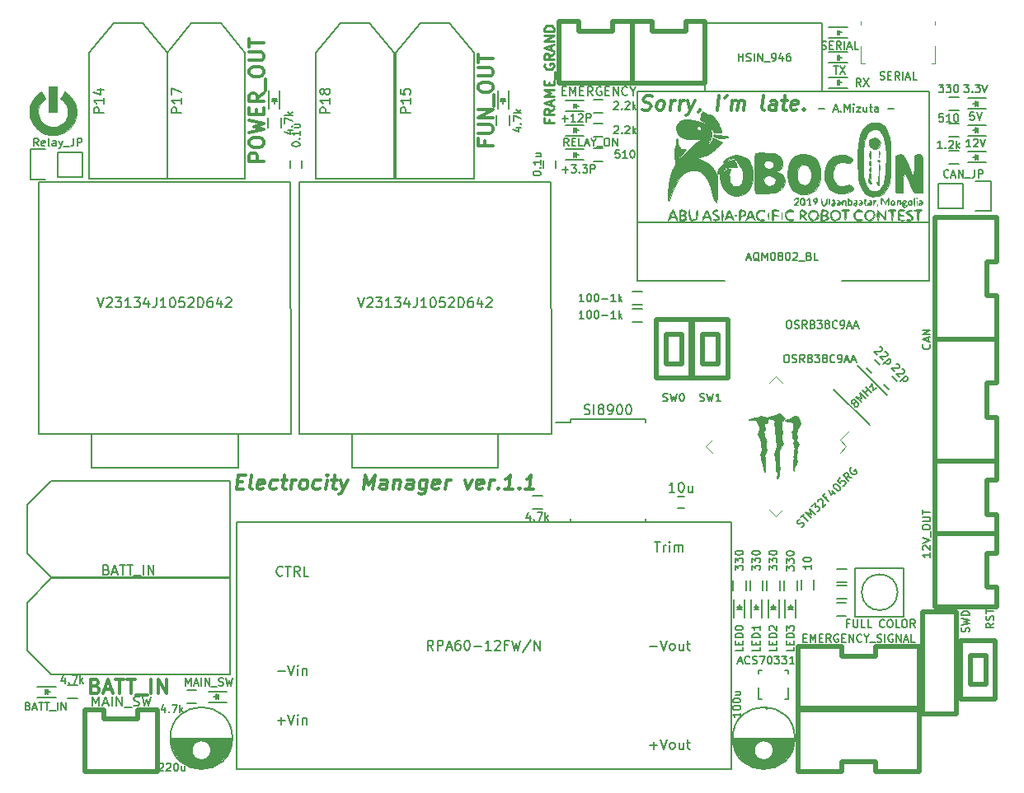
<source format=gbr>
G04 #@! TF.GenerationSoftware,KiCad,Pcbnew,(5.0.2)-1*
G04 #@! TF.CreationDate,2019-05-03T12:12:16+09:00*
G04 #@! TF.ProjectId,Electrocity_Manager,456c6563-7472-46f6-9369-74795f4d616e,rev?*
G04 #@! TF.SameCoordinates,Original*
G04 #@! TF.FileFunction,Legend,Top*
G04 #@! TF.FilePolarity,Positive*
%FSLAX46Y46*%
G04 Gerber Fmt 4.6, Leading zero omitted, Abs format (unit mm)*
G04 Created by KiCad (PCBNEW (5.0.2)-1) date 2019/05/03 12:12:16*
%MOMM*%
%LPD*%
G01*
G04 APERTURE LIST*
%ADD10C,0.200000*%
%ADD11C,0.375000*%
%ADD12C,0.150000*%
%ADD13C,0.500000*%
%ADD14C,0.152400*%
%ADD15C,0.010000*%
%ADD16C,0.120000*%
%ADD17C,0.250000*%
G04 APERTURE END LIST*
D10*
X129633333Y-106807142D02*
X130242857Y-106807142D01*
X131195238Y-106883333D02*
X131576190Y-106883333D01*
X131119047Y-107111904D02*
X131385714Y-106311904D01*
X131652380Y-107111904D01*
X131919047Y-107035714D02*
X131957142Y-107073809D01*
X131919047Y-107111904D01*
X131880952Y-107073809D01*
X131919047Y-107035714D01*
X131919047Y-107111904D01*
X132300000Y-107111904D02*
X132300000Y-106311904D01*
X132566666Y-106883333D01*
X132833333Y-106311904D01*
X132833333Y-107111904D01*
X133214285Y-107111904D02*
X133214285Y-106578571D01*
X133214285Y-106311904D02*
X133176190Y-106350000D01*
X133214285Y-106388095D01*
X133252380Y-106350000D01*
X133214285Y-106311904D01*
X133214285Y-106388095D01*
X133519047Y-106578571D02*
X133938095Y-106578571D01*
X133519047Y-107111904D01*
X133938095Y-107111904D01*
X134585714Y-106578571D02*
X134585714Y-107111904D01*
X134242857Y-106578571D02*
X134242857Y-106997619D01*
X134280952Y-107073809D01*
X134357142Y-107111904D01*
X134471428Y-107111904D01*
X134547619Y-107073809D01*
X134585714Y-107035714D01*
X134852380Y-106578571D02*
X135157142Y-106578571D01*
X134966666Y-106311904D02*
X134966666Y-106997619D01*
X135004761Y-107073809D01*
X135080952Y-107111904D01*
X135157142Y-107111904D01*
X135766666Y-107111904D02*
X135766666Y-106692857D01*
X135728571Y-106616666D01*
X135652380Y-106578571D01*
X135500000Y-106578571D01*
X135423809Y-106616666D01*
X135766666Y-107073809D02*
X135690476Y-107111904D01*
X135500000Y-107111904D01*
X135423809Y-107073809D01*
X135385714Y-106997619D01*
X135385714Y-106921428D01*
X135423809Y-106845238D01*
X135500000Y-106807142D01*
X135690476Y-106807142D01*
X135766666Y-106769047D01*
X136757142Y-106807142D02*
X137366666Y-106807142D01*
D11*
X111525334Y-106857142D02*
X111730691Y-106928571D01*
X112087834Y-106928571D01*
X112239620Y-106857142D01*
X112319977Y-106785714D01*
X112409263Y-106642857D01*
X112427120Y-106500000D01*
X112373549Y-106357142D01*
X112311049Y-106285714D01*
X112177120Y-106214285D01*
X111900334Y-106142857D01*
X111766406Y-106071428D01*
X111703906Y-106000000D01*
X111650334Y-105857142D01*
X111668191Y-105714285D01*
X111757477Y-105571428D01*
X111837834Y-105500000D01*
X111989620Y-105428571D01*
X112346763Y-105428571D01*
X112552120Y-105500000D01*
X113230691Y-106928571D02*
X113096763Y-106857142D01*
X113034263Y-106785714D01*
X112980691Y-106642857D01*
X113034263Y-106214285D01*
X113123549Y-106071428D01*
X113203906Y-106000000D01*
X113355691Y-105928571D01*
X113569977Y-105928571D01*
X113703906Y-106000000D01*
X113766406Y-106071428D01*
X113819977Y-106214285D01*
X113766406Y-106642857D01*
X113677120Y-106785714D01*
X113596763Y-106857142D01*
X113444977Y-106928571D01*
X113230691Y-106928571D01*
X114373549Y-106928571D02*
X114498549Y-105928571D01*
X114462834Y-106214285D02*
X114552120Y-106071428D01*
X114632477Y-106000000D01*
X114784263Y-105928571D01*
X114927120Y-105928571D01*
X115302120Y-106928571D02*
X115427120Y-105928571D01*
X115391406Y-106214285D02*
X115480691Y-106071428D01*
X115561049Y-106000000D01*
X115712834Y-105928571D01*
X115855691Y-105928571D01*
X116212834Y-105928571D02*
X116444977Y-106928571D01*
X116927120Y-105928571D02*
X116444977Y-106928571D01*
X116257477Y-107285714D01*
X116177120Y-107357142D01*
X116025334Y-107428571D01*
X117453906Y-106857142D02*
X117444977Y-106928571D01*
X117355691Y-107071428D01*
X117275334Y-107142857D01*
X119230691Y-106928571D02*
X119418191Y-105428571D01*
X120203906Y-105428571D02*
X120025334Y-105714285D01*
X120659263Y-106928571D02*
X120784263Y-105928571D01*
X120766406Y-106071428D02*
X120846763Y-106000000D01*
X120998549Y-105928571D01*
X121212834Y-105928571D01*
X121346763Y-106000000D01*
X121400334Y-106142857D01*
X121302120Y-106928571D01*
X121400334Y-106142857D02*
X121489620Y-106000000D01*
X121641406Y-105928571D01*
X121855691Y-105928571D01*
X121989620Y-106000000D01*
X122043191Y-106142857D01*
X121944977Y-106928571D01*
X124016406Y-106928571D02*
X123882477Y-106857142D01*
X123828906Y-106714285D01*
X123989620Y-105428571D01*
X125230691Y-106928571D02*
X125328906Y-106142857D01*
X125275334Y-106000000D01*
X125141406Y-105928571D01*
X124855691Y-105928571D01*
X124703906Y-106000000D01*
X125239620Y-106857142D02*
X125087834Y-106928571D01*
X124730691Y-106928571D01*
X124596763Y-106857142D01*
X124543191Y-106714285D01*
X124561049Y-106571428D01*
X124650334Y-106428571D01*
X124802120Y-106357142D01*
X125159263Y-106357142D01*
X125311049Y-106285714D01*
X125855691Y-105928571D02*
X126427120Y-105928571D01*
X126132477Y-105428571D02*
X125971763Y-106714285D01*
X126025334Y-106857142D01*
X126159263Y-106928571D01*
X126302120Y-106928571D01*
X127382477Y-106857142D02*
X127230691Y-106928571D01*
X126944977Y-106928571D01*
X126811049Y-106857142D01*
X126757477Y-106714285D01*
X126828906Y-106142857D01*
X126918191Y-106000000D01*
X127069977Y-105928571D01*
X127355691Y-105928571D01*
X127489620Y-106000000D01*
X127543191Y-106142857D01*
X127525334Y-106285714D01*
X126793191Y-106428571D01*
X128105691Y-106785714D02*
X128168191Y-106857142D01*
X128087834Y-106928571D01*
X128025334Y-106857142D01*
X128105691Y-106785714D01*
X128087834Y-106928571D01*
X69971763Y-145142857D02*
X70471763Y-145142857D01*
X70587834Y-145928571D02*
X69873549Y-145928571D01*
X70061049Y-144428571D01*
X70775334Y-144428571D01*
X71444977Y-145928571D02*
X71311049Y-145857142D01*
X71257477Y-145714285D01*
X71418191Y-144428571D01*
X72596763Y-145857142D02*
X72444977Y-145928571D01*
X72159263Y-145928571D01*
X72025334Y-145857142D01*
X71971763Y-145714285D01*
X72043191Y-145142857D01*
X72132477Y-145000000D01*
X72284263Y-144928571D01*
X72569977Y-144928571D01*
X72703906Y-145000000D01*
X72757477Y-145142857D01*
X72739620Y-145285714D01*
X72007477Y-145428571D01*
X73953906Y-145857142D02*
X73802120Y-145928571D01*
X73516406Y-145928571D01*
X73382477Y-145857142D01*
X73319977Y-145785714D01*
X73266406Y-145642857D01*
X73319977Y-145214285D01*
X73409263Y-145071428D01*
X73489620Y-145000000D01*
X73641406Y-144928571D01*
X73927120Y-144928571D01*
X74061049Y-145000000D01*
X74498549Y-144928571D02*
X75069977Y-144928571D01*
X74775334Y-144428571D02*
X74614620Y-145714285D01*
X74668191Y-145857142D01*
X74802120Y-145928571D01*
X74944977Y-145928571D01*
X75444977Y-145928571D02*
X75569977Y-144928571D01*
X75534263Y-145214285D02*
X75623549Y-145071428D01*
X75703906Y-145000000D01*
X75855691Y-144928571D01*
X75998549Y-144928571D01*
X76587834Y-145928571D02*
X76453906Y-145857142D01*
X76391406Y-145785714D01*
X76337834Y-145642857D01*
X76391406Y-145214285D01*
X76480691Y-145071428D01*
X76561049Y-145000000D01*
X76712834Y-144928571D01*
X76927120Y-144928571D01*
X77061049Y-145000000D01*
X77123549Y-145071428D01*
X77177120Y-145214285D01*
X77123549Y-145642857D01*
X77034263Y-145785714D01*
X76953906Y-145857142D01*
X76802120Y-145928571D01*
X76587834Y-145928571D01*
X78382477Y-145857142D02*
X78230691Y-145928571D01*
X77944977Y-145928571D01*
X77811049Y-145857142D01*
X77748549Y-145785714D01*
X77694977Y-145642857D01*
X77748549Y-145214285D01*
X77837834Y-145071428D01*
X77918191Y-145000000D01*
X78069977Y-144928571D01*
X78355691Y-144928571D01*
X78489620Y-145000000D01*
X79016406Y-145928571D02*
X79141406Y-144928571D01*
X79203906Y-144428571D02*
X79123549Y-144500000D01*
X79186049Y-144571428D01*
X79266406Y-144500000D01*
X79203906Y-144428571D01*
X79186049Y-144571428D01*
X79641406Y-144928571D02*
X80212834Y-144928571D01*
X79918191Y-144428571D02*
X79757477Y-145714285D01*
X79811049Y-145857142D01*
X79944977Y-145928571D01*
X80087834Y-145928571D01*
X80569977Y-144928571D02*
X80802120Y-145928571D01*
X81284263Y-144928571D02*
X80802120Y-145928571D01*
X80614620Y-146285714D01*
X80534263Y-146357142D01*
X80382477Y-146428571D01*
X82873549Y-145928571D02*
X83061049Y-144428571D01*
X83427120Y-145500000D01*
X84061049Y-144428571D01*
X83873549Y-145928571D01*
X85230691Y-145928571D02*
X85328906Y-145142857D01*
X85275334Y-145000000D01*
X85141406Y-144928571D01*
X84855691Y-144928571D01*
X84703906Y-145000000D01*
X85239620Y-145857142D02*
X85087834Y-145928571D01*
X84730691Y-145928571D01*
X84596763Y-145857142D01*
X84543191Y-145714285D01*
X84561049Y-145571428D01*
X84650334Y-145428571D01*
X84802120Y-145357142D01*
X85159263Y-145357142D01*
X85311049Y-145285714D01*
X86069977Y-144928571D02*
X85944977Y-145928571D01*
X86052120Y-145071428D02*
X86132477Y-145000000D01*
X86284263Y-144928571D01*
X86498549Y-144928571D01*
X86632477Y-145000000D01*
X86686049Y-145142857D01*
X86587834Y-145928571D01*
X87944977Y-145928571D02*
X88043191Y-145142857D01*
X87989620Y-145000000D01*
X87855691Y-144928571D01*
X87569977Y-144928571D01*
X87418191Y-145000000D01*
X87953906Y-145857142D02*
X87802120Y-145928571D01*
X87444977Y-145928571D01*
X87311049Y-145857142D01*
X87257477Y-145714285D01*
X87275334Y-145571428D01*
X87364620Y-145428571D01*
X87516406Y-145357142D01*
X87873549Y-145357142D01*
X88025334Y-145285714D01*
X89427120Y-144928571D02*
X89275334Y-146142857D01*
X89186049Y-146285714D01*
X89105691Y-146357142D01*
X88953906Y-146428571D01*
X88739620Y-146428571D01*
X88605691Y-146357142D01*
X89311049Y-145857142D02*
X89159263Y-145928571D01*
X88873549Y-145928571D01*
X88739620Y-145857142D01*
X88677120Y-145785714D01*
X88623549Y-145642857D01*
X88677120Y-145214285D01*
X88766406Y-145071428D01*
X88846763Y-145000000D01*
X88998549Y-144928571D01*
X89284263Y-144928571D01*
X89418191Y-145000000D01*
X90596763Y-145857142D02*
X90444977Y-145928571D01*
X90159263Y-145928571D01*
X90025334Y-145857142D01*
X89971763Y-145714285D01*
X90043191Y-145142857D01*
X90132477Y-145000000D01*
X90284263Y-144928571D01*
X90569977Y-144928571D01*
X90703906Y-145000000D01*
X90757477Y-145142857D01*
X90739620Y-145285714D01*
X90007477Y-145428571D01*
X91302120Y-145928571D02*
X91427120Y-144928571D01*
X91391406Y-145214285D02*
X91480691Y-145071428D01*
X91561049Y-145000000D01*
X91712834Y-144928571D01*
X91855691Y-144928571D01*
X93355691Y-144928571D02*
X93587834Y-145928571D01*
X94069977Y-144928571D01*
X95096763Y-145857142D02*
X94944977Y-145928571D01*
X94659263Y-145928571D01*
X94525334Y-145857142D01*
X94471763Y-145714285D01*
X94543191Y-145142857D01*
X94632477Y-145000000D01*
X94784263Y-144928571D01*
X95069977Y-144928571D01*
X95203906Y-145000000D01*
X95257477Y-145142857D01*
X95239620Y-145285714D01*
X94507477Y-145428571D01*
X95802120Y-145928571D02*
X95927120Y-144928571D01*
X95891406Y-145214285D02*
X95980691Y-145071428D01*
X96061049Y-145000000D01*
X96212834Y-144928571D01*
X96355691Y-144928571D01*
X96748549Y-145785714D02*
X96811049Y-145857142D01*
X96730691Y-145928571D01*
X96668191Y-145857142D01*
X96748549Y-145785714D01*
X96730691Y-145928571D01*
X98230691Y-145928571D02*
X97373549Y-145928571D01*
X97802120Y-145928571D02*
X97989620Y-144428571D01*
X97819977Y-144642857D01*
X97659263Y-144785714D01*
X97507477Y-144857142D01*
X98891406Y-145785714D02*
X98953906Y-145857142D01*
X98873549Y-145928571D01*
X98811049Y-145857142D01*
X98891406Y-145785714D01*
X98873549Y-145928571D01*
X100373549Y-145928571D02*
X99516406Y-145928571D01*
X99944977Y-145928571D02*
X100132477Y-144428571D01*
X99962834Y-144642857D01*
X99802120Y-144785714D01*
X99650334Y-144857142D01*
D12*
G04 #@! TO.C,C5*
X135426777Y-132578249D02*
X135921751Y-133073223D01*
X135073223Y-133921751D02*
X134578249Y-133426777D01*
G04 #@! TO.C,X1*
X134921751Y-139325914D02*
X131209441Y-135613604D01*
X133613604Y-133209441D02*
X136654163Y-136250000D01*
G04 #@! TO.C,R5*
X132500000Y-157175000D02*
X131500000Y-157175000D01*
X131500000Y-155825000D02*
X132500000Y-155825000D01*
G04 #@! TO.C,R21*
X131470000Y-157575000D02*
X132470000Y-157575000D01*
X132470000Y-158925000D02*
X131470000Y-158925000D01*
G04 #@! TO.C,R1*
X131500000Y-154075000D02*
X132500000Y-154075000D01*
X132500000Y-155425000D02*
X131500000Y-155425000D01*
G04 #@! TO.C,D6*
X123500000Y-158030000D02*
X123250000Y-158280000D01*
X123000000Y-158030000D02*
X123500000Y-158030000D01*
X123250000Y-158280000D02*
X123000000Y-158030000D01*
X123000000Y-158280000D02*
X123500000Y-158280000D01*
X123250000Y-158230000D02*
X123250000Y-157780000D01*
X122700000Y-159130000D02*
X122700000Y-157230000D01*
X123800000Y-159130000D02*
X123800000Y-157230000D01*
G04 #@! TO.C,P15*
X88750000Y-98000000D02*
X86250000Y-101000000D01*
X86250000Y-101000000D02*
X86250000Y-114000000D01*
X91750000Y-98000000D02*
X94250000Y-101000000D01*
X94250000Y-101000000D02*
X94250000Y-114000000D01*
X91750000Y-98000000D02*
X88750000Y-98000000D01*
X94250000Y-114000000D02*
X86250000Y-114000000D01*
G04 #@! TO.C,P17*
X70750000Y-114000000D02*
X62750000Y-114000000D01*
X68250000Y-98000000D02*
X65250000Y-98000000D01*
X70750000Y-101000000D02*
X70750000Y-114000000D01*
X68250000Y-98000000D02*
X70750000Y-101000000D01*
X62750000Y-101000000D02*
X62750000Y-114000000D01*
X65250000Y-98000000D02*
X62750000Y-101000000D01*
G04 #@! TO.C,C28*
X115850000Y-147850000D02*
X115150000Y-147850000D01*
X115150000Y-146650000D02*
X115850000Y-146650000D01*
G04 #@! TO.C,C32*
X69399000Y-171575000D02*
X63101000Y-171575000D01*
X69393000Y-171715000D02*
X63107000Y-171715000D01*
X69380000Y-171855000D02*
X66696000Y-171855000D01*
X65804000Y-171855000D02*
X63120000Y-171855000D01*
X69361000Y-171995000D02*
X66906000Y-171995000D01*
X65594000Y-171995000D02*
X63139000Y-171995000D01*
X69335000Y-172135000D02*
X67039000Y-172135000D01*
X65461000Y-172135000D02*
X63165000Y-172135000D01*
X69303000Y-172275000D02*
X67130000Y-172275000D01*
X65370000Y-172275000D02*
X63197000Y-172275000D01*
X69264000Y-172415000D02*
X67192000Y-172415000D01*
X65308000Y-172415000D02*
X63236000Y-172415000D01*
X69218000Y-172555000D02*
X67231000Y-172555000D01*
X65269000Y-172555000D02*
X63282000Y-172555000D01*
X69165000Y-172695000D02*
X67248000Y-172695000D01*
X65252000Y-172695000D02*
X63335000Y-172695000D01*
X69103000Y-172835000D02*
X67246000Y-172835000D01*
X65254000Y-172835000D02*
X63397000Y-172835000D01*
X69033000Y-172975000D02*
X67224000Y-172975000D01*
X65276000Y-172975000D02*
X63467000Y-172975000D01*
X68954000Y-173115000D02*
X67181000Y-173115000D01*
X65319000Y-173115000D02*
X63546000Y-173115000D01*
X68866000Y-173255000D02*
X67113000Y-173255000D01*
X65387000Y-173255000D02*
X63634000Y-173255000D01*
X68766000Y-173395000D02*
X67014000Y-173395000D01*
X65486000Y-173395000D02*
X63734000Y-173395000D01*
X68654000Y-173535000D02*
X66869000Y-173535000D01*
X65631000Y-173535000D02*
X63846000Y-173535000D01*
X68529000Y-173675000D02*
X66630000Y-173675000D01*
X65870000Y-173675000D02*
X63971000Y-173675000D01*
X68386000Y-173815000D02*
X64114000Y-173815000D01*
X68224000Y-173955000D02*
X64276000Y-173955000D01*
X68036000Y-174095000D02*
X64464000Y-174095000D01*
X67813000Y-174235000D02*
X64687000Y-174235000D01*
X67537000Y-174375000D02*
X64963000Y-174375000D01*
X67162000Y-174515000D02*
X65338000Y-174515000D01*
X67250000Y-172750000D02*
G75*
G03X67250000Y-172750000I-1000000J0D01*
G01*
X69437500Y-171500000D02*
G75*
G03X69437500Y-171500000I-3187500J0D01*
G01*
G04 #@! TO.C,C34*
X102600000Y-112150000D02*
X102600000Y-112850000D01*
X101400000Y-112850000D02*
X101400000Y-112150000D01*
G04 #@! TO.C,C35*
X127187500Y-171500000D02*
G75*
G03X127187500Y-171500000I-3187500J0D01*
G01*
X125000000Y-172750000D02*
G75*
G03X125000000Y-172750000I-1000000J0D01*
G01*
X124912000Y-174515000D02*
X123088000Y-174515000D01*
X125287000Y-174375000D02*
X122713000Y-174375000D01*
X125563000Y-174235000D02*
X122437000Y-174235000D01*
X125786000Y-174095000D02*
X122214000Y-174095000D01*
X125974000Y-173955000D02*
X122026000Y-173955000D01*
X126136000Y-173815000D02*
X121864000Y-173815000D01*
X123620000Y-173675000D02*
X121721000Y-173675000D01*
X126279000Y-173675000D02*
X124380000Y-173675000D01*
X123381000Y-173535000D02*
X121596000Y-173535000D01*
X126404000Y-173535000D02*
X124619000Y-173535000D01*
X123236000Y-173395000D02*
X121484000Y-173395000D01*
X126516000Y-173395000D02*
X124764000Y-173395000D01*
X123137000Y-173255000D02*
X121384000Y-173255000D01*
X126616000Y-173255000D02*
X124863000Y-173255000D01*
X123069000Y-173115000D02*
X121296000Y-173115000D01*
X126704000Y-173115000D02*
X124931000Y-173115000D01*
X123026000Y-172975000D02*
X121217000Y-172975000D01*
X126783000Y-172975000D02*
X124974000Y-172975000D01*
X123004000Y-172835000D02*
X121147000Y-172835000D01*
X126853000Y-172835000D02*
X124996000Y-172835000D01*
X123002000Y-172695000D02*
X121085000Y-172695000D01*
X126915000Y-172695000D02*
X124998000Y-172695000D01*
X123019000Y-172555000D02*
X121032000Y-172555000D01*
X126968000Y-172555000D02*
X124981000Y-172555000D01*
X123058000Y-172415000D02*
X120986000Y-172415000D01*
X127014000Y-172415000D02*
X124942000Y-172415000D01*
X123120000Y-172275000D02*
X120947000Y-172275000D01*
X127053000Y-172275000D02*
X124880000Y-172275000D01*
X123211000Y-172135000D02*
X120915000Y-172135000D01*
X127085000Y-172135000D02*
X124789000Y-172135000D01*
X123344000Y-171995000D02*
X120889000Y-171995000D01*
X127111000Y-171995000D02*
X124656000Y-171995000D01*
X123554000Y-171855000D02*
X120870000Y-171855000D01*
X127130000Y-171855000D02*
X124446000Y-171855000D01*
X127143000Y-171715000D02*
X120857000Y-171715000D01*
X127149000Y-171575000D02*
X120851000Y-171575000D01*
G04 #@! TO.C,JP3*
X144480000Y-117020000D02*
X141940000Y-117020000D01*
X147300000Y-117300000D02*
X145750000Y-117300000D01*
X144480000Y-117020000D02*
X144480000Y-114480000D01*
X145750000Y-114200000D02*
X147300000Y-114200000D01*
X147300000Y-114200000D02*
X147300000Y-117300000D01*
X144480000Y-114480000D02*
X141940000Y-114480000D01*
X141940000Y-114480000D02*
X141940000Y-117020000D01*
D13*
G04 #@! TO.C,P3*
X147950000Y-130500000D02*
X147950000Y-126000000D01*
X147950000Y-126000000D02*
X146950000Y-126000000D01*
X146950000Y-126000000D02*
X146950000Y-122500000D01*
X146950000Y-122500000D02*
X147950000Y-122500000D01*
X147950000Y-122500000D02*
X147950000Y-118000000D01*
X141550000Y-118000000D02*
X141550000Y-130500000D01*
X147950000Y-118000000D02*
X141550000Y-118000000D01*
X141550000Y-130500000D02*
X147950000Y-130500000D01*
G04 #@! TO.C,P9*
X61750000Y-168550000D02*
X59750000Y-168550000D01*
X59750000Y-168550000D02*
X59750000Y-169550000D01*
X59750000Y-169550000D02*
X56250000Y-169550000D01*
X56250000Y-169550000D02*
X56250000Y-168550000D01*
X56250000Y-168550000D02*
X54250000Y-168550000D01*
X61750000Y-174950000D02*
X61750000Y-168550000D01*
X54250000Y-168550000D02*
X54250000Y-174950000D01*
X54250000Y-174950000D02*
X61750000Y-174950000D01*
D12*
G04 #@! TO.C,P13*
X69150000Y-155050000D02*
X50800000Y-155050000D01*
X69150000Y-164950000D02*
X69150000Y-155050000D01*
X50800000Y-164950000D02*
X69150000Y-164950000D01*
X50800000Y-155050000D02*
X48350000Y-157550000D01*
X50800000Y-164950000D02*
X48350000Y-162500000D01*
X48350000Y-160000000D02*
X48350000Y-157550000D01*
X48350000Y-159950000D02*
X48350000Y-162500000D01*
G04 #@! TO.C,P14*
X62750000Y-114000000D02*
X54750000Y-114000000D01*
X60250000Y-98000000D02*
X57250000Y-98000000D01*
X62750000Y-101000000D02*
X62750000Y-114000000D01*
X60250000Y-98000000D02*
X62750000Y-101000000D01*
X54750000Y-101000000D02*
X54750000Y-114000000D01*
X57250000Y-98000000D02*
X54750000Y-101000000D01*
G04 #@! TO.C,P16*
X48350000Y-149950000D02*
X48350000Y-152500000D01*
X48350000Y-150000000D02*
X48350000Y-147550000D01*
X50800000Y-154950000D02*
X48350000Y-152500000D01*
X50800000Y-145050000D02*
X48350000Y-147550000D01*
X50800000Y-154950000D02*
X69150000Y-154950000D01*
X69150000Y-154950000D02*
X69150000Y-145050000D01*
X69150000Y-145050000D02*
X50800000Y-145050000D01*
G04 #@! TO.C,P18*
X80500000Y-98000000D02*
X78000000Y-101000000D01*
X78000000Y-101000000D02*
X78000000Y-114000000D01*
X83500000Y-98000000D02*
X86000000Y-101000000D01*
X86000000Y-101000000D02*
X86000000Y-114000000D01*
X83500000Y-98000000D02*
X80500000Y-98000000D01*
X86000000Y-114000000D02*
X78000000Y-114000000D01*
D13*
G04 #@! TO.C,SW1*
X147800000Y-167500000D02*
X147800000Y-161500000D01*
X144200000Y-167500000D02*
X147800000Y-167500000D01*
X144200000Y-161500000D02*
X144200000Y-167500000D01*
X147800000Y-161500000D02*
X144200000Y-161500000D01*
X146800000Y-166000000D02*
X146800000Y-163000000D01*
X145200000Y-166000000D02*
X146800000Y-166000000D01*
X145200000Y-163000000D02*
X145200000Y-166000000D01*
X146800000Y-163000000D02*
X145200000Y-163000000D01*
D12*
G04 #@! TO.C,U8*
X49550000Y-127250000D02*
X49550000Y-140200000D01*
X49550000Y-140200000D02*
X75450000Y-140200000D01*
X75450000Y-140200000D02*
X75410000Y-114300000D01*
X75410000Y-114300000D02*
X49550000Y-114320000D01*
X49550000Y-114320000D02*
X49550000Y-127250000D01*
X55000000Y-143700000D02*
X70000000Y-143680000D01*
X70000000Y-143680000D02*
X70000000Y-140230000D01*
X55000000Y-143700000D02*
X55000000Y-140200000D01*
G04 #@! TO.C,U12*
X81750000Y-143700000D02*
X81750000Y-140200000D01*
X96750000Y-143680000D02*
X96750000Y-140230000D01*
X81750000Y-143700000D02*
X96750000Y-143680000D01*
X76300000Y-114320000D02*
X76300000Y-127250000D01*
X102160000Y-114300000D02*
X76300000Y-114320000D01*
X102200000Y-140200000D02*
X102160000Y-114300000D01*
X76300000Y-140200000D02*
X102200000Y-140200000D01*
X76300000Y-127250000D02*
X76300000Y-140200000D01*
D13*
G04 #@! TO.C,P1*
X140300000Y-169000000D02*
X143800000Y-169000000D01*
X140300000Y-158500000D02*
X140300000Y-169000000D01*
X143800000Y-158500000D02*
X143800000Y-169000000D01*
X143800000Y-158500000D02*
X140300000Y-158500000D01*
D12*
G04 #@! TO.C,C1*
X136823223Y-135671751D02*
X136328249Y-135176777D01*
X137176777Y-134328249D02*
X137671751Y-134823223D01*
G04 #@! TO.C,C40*
X75400000Y-112850000D02*
X75400000Y-112150000D01*
X76600000Y-112150000D02*
X76600000Y-112850000D01*
G04 #@! TO.C,D2*
X146850000Y-111200000D02*
X144950000Y-111200000D01*
X146850000Y-112300000D02*
X144950000Y-112300000D01*
X145950000Y-111750000D02*
X145500000Y-111750000D01*
X146000000Y-112000000D02*
X146000000Y-111500000D01*
X146000000Y-111750000D02*
X145750000Y-112000000D01*
X145750000Y-112000000D02*
X145750000Y-111500000D01*
X145750000Y-111500000D02*
X146000000Y-111750000D01*
G04 #@! TO.C,D3*
X145750000Y-108750000D02*
X146000000Y-109000000D01*
X145750000Y-109250000D02*
X145750000Y-108750000D01*
X146000000Y-109000000D02*
X145750000Y-109250000D01*
X146000000Y-109250000D02*
X146000000Y-108750000D01*
X145950000Y-109000000D02*
X145500000Y-109000000D01*
X146850000Y-109550000D02*
X144950000Y-109550000D01*
X146850000Y-108450000D02*
X144950000Y-108450000D01*
G04 #@! TO.C,D4*
X146850000Y-105700000D02*
X144950000Y-105700000D01*
X146850000Y-106800000D02*
X144950000Y-106800000D01*
X145950000Y-106250000D02*
X145500000Y-106250000D01*
X146000000Y-106500000D02*
X146000000Y-106000000D01*
X146000000Y-106250000D02*
X145750000Y-106500000D01*
X145750000Y-106500000D02*
X145750000Y-106000000D01*
X145750000Y-106000000D02*
X146000000Y-106250000D01*
G04 #@! TO.C,D5*
X122050000Y-159130000D02*
X122050000Y-157230000D01*
X120950000Y-159130000D02*
X120950000Y-157230000D01*
X121500000Y-158230000D02*
X121500000Y-157780000D01*
X121250000Y-158280000D02*
X121750000Y-158280000D01*
X121500000Y-158280000D02*
X121250000Y-158030000D01*
X121250000Y-158030000D02*
X121750000Y-158030000D01*
X121750000Y-158030000D02*
X121500000Y-158280000D01*
G04 #@! TO.C,D7*
X125550000Y-159130000D02*
X125550000Y-157230000D01*
X124450000Y-159130000D02*
X124450000Y-157230000D01*
X125000000Y-158230000D02*
X125000000Y-157780000D01*
X124750000Y-158280000D02*
X125250000Y-158280000D01*
X125000000Y-158280000D02*
X124750000Y-158030000D01*
X124750000Y-158030000D02*
X125250000Y-158030000D01*
X125250000Y-158030000D02*
X125000000Y-158280000D01*
G04 #@! TO.C,D8*
X127000000Y-158030000D02*
X126750000Y-158280000D01*
X126500000Y-158030000D02*
X127000000Y-158030000D01*
X126750000Y-158280000D02*
X126500000Y-158030000D01*
X126500000Y-158280000D02*
X127000000Y-158280000D01*
X126750000Y-158230000D02*
X126750000Y-157780000D01*
X126200000Y-159130000D02*
X126200000Y-157230000D01*
X127300000Y-159130000D02*
X127300000Y-157230000D01*
G04 #@! TO.C,D14*
X49400000Y-167300000D02*
X51300000Y-167300000D01*
X49400000Y-166200000D02*
X51300000Y-166200000D01*
X50300000Y-166750000D02*
X50750000Y-166750000D01*
X50250000Y-166500000D02*
X50250000Y-167000000D01*
X50250000Y-166750000D02*
X50500000Y-166500000D01*
X50500000Y-166500000D02*
X50500000Y-167000000D01*
X50500000Y-167000000D02*
X50250000Y-166750000D01*
G04 #@! TO.C,D15*
X68850000Y-166700000D02*
X66950000Y-166700000D01*
X68850000Y-167800000D02*
X66950000Y-167800000D01*
X67950000Y-167250000D02*
X67500000Y-167250000D01*
X68000000Y-167500000D02*
X68000000Y-167000000D01*
X68000000Y-167250000D02*
X67750000Y-167500000D01*
X67750000Y-167500000D02*
X67750000Y-167000000D01*
X67750000Y-167000000D02*
X68000000Y-167250000D01*
G04 #@! TO.C,D16*
X73500000Y-106000000D02*
X73750000Y-105750000D01*
X74000000Y-106000000D02*
X73500000Y-106000000D01*
X73750000Y-105750000D02*
X74000000Y-106000000D01*
X74000000Y-105750000D02*
X73500000Y-105750000D01*
X73750000Y-105800000D02*
X73750000Y-106250000D01*
X74300000Y-104900000D02*
X74300000Y-106800000D01*
X73200000Y-104900000D02*
X73200000Y-106800000D01*
G04 #@! TO.C,D17*
X96700000Y-104900000D02*
X96700000Y-106800000D01*
X97800000Y-104900000D02*
X97800000Y-106800000D01*
X97250000Y-105800000D02*
X97250000Y-106250000D01*
X97500000Y-105750000D02*
X97000000Y-105750000D01*
X97250000Y-105750000D02*
X97500000Y-106000000D01*
X97500000Y-106000000D02*
X97000000Y-106000000D01*
X97000000Y-106000000D02*
X97250000Y-105750000D01*
G04 #@! TO.C,D18*
X104740000Y-109240000D02*
X104490000Y-108990000D01*
X104740000Y-108740000D02*
X104740000Y-109240000D01*
X104490000Y-108990000D02*
X104740000Y-108740000D01*
X104490000Y-108740000D02*
X104490000Y-109240000D01*
X104540000Y-108990000D02*
X104990000Y-108990000D01*
X103640000Y-108440000D02*
X105540000Y-108440000D01*
X103640000Y-109540000D02*
X105540000Y-109540000D01*
G04 #@! TO.C,D19*
X104740000Y-106740000D02*
X104490000Y-106490000D01*
X104740000Y-106240000D02*
X104740000Y-106740000D01*
X104490000Y-106490000D02*
X104740000Y-106240000D01*
X104490000Y-106240000D02*
X104490000Y-106740000D01*
X104540000Y-106490000D02*
X104990000Y-106490000D01*
X103640000Y-105940000D02*
X105540000Y-105940000D01*
X103640000Y-107040000D02*
X105540000Y-107040000D01*
G04 #@! TO.C,D20*
X104740000Y-111740000D02*
X104490000Y-111490000D01*
X104740000Y-111240000D02*
X104740000Y-111740000D01*
X104490000Y-111490000D02*
X104740000Y-111240000D01*
X104490000Y-111240000D02*
X104490000Y-111740000D01*
X104540000Y-111490000D02*
X104990000Y-111490000D01*
X103640000Y-110940000D02*
X105540000Y-110940000D01*
X103640000Y-112040000D02*
X105540000Y-112040000D01*
G04 #@! TO.C,JP1*
X51520000Y-111230000D02*
X54060000Y-111230000D01*
X48700000Y-110950000D02*
X50250000Y-110950000D01*
X51520000Y-111230000D02*
X51520000Y-113770000D01*
X50250000Y-114050000D02*
X48700000Y-114050000D01*
X48700000Y-114050000D02*
X48700000Y-110950000D01*
X51520000Y-113770000D02*
X54060000Y-113770000D01*
X54060000Y-113770000D02*
X54060000Y-111230000D01*
D13*
G04 #@! TO.C,P5*
X140000000Y-162050000D02*
X135500000Y-162050000D01*
X135500000Y-162050000D02*
X135500000Y-163050000D01*
X135500000Y-163050000D02*
X132000000Y-163050000D01*
X132000000Y-163050000D02*
X132000000Y-162050000D01*
X132000000Y-162050000D02*
X127500000Y-162050000D01*
X127500000Y-168450000D02*
X140000000Y-168450000D01*
X127500000Y-162050000D02*
X127500000Y-168450000D01*
X140000000Y-168450000D02*
X140000000Y-162050000D01*
G04 #@! TO.C,P6*
X141550000Y-150500000D02*
X141550000Y-158000000D01*
X147950000Y-150500000D02*
X141550000Y-150500000D01*
X141550000Y-158000000D02*
X147950000Y-158000000D01*
X147950000Y-152500000D02*
X147950000Y-150500000D01*
X146950000Y-152500000D02*
X147950000Y-152500000D01*
X146950000Y-156000000D02*
X146950000Y-152500000D01*
X147950000Y-156000000D02*
X146950000Y-156000000D01*
X147950000Y-158000000D02*
X147950000Y-156000000D01*
G04 #@! TO.C,P7*
X147950000Y-150500000D02*
X147950000Y-148500000D01*
X147950000Y-148500000D02*
X146950000Y-148500000D01*
X146950000Y-148500000D02*
X146950000Y-145000000D01*
X146950000Y-145000000D02*
X147950000Y-145000000D01*
X147950000Y-145000000D02*
X147950000Y-143000000D01*
X141550000Y-150500000D02*
X147950000Y-150500000D01*
X147950000Y-143000000D02*
X141550000Y-143000000D01*
X141550000Y-143000000D02*
X141550000Y-150500000D01*
G04 #@! TO.C,P10*
X110500000Y-97800000D02*
X108500000Y-97800000D01*
X108500000Y-97800000D02*
X108500000Y-98800000D01*
X108500000Y-98800000D02*
X105000000Y-98800000D01*
X105000000Y-98800000D02*
X105000000Y-97800000D01*
X105000000Y-97800000D02*
X103000000Y-97800000D01*
X110500000Y-104200000D02*
X110500000Y-97800000D01*
X103000000Y-97800000D02*
X103000000Y-104200000D01*
X103000000Y-104200000D02*
X110500000Y-104200000D01*
G04 #@! TO.C,P11*
X110500000Y-104200000D02*
X118000000Y-104200000D01*
X110500000Y-97800000D02*
X110500000Y-104200000D01*
X118000000Y-104200000D02*
X118000000Y-97800000D01*
X112500000Y-97800000D02*
X110500000Y-97800000D01*
X112500000Y-98800000D02*
X112500000Y-97800000D01*
X116000000Y-98800000D02*
X112500000Y-98800000D01*
X116000000Y-97800000D02*
X116000000Y-98800000D01*
X118000000Y-97800000D02*
X116000000Y-97800000D01*
D12*
G04 #@! TO.C,R2*
X144000000Y-112425000D02*
X143000000Y-112425000D01*
X143000000Y-111075000D02*
X144000000Y-111075000D01*
G04 #@! TO.C,R3*
X143000000Y-108325000D02*
X144000000Y-108325000D01*
X144000000Y-109675000D02*
X143000000Y-109675000D01*
G04 #@! TO.C,R4*
X144000000Y-106925000D02*
X143000000Y-106925000D01*
X143000000Y-105575000D02*
X144000000Y-105575000D01*
G04 #@! TO.C,R10*
X122175000Y-155280000D02*
X122175000Y-156280000D01*
X120825000Y-156280000D02*
X120825000Y-155280000D01*
G04 #@! TO.C,R13*
X122575000Y-156280000D02*
X122575000Y-155280000D01*
X123925000Y-155280000D02*
X123925000Y-156280000D01*
G04 #@! TO.C,R14*
X125675000Y-155280000D02*
X125675000Y-156280000D01*
X124325000Y-156280000D02*
X124325000Y-155280000D01*
G04 #@! TO.C,R16*
X126075000Y-156280000D02*
X126075000Y-155280000D01*
X127425000Y-155280000D02*
X127425000Y-156280000D01*
G04 #@! TO.C,R20*
X129175000Y-155250000D02*
X129175000Y-156250000D01*
X127825000Y-156250000D02*
X127825000Y-155250000D01*
G04 #@! TO.C,R30*
X100250000Y-146575000D02*
X101250000Y-146575000D01*
X101250000Y-147925000D02*
X100250000Y-147925000D01*
G04 #@! TO.C,R33*
X53500000Y-167425000D02*
X52500000Y-167425000D01*
X52500000Y-166075000D02*
X53500000Y-166075000D01*
G04 #@! TO.C,R34*
X65750000Y-167925000D02*
X64750000Y-167925000D01*
X64750000Y-166575000D02*
X65750000Y-166575000D01*
G04 #@! TO.C,R35*
X73075000Y-108750000D02*
X73075000Y-107750000D01*
X74425000Y-107750000D02*
X74425000Y-108750000D01*
G04 #@! TO.C,R36*
X97925000Y-107500000D02*
X97925000Y-108500000D01*
X96575000Y-108500000D02*
X96575000Y-107500000D01*
G04 #@! TO.C,R37*
X107500000Y-109665000D02*
X106500000Y-109665000D01*
X106500000Y-108315000D02*
X107500000Y-108315000D01*
G04 #@! TO.C,R38*
X106500000Y-105815000D02*
X107500000Y-105815000D01*
X107500000Y-107165000D02*
X106500000Y-107165000D01*
G04 #@! TO.C,R39*
X106500000Y-110815000D02*
X107500000Y-110815000D01*
X107500000Y-112165000D02*
X106500000Y-112165000D01*
G04 #@! TO.C,R40*
X110500000Y-127325000D02*
X111500000Y-127325000D01*
X111500000Y-128675000D02*
X110500000Y-128675000D01*
G04 #@! TO.C,R44*
X110500000Y-125575000D02*
X111500000Y-125575000D01*
X111500000Y-126925000D02*
X110500000Y-126925000D01*
D13*
G04 #@! TO.C,P2*
X147950000Y-143000000D02*
X147950000Y-138500000D01*
X147950000Y-138500000D02*
X146950000Y-138500000D01*
X146950000Y-138500000D02*
X146950000Y-135000000D01*
X146950000Y-135000000D02*
X147950000Y-135000000D01*
X147950000Y-135000000D02*
X147950000Y-130500000D01*
X141550000Y-130500000D02*
X141550000Y-143000000D01*
X147950000Y-130500000D02*
X141550000Y-130500000D01*
X141550000Y-143000000D02*
X147950000Y-143000000D01*
D12*
G04 #@! TO.C,U13*
X124375000Y-168500000D02*
G75*
G03X124375000Y-168500000I-75000J0D01*
G01*
D14*
X126500000Y-164500000D02*
X126200000Y-164500000D01*
X126500000Y-164900000D02*
X126500000Y-164500000D01*
X126500000Y-167500000D02*
X126500000Y-166300000D01*
X126200000Y-167500000D02*
X126500000Y-167500000D01*
X123500000Y-164500000D02*
X123800000Y-164500000D01*
X123500000Y-164900000D02*
X123500000Y-164500000D01*
X123500000Y-167500000D02*
X123500000Y-166300000D01*
X123800000Y-167500000D02*
X123500000Y-167500000D01*
D12*
G04 #@! TO.C,U9*
X69850000Y-149300000D02*
X120650000Y-149300000D01*
X69850000Y-174700000D02*
X69850000Y-149300000D01*
X120650000Y-174700000D02*
X69850000Y-174700000D01*
X120650000Y-149300000D02*
X120650000Y-174700000D01*
G04 #@! TO.C,U6*
X104125000Y-138675000D02*
X104125000Y-139030000D01*
X111875000Y-138675000D02*
X111875000Y-139030000D01*
X111875000Y-149325000D02*
X111875000Y-148970000D01*
X104125000Y-149325000D02*
X104125000Y-148970000D01*
X104125000Y-138675000D02*
X111875000Y-138675000D01*
X104125000Y-149325000D02*
X111875000Y-149325000D01*
X104125000Y-139030000D02*
X102600000Y-139030000D01*
D13*
G04 #@! TO.C,P4*
X127500000Y-174950000D02*
X132000000Y-174950000D01*
X132000000Y-174950000D02*
X132000000Y-173950000D01*
X132000000Y-173950000D02*
X135500000Y-173950000D01*
X135500000Y-173950000D02*
X135500000Y-174950000D01*
X135500000Y-174950000D02*
X140000000Y-174950000D01*
X140000000Y-168550000D02*
X127500000Y-168550000D01*
X140000000Y-174950000D02*
X140000000Y-168550000D01*
X127500000Y-168550000D02*
X127500000Y-174950000D01*
D15*
G04 #@! TO.C,U18*
G36*
X127129452Y-138369668D02*
X127163308Y-138382150D01*
X127201549Y-138392634D01*
X127251989Y-138399553D01*
X127288005Y-138401200D01*
X127371860Y-138406856D01*
X127438836Y-138425788D01*
X127493318Y-138460935D01*
X127539694Y-138515240D01*
X127582349Y-138591645D01*
X127587135Y-138601810D01*
X127613872Y-138658640D01*
X127640814Y-138714593D01*
X127663422Y-138760286D01*
X127669764Y-138772681D01*
X127696827Y-138849606D01*
X127701100Y-138894793D01*
X127707495Y-138943761D01*
X127724333Y-138985775D01*
X127748089Y-139014427D01*
X127771871Y-139023500D01*
X127785777Y-139034945D01*
X127790000Y-139066731D01*
X127785357Y-139093729D01*
X127770398Y-139131020D01*
X127743573Y-139181808D01*
X127703335Y-139249300D01*
X127696455Y-139260406D01*
X127594352Y-139434032D01*
X127511921Y-139595684D01*
X127448187Y-139748181D01*
X127402173Y-139894342D01*
X127372904Y-140036983D01*
X127359403Y-140178924D01*
X127358200Y-140237157D01*
X127358703Y-140293074D01*
X127360886Y-140328684D01*
X127365760Y-140349071D01*
X127374336Y-140359320D01*
X127383268Y-140363244D01*
X127418140Y-140385936D01*
X127445550Y-140424493D01*
X127459246Y-140469408D01*
X127459800Y-140479636D01*
X127455145Y-140510131D01*
X127442659Y-140556304D01*
X127424553Y-140610504D01*
X127413444Y-140639848D01*
X127379069Y-140740582D01*
X127362671Y-140824083D01*
X127364288Y-140891103D01*
X127383960Y-140942393D01*
X127421727Y-140978705D01*
X127431439Y-140984228D01*
X127484277Y-141023004D01*
X127527623Y-141080825D01*
X127549771Y-141124814D01*
X127567190Y-141178766D01*
X127576570Y-141239563D01*
X127578460Y-141302242D01*
X127573406Y-141361840D01*
X127561954Y-141413394D01*
X127544651Y-141451938D01*
X127522044Y-141472512D01*
X127511248Y-141474600D01*
X127493773Y-141479025D01*
X127486250Y-141496839D01*
X127484874Y-141522225D01*
X127474342Y-141573626D01*
X127442797Y-141635355D01*
X127440424Y-141639111D01*
X127417487Y-141677404D01*
X127404240Y-141708928D01*
X127398064Y-141743591D01*
X127396341Y-141791300D01*
X127396300Y-141806048D01*
X127406107Y-141919336D01*
X127422965Y-141990056D01*
X127439857Y-142058864D01*
X127441758Y-142114732D01*
X127427789Y-142165840D01*
X127398377Y-142218397D01*
X127380357Y-142247248D01*
X127369672Y-142271975D01*
X127364834Y-142300307D01*
X127364354Y-142339975D01*
X127366147Y-142385875D01*
X127370067Y-142453217D01*
X127375801Y-142531002D01*
X127382241Y-142604446D01*
X127383545Y-142617600D01*
X127390338Y-142696696D01*
X127395747Y-142784087D01*
X127399677Y-142874855D01*
X127402034Y-142964082D01*
X127402724Y-143046851D01*
X127401652Y-143118245D01*
X127398724Y-143173345D01*
X127394787Y-143203322D01*
X127373509Y-143261273D01*
X127333290Y-143329066D01*
X127317938Y-143350587D01*
X127266861Y-143421947D01*
X127228327Y-143482202D01*
X127197910Y-143539152D01*
X127171184Y-143600592D01*
X127160833Y-143627383D01*
X127144409Y-143673941D01*
X127135292Y-143711406D01*
X127132261Y-143749701D01*
X127134095Y-143798751D01*
X127136218Y-143827428D01*
X127139830Y-143884878D01*
X127139401Y-143923578D01*
X127134398Y-143949934D01*
X127124317Y-143970303D01*
X127106476Y-143992860D01*
X127093461Y-144001900D01*
X127084014Y-143991049D01*
X127068484Y-143962419D01*
X127050018Y-143921896D01*
X127047613Y-143916175D01*
X127022672Y-143841582D01*
X127007784Y-143765262D01*
X127003550Y-143693918D01*
X127010566Y-143634252D01*
X127020064Y-143607563D01*
X127031823Y-143578089D01*
X127038110Y-143544719D01*
X127038753Y-143503204D01*
X127033580Y-143449291D01*
X127022420Y-143378732D01*
X127007670Y-143300307D01*
X126989589Y-143194891D01*
X126981416Y-143108774D01*
X126983686Y-143037644D01*
X126996937Y-142977194D01*
X127021704Y-142923112D01*
X127058525Y-142871089D01*
X127061536Y-142867450D01*
X127085384Y-142823679D01*
X127089837Y-142770688D01*
X127074973Y-142705293D01*
X127066100Y-142681100D01*
X127046885Y-142617774D01*
X127041720Y-142563764D01*
X127050790Y-142523795D01*
X127059368Y-142511845D01*
X127077778Y-142483985D01*
X127097757Y-142438757D01*
X127116335Y-142383787D01*
X127129493Y-142331850D01*
X127132660Y-142301968D01*
X127134552Y-142252301D01*
X127135098Y-142188435D01*
X127134222Y-142115956D01*
X127132924Y-142068831D01*
X127130540Y-141986651D01*
X127129899Y-141925204D01*
X127131247Y-141879866D01*
X127134825Y-141846014D01*
X127140878Y-141819026D01*
X127147038Y-141800903D01*
X127158188Y-141767815D01*
X127161940Y-141739823D01*
X127158450Y-141706769D01*
X127149144Y-141663872D01*
X127139532Y-141609165D01*
X127132591Y-141543156D01*
X127129791Y-141479915D01*
X127129787Y-141478524D01*
X127128220Y-141429441D01*
X127124218Y-141390673D01*
X127118551Y-141368784D01*
X127116658Y-141366500D01*
X127098490Y-141345707D01*
X127078200Y-141308658D01*
X127059375Y-141263845D01*
X127045603Y-141219764D01*
X127040465Y-141186097D01*
X127042616Y-141154555D01*
X127048634Y-141105077D01*
X127057574Y-141044668D01*
X127067533Y-140985650D01*
X127081122Y-140899375D01*
X127086389Y-140833294D01*
X127082596Y-140783358D01*
X127069009Y-140745519D01*
X127044890Y-140715731D01*
X127014301Y-140692919D01*
X126967195Y-140655099D01*
X126933832Y-140608181D01*
X126913626Y-140549386D01*
X126905990Y-140475934D01*
X126910337Y-140385043D01*
X126925972Y-140274553D01*
X126935368Y-140215825D01*
X126941650Y-140167046D01*
X126944295Y-140133138D01*
X126942775Y-140119024D01*
X126942584Y-140118927D01*
X126906053Y-140100501D01*
X126871585Y-140073611D01*
X126847909Y-140045653D01*
X126843084Y-140034620D01*
X126844300Y-139991870D01*
X126864742Y-139945171D01*
X126900574Y-139901229D01*
X126934584Y-139874533D01*
X126989050Y-139839992D01*
X126993851Y-139574621D01*
X126996904Y-139458081D01*
X127001558Y-139363717D01*
X127008047Y-139288343D01*
X127016602Y-139228771D01*
X127020398Y-139209820D01*
X127031170Y-139154538D01*
X127034550Y-139118792D01*
X127030834Y-139097908D01*
X127027768Y-139093071D01*
X127009601Y-139081384D01*
X126973743Y-139065352D01*
X126926853Y-139047849D01*
X126909572Y-139042070D01*
X126856852Y-139023391D01*
X126809422Y-139003821D01*
X126775727Y-138986915D01*
X126770259Y-138983396D01*
X126742613Y-138967574D01*
X126717033Y-138965897D01*
X126689047Y-138973492D01*
X126624771Y-138983645D01*
X126542194Y-138978203D01*
X126442904Y-138957369D01*
X126354900Y-138930573D01*
X126298417Y-138911762D01*
X126248989Y-138895999D01*
X126212676Y-138885176D01*
X126197202Y-138881355D01*
X126173677Y-138870362D01*
X126167978Y-138853120D01*
X126182513Y-138838008D01*
X126184513Y-138837184D01*
X126207966Y-138822487D01*
X126236049Y-138797769D01*
X126239544Y-138794174D01*
X126267503Y-138774606D01*
X126314969Y-138751616D01*
X126376592Y-138726995D01*
X126447019Y-138702539D01*
X126520901Y-138680038D01*
X126592885Y-138661286D01*
X126657621Y-138648076D01*
X126688385Y-138643802D01*
X126738147Y-138637172D01*
X126769924Y-138628498D01*
X126791119Y-138614980D01*
X126804637Y-138599833D01*
X126846390Y-138547583D01*
X126877721Y-138513401D01*
X126902024Y-138494040D01*
X126922689Y-138486254D01*
X126923397Y-138486150D01*
X126953143Y-138476538D01*
X126967212Y-138467067D01*
X126989991Y-138453616D01*
X126999218Y-138451999D01*
X127015852Y-138441942D01*
X127036501Y-138416877D01*
X127042382Y-138407549D01*
X127065805Y-138376881D01*
X127092701Y-138364700D01*
X127129452Y-138369668D01*
X127129452Y-138369668D01*
G37*
X127129452Y-138369668D02*
X127163308Y-138382150D01*
X127201549Y-138392634D01*
X127251989Y-138399553D01*
X127288005Y-138401200D01*
X127371860Y-138406856D01*
X127438836Y-138425788D01*
X127493318Y-138460935D01*
X127539694Y-138515240D01*
X127582349Y-138591645D01*
X127587135Y-138601810D01*
X127613872Y-138658640D01*
X127640814Y-138714593D01*
X127663422Y-138760286D01*
X127669764Y-138772681D01*
X127696827Y-138849606D01*
X127701100Y-138894793D01*
X127707495Y-138943761D01*
X127724333Y-138985775D01*
X127748089Y-139014427D01*
X127771871Y-139023500D01*
X127785777Y-139034945D01*
X127790000Y-139066731D01*
X127785357Y-139093729D01*
X127770398Y-139131020D01*
X127743573Y-139181808D01*
X127703335Y-139249300D01*
X127696455Y-139260406D01*
X127594352Y-139434032D01*
X127511921Y-139595684D01*
X127448187Y-139748181D01*
X127402173Y-139894342D01*
X127372904Y-140036983D01*
X127359403Y-140178924D01*
X127358200Y-140237157D01*
X127358703Y-140293074D01*
X127360886Y-140328684D01*
X127365760Y-140349071D01*
X127374336Y-140359320D01*
X127383268Y-140363244D01*
X127418140Y-140385936D01*
X127445550Y-140424493D01*
X127459246Y-140469408D01*
X127459800Y-140479636D01*
X127455145Y-140510131D01*
X127442659Y-140556304D01*
X127424553Y-140610504D01*
X127413444Y-140639848D01*
X127379069Y-140740582D01*
X127362671Y-140824083D01*
X127364288Y-140891103D01*
X127383960Y-140942393D01*
X127421727Y-140978705D01*
X127431439Y-140984228D01*
X127484277Y-141023004D01*
X127527623Y-141080825D01*
X127549771Y-141124814D01*
X127567190Y-141178766D01*
X127576570Y-141239563D01*
X127578460Y-141302242D01*
X127573406Y-141361840D01*
X127561954Y-141413394D01*
X127544651Y-141451938D01*
X127522044Y-141472512D01*
X127511248Y-141474600D01*
X127493773Y-141479025D01*
X127486250Y-141496839D01*
X127484874Y-141522225D01*
X127474342Y-141573626D01*
X127442797Y-141635355D01*
X127440424Y-141639111D01*
X127417487Y-141677404D01*
X127404240Y-141708928D01*
X127398064Y-141743591D01*
X127396341Y-141791300D01*
X127396300Y-141806048D01*
X127406107Y-141919336D01*
X127422965Y-141990056D01*
X127439857Y-142058864D01*
X127441758Y-142114732D01*
X127427789Y-142165840D01*
X127398377Y-142218397D01*
X127380357Y-142247248D01*
X127369672Y-142271975D01*
X127364834Y-142300307D01*
X127364354Y-142339975D01*
X127366147Y-142385875D01*
X127370067Y-142453217D01*
X127375801Y-142531002D01*
X127382241Y-142604446D01*
X127383545Y-142617600D01*
X127390338Y-142696696D01*
X127395747Y-142784087D01*
X127399677Y-142874855D01*
X127402034Y-142964082D01*
X127402724Y-143046851D01*
X127401652Y-143118245D01*
X127398724Y-143173345D01*
X127394787Y-143203322D01*
X127373509Y-143261273D01*
X127333290Y-143329066D01*
X127317938Y-143350587D01*
X127266861Y-143421947D01*
X127228327Y-143482202D01*
X127197910Y-143539152D01*
X127171184Y-143600592D01*
X127160833Y-143627383D01*
X127144409Y-143673941D01*
X127135292Y-143711406D01*
X127132261Y-143749701D01*
X127134095Y-143798751D01*
X127136218Y-143827428D01*
X127139830Y-143884878D01*
X127139401Y-143923578D01*
X127134398Y-143949934D01*
X127124317Y-143970303D01*
X127106476Y-143992860D01*
X127093461Y-144001900D01*
X127084014Y-143991049D01*
X127068484Y-143962419D01*
X127050018Y-143921896D01*
X127047613Y-143916175D01*
X127022672Y-143841582D01*
X127007784Y-143765262D01*
X127003550Y-143693918D01*
X127010566Y-143634252D01*
X127020064Y-143607563D01*
X127031823Y-143578089D01*
X127038110Y-143544719D01*
X127038753Y-143503204D01*
X127033580Y-143449291D01*
X127022420Y-143378732D01*
X127007670Y-143300307D01*
X126989589Y-143194891D01*
X126981416Y-143108774D01*
X126983686Y-143037644D01*
X126996937Y-142977194D01*
X127021704Y-142923112D01*
X127058525Y-142871089D01*
X127061536Y-142867450D01*
X127085384Y-142823679D01*
X127089837Y-142770688D01*
X127074973Y-142705293D01*
X127066100Y-142681100D01*
X127046885Y-142617774D01*
X127041720Y-142563764D01*
X127050790Y-142523795D01*
X127059368Y-142511845D01*
X127077778Y-142483985D01*
X127097757Y-142438757D01*
X127116335Y-142383787D01*
X127129493Y-142331850D01*
X127132660Y-142301968D01*
X127134552Y-142252301D01*
X127135098Y-142188435D01*
X127134222Y-142115956D01*
X127132924Y-142068831D01*
X127130540Y-141986651D01*
X127129899Y-141925204D01*
X127131247Y-141879866D01*
X127134825Y-141846014D01*
X127140878Y-141819026D01*
X127147038Y-141800903D01*
X127158188Y-141767815D01*
X127161940Y-141739823D01*
X127158450Y-141706769D01*
X127149144Y-141663872D01*
X127139532Y-141609165D01*
X127132591Y-141543156D01*
X127129791Y-141479915D01*
X127129787Y-141478524D01*
X127128220Y-141429441D01*
X127124218Y-141390673D01*
X127118551Y-141368784D01*
X127116658Y-141366500D01*
X127098490Y-141345707D01*
X127078200Y-141308658D01*
X127059375Y-141263845D01*
X127045603Y-141219764D01*
X127040465Y-141186097D01*
X127042616Y-141154555D01*
X127048634Y-141105077D01*
X127057574Y-141044668D01*
X127067533Y-140985650D01*
X127081122Y-140899375D01*
X127086389Y-140833294D01*
X127082596Y-140783358D01*
X127069009Y-140745519D01*
X127044890Y-140715731D01*
X127014301Y-140692919D01*
X126967195Y-140655099D01*
X126933832Y-140608181D01*
X126913626Y-140549386D01*
X126905990Y-140475934D01*
X126910337Y-140385043D01*
X126925972Y-140274553D01*
X126935368Y-140215825D01*
X126941650Y-140167046D01*
X126944295Y-140133138D01*
X126942775Y-140119024D01*
X126942584Y-140118927D01*
X126906053Y-140100501D01*
X126871585Y-140073611D01*
X126847909Y-140045653D01*
X126843084Y-140034620D01*
X126844300Y-139991870D01*
X126864742Y-139945171D01*
X126900574Y-139901229D01*
X126934584Y-139874533D01*
X126989050Y-139839992D01*
X126993851Y-139574621D01*
X126996904Y-139458081D01*
X127001558Y-139363717D01*
X127008047Y-139288343D01*
X127016602Y-139228771D01*
X127020398Y-139209820D01*
X127031170Y-139154538D01*
X127034550Y-139118792D01*
X127030834Y-139097908D01*
X127027768Y-139093071D01*
X127009601Y-139081384D01*
X126973743Y-139065352D01*
X126926853Y-139047849D01*
X126909572Y-139042070D01*
X126856852Y-139023391D01*
X126809422Y-139003821D01*
X126775727Y-138986915D01*
X126770259Y-138983396D01*
X126742613Y-138967574D01*
X126717033Y-138965897D01*
X126689047Y-138973492D01*
X126624771Y-138983645D01*
X126542194Y-138978203D01*
X126442904Y-138957369D01*
X126354900Y-138930573D01*
X126298417Y-138911762D01*
X126248989Y-138895999D01*
X126212676Y-138885176D01*
X126197202Y-138881355D01*
X126173677Y-138870362D01*
X126167978Y-138853120D01*
X126182513Y-138838008D01*
X126184513Y-138837184D01*
X126207966Y-138822487D01*
X126236049Y-138797769D01*
X126239544Y-138794174D01*
X126267503Y-138774606D01*
X126314969Y-138751616D01*
X126376592Y-138726995D01*
X126447019Y-138702539D01*
X126520901Y-138680038D01*
X126592885Y-138661286D01*
X126657621Y-138648076D01*
X126688385Y-138643802D01*
X126738147Y-138637172D01*
X126769924Y-138628498D01*
X126791119Y-138614980D01*
X126804637Y-138599833D01*
X126846390Y-138547583D01*
X126877721Y-138513401D01*
X126902024Y-138494040D01*
X126922689Y-138486254D01*
X126923397Y-138486150D01*
X126953143Y-138476538D01*
X126967212Y-138467067D01*
X126989991Y-138453616D01*
X126999218Y-138451999D01*
X127015852Y-138441942D01*
X127036501Y-138416877D01*
X127042382Y-138407549D01*
X127065805Y-138376881D01*
X127092701Y-138364700D01*
X127129452Y-138369668D01*
G36*
X125606152Y-138135803D02*
X125624458Y-138142221D01*
X125631769Y-138157517D01*
X125633331Y-138167842D01*
X125643277Y-138194137D01*
X125669700Y-138211174D01*
X125681800Y-138215467D01*
X125717946Y-138234493D01*
X125730118Y-138256876D01*
X125744476Y-138280972D01*
X125771631Y-138291531D01*
X125801815Y-138304836D01*
X125838155Y-138330720D01*
X125859335Y-138350130D01*
X125900561Y-138385633D01*
X125935491Y-138400430D01*
X125945171Y-138401200D01*
X125990047Y-138409060D01*
X126020282Y-138434372D01*
X126038255Y-138479730D01*
X126043047Y-138507927D01*
X126051741Y-138556589D01*
X126065815Y-138585541D01*
X126089901Y-138600461D01*
X126123485Y-138606537D01*
X126165019Y-138610750D01*
X126036350Y-138756800D01*
X125965961Y-138838994D01*
X125910983Y-138910389D01*
X125870018Y-138975720D01*
X125841667Y-139039720D01*
X125824532Y-139107125D01*
X125817215Y-139182669D01*
X125818318Y-139271088D01*
X125826441Y-139377116D01*
X125833344Y-139444181D01*
X125848853Y-139586854D01*
X125861965Y-139706329D01*
X125872991Y-139804662D01*
X125882246Y-139883909D01*
X125890042Y-139946128D01*
X125896691Y-139993374D01*
X125902507Y-140027705D01*
X125907803Y-140051176D01*
X125912890Y-140065845D01*
X125918083Y-140073767D01*
X125923693Y-140076999D01*
X125929691Y-140077600D01*
X125944299Y-140087629D01*
X125947555Y-140113814D01*
X125940783Y-140150295D01*
X125925304Y-140191215D01*
X125902441Y-140230715D01*
X125892111Y-140244111D01*
X125876213Y-140265384D01*
X125866528Y-140287478D01*
X125861547Y-140317344D01*
X125859763Y-140361936D01*
X125859600Y-140394106D01*
X125858862Y-140449465D01*
X125855840Y-140485568D01*
X125849319Y-140508538D01*
X125838083Y-140524494D01*
X125832699Y-140529656D01*
X125818200Y-140545856D01*
X125811121Y-140565894D01*
X125810056Y-140597323D01*
X125812703Y-140637106D01*
X125817057Y-140674807D01*
X125824604Y-140714130D01*
X125836583Y-140759083D01*
X125854235Y-140813675D01*
X125878799Y-140881913D01*
X125911515Y-140967805D01*
X125928353Y-141011050D01*
X125956962Y-141098177D01*
X125971797Y-141176208D01*
X125972466Y-141241391D01*
X125958580Y-141289975D01*
X125957574Y-141291766D01*
X125929525Y-141331567D01*
X125891678Y-141374189D01*
X125850945Y-141412778D01*
X125814240Y-141440482D01*
X125800099Y-141447894D01*
X125762501Y-141475704D01*
X125740118Y-141522868D01*
X125732601Y-141590128D01*
X125732600Y-141591203D01*
X125725981Y-141646010D01*
X125708371Y-141695355D01*
X125683143Y-141731163D01*
X125670175Y-141740724D01*
X125647899Y-141766117D01*
X125643700Y-141790834D01*
X125635754Y-141826985D01*
X125618300Y-141859065D01*
X125606496Y-141877594D01*
X125598971Y-141900830D01*
X125594831Y-141934561D01*
X125593180Y-141984573D01*
X125593011Y-142022703D01*
X125594057Y-142089196D01*
X125596812Y-142170244D01*
X125600844Y-142255091D01*
X125605186Y-142325500D01*
X125609129Y-142492872D01*
X125599073Y-142672896D01*
X125575607Y-142857433D01*
X125560501Y-142941450D01*
X125549192Y-143025741D01*
X125544016Y-143126527D01*
X125544706Y-143235718D01*
X125550999Y-143345226D01*
X125562630Y-143446965D01*
X125579333Y-143532845D01*
X125579931Y-143535175D01*
X125597404Y-143595106D01*
X125612816Y-143632581D01*
X125625611Y-143646264D01*
X125626209Y-143646300D01*
X125642177Y-143637108D01*
X125643894Y-143630425D01*
X125648285Y-143623813D01*
X125656400Y-143633600D01*
X125666130Y-143665111D01*
X125667923Y-143712148D01*
X125663007Y-143768952D01*
X125652608Y-143829765D01*
X125637953Y-143888829D01*
X125620268Y-143940386D01*
X125600782Y-143978677D01*
X125580720Y-143997945D01*
X125578623Y-143998632D01*
X125567681Y-144004129D01*
X125560474Y-144016916D01*
X125556078Y-144041728D01*
X125553568Y-144083299D01*
X125552261Y-144133556D01*
X125551527Y-144207386D01*
X125551786Y-144291804D01*
X125552965Y-144372019D01*
X125553559Y-144395600D01*
X125554808Y-144456780D01*
X125553830Y-144498410D01*
X125549831Y-144526299D01*
X125542017Y-144546257D01*
X125530697Y-144562703D01*
X125511985Y-144594387D01*
X125504003Y-144623830D01*
X125504000Y-144624283D01*
X125493506Y-144672001D01*
X125464731Y-144724681D01*
X125421734Y-144775200D01*
X125413757Y-144782651D01*
X125376592Y-144813796D01*
X125352076Y-144825970D01*
X125337519Y-144817589D01*
X125330229Y-144787068D01*
X125327515Y-144732821D01*
X125327496Y-144731857D01*
X125327650Y-144680162D01*
X125331130Y-144648809D01*
X125338773Y-144632860D01*
X125344973Y-144628898D01*
X125359534Y-144611433D01*
X125364300Y-144584791D01*
X125368456Y-144553455D01*
X125379260Y-144508958D01*
X125391802Y-144468675D01*
X125412971Y-144395466D01*
X125419032Y-144336599D01*
X125409529Y-144285667D01*
X125384008Y-144236266D01*
X125374331Y-144222384D01*
X125301144Y-144103129D01*
X125251389Y-143979063D01*
X125244506Y-143954406D01*
X125239007Y-143929685D01*
X125234704Y-143900855D01*
X125231516Y-143865008D01*
X125229361Y-143819237D01*
X125228156Y-143760633D01*
X125227820Y-143686289D01*
X125228271Y-143593295D01*
X125229426Y-143478744D01*
X125229929Y-143437202D01*
X125235417Y-142997428D01*
X125198410Y-142918347D01*
X125164961Y-142832176D01*
X125151862Y-142759353D01*
X125158905Y-142698306D01*
X125166851Y-142677805D01*
X125179447Y-142647774D01*
X125180830Y-142625402D01*
X125170509Y-142598223D01*
X125163140Y-142583500D01*
X125125107Y-142492170D01*
X125104367Y-142397834D01*
X125099324Y-142292332D01*
X125100350Y-142262823D01*
X125101740Y-142233068D01*
X125103226Y-142207639D01*
X125105579Y-142183900D01*
X125109568Y-142159214D01*
X125115964Y-142130943D01*
X125125537Y-142096451D01*
X125139057Y-142053100D01*
X125157295Y-141998255D01*
X125181019Y-141929277D01*
X125211001Y-141843530D01*
X125248011Y-141738376D01*
X125280174Y-141647091D01*
X125302359Y-141586398D01*
X125322871Y-141534457D01*
X125339740Y-141495965D01*
X125350999Y-141475618D01*
X125352780Y-141473870D01*
X125359393Y-141464356D01*
X125361706Y-141444689D01*
X125359360Y-141412153D01*
X125351994Y-141364032D01*
X125339249Y-141297614D01*
X125320766Y-141210181D01*
X125313322Y-141176150D01*
X125282120Y-141024842D01*
X125259843Y-140893190D01*
X125246227Y-140777167D01*
X125241008Y-140672750D01*
X125243921Y-140575913D01*
X125254702Y-140482631D01*
X125264296Y-140429366D01*
X125271984Y-140387743D01*
X125273009Y-140363315D01*
X125266256Y-140348491D01*
X125250612Y-140335679D01*
X125250543Y-140335631D01*
X125225758Y-140313750D01*
X125208179Y-140285634D01*
X125197039Y-140247386D01*
X125191571Y-140195107D01*
X125191006Y-140124901D01*
X125193835Y-140047660D01*
X125197076Y-139975992D01*
X125198408Y-139924744D01*
X125197429Y-139888981D01*
X125193735Y-139863767D01*
X125186923Y-139844168D01*
X125176592Y-139825247D01*
X125175535Y-139823508D01*
X125159638Y-139792794D01*
X125151389Y-139761547D01*
X125150765Y-139724016D01*
X125157745Y-139674451D01*
X125172304Y-139607101D01*
X125174642Y-139597205D01*
X125188459Y-139530436D01*
X125192004Y-139481772D01*
X125183837Y-139445504D01*
X125162517Y-139415920D01*
X125126604Y-139387312D01*
X125120675Y-139383291D01*
X125087045Y-139358089D01*
X125069857Y-139335131D01*
X125062924Y-139305128D01*
X125062058Y-139295300D01*
X125063937Y-139259038D01*
X125072327Y-139207705D01*
X125085650Y-139150306D01*
X125090633Y-139132349D01*
X125112175Y-139040629D01*
X125122113Y-138956822D01*
X125119931Y-138886660D01*
X125114995Y-138861574D01*
X125098896Y-138838044D01*
X125076233Y-138832999D01*
X125035743Y-138826164D01*
X125002823Y-138803068D01*
X124972620Y-138759829D01*
X124963667Y-138742950D01*
X124931369Y-138679212D01*
X124818649Y-138682793D01*
X124761147Y-138683692D01*
X124723076Y-138681470D01*
X124698576Y-138675343D01*
X124681787Y-138664525D01*
X124681690Y-138664436D01*
X124662202Y-138652659D01*
X124632037Y-138645789D01*
X124585363Y-138642827D01*
X124553674Y-138642499D01*
X124501660Y-138643984D01*
X124465738Y-138648082D01*
X124450206Y-138654261D01*
X124449900Y-138655379D01*
X124441175Y-138671217D01*
X124419365Y-138695199D01*
X124410319Y-138703623D01*
X124370738Y-138738988D01*
X124372733Y-138875222D01*
X124372799Y-138936635D01*
X124371382Y-138993147D01*
X124368749Y-139037074D01*
X124366450Y-139055578D01*
X124360287Y-139081589D01*
X124349635Y-139094626D01*
X124327124Y-139099169D01*
X124293841Y-139099700D01*
X124251742Y-139102578D01*
X124215873Y-139113799D01*
X124175250Y-139137239D01*
X124161904Y-139146260D01*
X124094299Y-139192821D01*
X124094299Y-139398779D01*
X124094434Y-139475384D01*
X124095157Y-139530356D01*
X124096949Y-139567463D01*
X124100290Y-139590473D01*
X124105658Y-139603153D01*
X124113535Y-139609271D01*
X124121434Y-139611833D01*
X124137848Y-139619204D01*
X124144322Y-139634707D01*
X124143217Y-139665819D01*
X124142018Y-139677047D01*
X124137442Y-139705281D01*
X124128853Y-139731887D01*
X124113575Y-139761816D01*
X124088935Y-139800021D01*
X124052256Y-139851452D01*
X124035412Y-139874400D01*
X124021368Y-139894610D01*
X124012322Y-139913450D01*
X124007500Y-139936615D01*
X124006126Y-139969800D01*
X124007426Y-140018700D01*
X124009491Y-140064900D01*
X124017403Y-140164012D01*
X124032490Y-140260831D01*
X124056136Y-140360918D01*
X124089722Y-140469834D01*
X124134632Y-140593142D01*
X124151616Y-140636537D01*
X124191205Y-140737171D01*
X124221775Y-140817044D01*
X124244231Y-140878781D01*
X124259477Y-140925003D01*
X124268416Y-140958333D01*
X124271953Y-140981393D01*
X124272100Y-140986023D01*
X124266007Y-141018759D01*
X124250690Y-141061410D01*
X124230594Y-141103889D01*
X124210162Y-141136106D01*
X124202397Y-141144277D01*
X124194319Y-141155872D01*
X124188765Y-141177559D01*
X124185330Y-141213285D01*
X124183612Y-141266993D01*
X124183200Y-141331875D01*
X124183416Y-141401347D01*
X124184646Y-141450877D01*
X124187765Y-141485924D01*
X124193644Y-141511947D01*
X124203159Y-141534403D01*
X124217181Y-141558752D01*
X124220320Y-141563870D01*
X124265649Y-141654828D01*
X124291577Y-141746427D01*
X124298074Y-141834992D01*
X124285108Y-141916850D01*
X124252647Y-141988330D01*
X124224302Y-142024186D01*
X124199887Y-142058042D01*
X124193339Y-142095860D01*
X124193809Y-142106736D01*
X124191317Y-142145010D01*
X124181469Y-142194043D01*
X124171084Y-142229063D01*
X124157111Y-142274287D01*
X124147679Y-142314175D01*
X124145100Y-142335027D01*
X124135760Y-142363418D01*
X124119700Y-142372620D01*
X124105670Y-142379555D01*
X124097961Y-142395153D01*
X124094784Y-142425562D01*
X124094300Y-142459880D01*
X124096881Y-142508511D01*
X124103801Y-142571614D01*
X124113822Y-142638882D01*
X124119661Y-142671124D01*
X124133279Y-142760187D01*
X124141836Y-142856888D01*
X124145271Y-142954717D01*
X124143524Y-143047160D01*
X124136534Y-143127705D01*
X124124459Y-143189100D01*
X124117320Y-143220124D01*
X124111671Y-143260738D01*
X124107301Y-143314199D01*
X124103997Y-143383764D01*
X124101549Y-143472691D01*
X124099979Y-143566190D01*
X124098825Y-143663681D01*
X124098435Y-143739025D01*
X124098977Y-143795467D01*
X124100623Y-143836252D01*
X124103544Y-143864626D01*
X124107910Y-143883834D01*
X124113891Y-143897121D01*
X124117676Y-143902740D01*
X124131087Y-143930908D01*
X124137821Y-143973441D01*
X124139131Y-144020652D01*
X124137989Y-144068186D01*
X124134131Y-144095929D01*
X124126150Y-144109455D01*
X124115566Y-144113843D01*
X124095705Y-144111712D01*
X124075669Y-144094999D01*
X124052733Y-144060501D01*
X124025733Y-144008250D01*
X124007952Y-143968232D01*
X123992296Y-143924776D01*
X123977979Y-143874338D01*
X123964211Y-143813370D01*
X123950205Y-143738328D01*
X123935173Y-143645665D01*
X123918328Y-143531836D01*
X123915546Y-143512365D01*
X123875870Y-143233646D01*
X123827124Y-143180763D01*
X123794557Y-143138169D01*
X123774663Y-143097263D01*
X123771808Y-143085465D01*
X123767384Y-143046485D01*
X123762833Y-142988896D01*
X123758500Y-142919485D01*
X123754726Y-142845039D01*
X123751856Y-142772344D01*
X123750233Y-142708187D01*
X123750201Y-142659355D01*
X123750216Y-142658690D01*
X123749161Y-142605006D01*
X123740641Y-142563852D01*
X123721085Y-142526365D01*
X123686923Y-142483682D01*
X123673827Y-142469125D01*
X123638742Y-142426185D01*
X123619143Y-142387721D01*
X123615262Y-142348709D01*
X123627327Y-142304123D01*
X123655569Y-142248939D01*
X123686141Y-142199680D01*
X123711561Y-142157610D01*
X123730222Y-142121506D01*
X123738559Y-142098361D01*
X123738700Y-142096545D01*
X123743670Y-142072918D01*
X123756377Y-142036471D01*
X123766267Y-142012789D01*
X123786033Y-141944684D01*
X123794062Y-141860193D01*
X123790828Y-141765202D01*
X123776805Y-141665598D01*
X123752465Y-141567267D01*
X123724164Y-141489422D01*
X123715455Y-141465646D01*
X123709140Y-141438250D01*
X123704859Y-141402874D01*
X123702250Y-141355161D01*
X123700951Y-141290755D01*
X123700600Y-141205632D01*
X123700395Y-141123244D01*
X123699514Y-141062202D01*
X123697557Y-141018454D01*
X123694125Y-140987948D01*
X123688817Y-140966633D01*
X123681234Y-140950455D01*
X123674399Y-140940076D01*
X123658978Y-140909461D01*
X123642890Y-140863277D01*
X123629411Y-140811048D01*
X123628451Y-140806441D01*
X123614999Y-140752895D01*
X123599442Y-140710083D01*
X123584801Y-140685701D01*
X123566916Y-140654460D01*
X123560899Y-140620525D01*
X123554901Y-140586970D01*
X123533202Y-140558126D01*
X123517547Y-140544659D01*
X123465176Y-140487239D01*
X123428358Y-140413040D01*
X123409037Y-140326731D01*
X123406553Y-140278125D01*
X123407098Y-140248014D01*
X123408905Y-140219973D01*
X123412808Y-140190561D01*
X123419639Y-140156337D01*
X123430231Y-140113861D01*
X123445415Y-140059692D01*
X123466025Y-139990389D01*
X123492893Y-139902511D01*
X123513871Y-139834565D01*
X123533312Y-139765870D01*
X123550318Y-139695094D01*
X123562783Y-139631625D01*
X123567995Y-139593265D01*
X123571295Y-139515249D01*
X123563374Y-139453041D01*
X123541421Y-139398658D01*
X123502623Y-139344120D01*
X123465938Y-139303659D01*
X123411781Y-139244542D01*
X123374305Y-139195105D01*
X123350587Y-139148876D01*
X123337704Y-139099385D01*
X123332734Y-139040161D01*
X123332300Y-139007813D01*
X123331443Y-138951605D01*
X123328114Y-138914622D01*
X123321172Y-138890722D01*
X123309474Y-138873765D01*
X123306899Y-138871100D01*
X123280030Y-138852130D01*
X123258043Y-138845699D01*
X123232237Y-138837659D01*
X123204068Y-138818795D01*
X123189010Y-138807129D01*
X123172133Y-138799850D01*
X123148047Y-138796363D01*
X123111363Y-138796075D01*
X123056691Y-138798393D01*
X123031315Y-138799764D01*
X122943585Y-138802030D01*
X122879719Y-138797825D01*
X122839949Y-138787185D01*
X122824508Y-138770148D01*
X122824300Y-138767461D01*
X122812356Y-138763639D01*
X122779546Y-138760423D01*
X122730402Y-138758085D01*
X122669456Y-138756895D01*
X122645568Y-138756800D01*
X122574527Y-138756502D01*
X122525210Y-138755324D01*
X122493946Y-138752835D01*
X122477063Y-138748606D01*
X122470891Y-138742208D01*
X122470943Y-138736370D01*
X122481749Y-138725707D01*
X122511605Y-138710653D01*
X122561889Y-138690662D01*
X122633977Y-138665184D01*
X122727626Y-138634196D01*
X122868170Y-138590950D01*
X122990663Y-138558402D01*
X123099647Y-138535649D01*
X123199666Y-138521788D01*
X123295265Y-138515914D01*
X123324108Y-138515574D01*
X123377189Y-138514526D01*
X123413852Y-138510012D01*
X123443047Y-138499837D01*
X123473725Y-138481801D01*
X123480724Y-138477126D01*
X123566484Y-138424716D01*
X123642342Y-138390567D01*
X123689520Y-138376849D01*
X123729939Y-138370836D01*
X123761576Y-138376427D01*
X123789506Y-138390029D01*
X123826267Y-138416992D01*
X123856796Y-138449586D01*
X123859782Y-138453918D01*
X123884750Y-138492343D01*
X124011750Y-138484849D01*
X124100067Y-138482259D01*
X124167063Y-138486724D01*
X124215989Y-138498890D01*
X124250102Y-138519397D01*
X124263887Y-138534683D01*
X124282525Y-138555681D01*
X124303324Y-138562918D01*
X124337066Y-138559861D01*
X124340442Y-138559309D01*
X124395452Y-138546265D01*
X124435992Y-138525574D01*
X124463561Y-138501838D01*
X124491632Y-138483207D01*
X124514615Y-138477399D01*
X124545336Y-138471328D01*
X124574940Y-138458886D01*
X124641731Y-138427503D01*
X124729353Y-138394549D01*
X124833404Y-138361357D01*
X124949481Y-138329260D01*
X125073182Y-138299589D01*
X125164793Y-138280417D01*
X125224852Y-138267712D01*
X125276674Y-138255029D01*
X125314607Y-138243866D01*
X125332757Y-138235928D01*
X125355101Y-138224686D01*
X125392346Y-138212457D01*
X125417963Y-138206049D01*
X125463906Y-138192388D01*
X125489890Y-138174881D01*
X125497486Y-138162896D01*
X125509919Y-138144971D01*
X125531619Y-138136560D01*
X125569667Y-138134499D01*
X125606152Y-138135803D01*
X125606152Y-138135803D01*
G37*
X125606152Y-138135803D02*
X125624458Y-138142221D01*
X125631769Y-138157517D01*
X125633331Y-138167842D01*
X125643277Y-138194137D01*
X125669700Y-138211174D01*
X125681800Y-138215467D01*
X125717946Y-138234493D01*
X125730118Y-138256876D01*
X125744476Y-138280972D01*
X125771631Y-138291531D01*
X125801815Y-138304836D01*
X125838155Y-138330720D01*
X125859335Y-138350130D01*
X125900561Y-138385633D01*
X125935491Y-138400430D01*
X125945171Y-138401200D01*
X125990047Y-138409060D01*
X126020282Y-138434372D01*
X126038255Y-138479730D01*
X126043047Y-138507927D01*
X126051741Y-138556589D01*
X126065815Y-138585541D01*
X126089901Y-138600461D01*
X126123485Y-138606537D01*
X126165019Y-138610750D01*
X126036350Y-138756800D01*
X125965961Y-138838994D01*
X125910983Y-138910389D01*
X125870018Y-138975720D01*
X125841667Y-139039720D01*
X125824532Y-139107125D01*
X125817215Y-139182669D01*
X125818318Y-139271088D01*
X125826441Y-139377116D01*
X125833344Y-139444181D01*
X125848853Y-139586854D01*
X125861965Y-139706329D01*
X125872991Y-139804662D01*
X125882246Y-139883909D01*
X125890042Y-139946128D01*
X125896691Y-139993374D01*
X125902507Y-140027705D01*
X125907803Y-140051176D01*
X125912890Y-140065845D01*
X125918083Y-140073767D01*
X125923693Y-140076999D01*
X125929691Y-140077600D01*
X125944299Y-140087629D01*
X125947555Y-140113814D01*
X125940783Y-140150295D01*
X125925304Y-140191215D01*
X125902441Y-140230715D01*
X125892111Y-140244111D01*
X125876213Y-140265384D01*
X125866528Y-140287478D01*
X125861547Y-140317344D01*
X125859763Y-140361936D01*
X125859600Y-140394106D01*
X125858862Y-140449465D01*
X125855840Y-140485568D01*
X125849319Y-140508538D01*
X125838083Y-140524494D01*
X125832699Y-140529656D01*
X125818200Y-140545856D01*
X125811121Y-140565894D01*
X125810056Y-140597323D01*
X125812703Y-140637106D01*
X125817057Y-140674807D01*
X125824604Y-140714130D01*
X125836583Y-140759083D01*
X125854235Y-140813675D01*
X125878799Y-140881913D01*
X125911515Y-140967805D01*
X125928353Y-141011050D01*
X125956962Y-141098177D01*
X125971797Y-141176208D01*
X125972466Y-141241391D01*
X125958580Y-141289975D01*
X125957574Y-141291766D01*
X125929525Y-141331567D01*
X125891678Y-141374189D01*
X125850945Y-141412778D01*
X125814240Y-141440482D01*
X125800099Y-141447894D01*
X125762501Y-141475704D01*
X125740118Y-141522868D01*
X125732601Y-141590128D01*
X125732600Y-141591203D01*
X125725981Y-141646010D01*
X125708371Y-141695355D01*
X125683143Y-141731163D01*
X125670175Y-141740724D01*
X125647899Y-141766117D01*
X125643700Y-141790834D01*
X125635754Y-141826985D01*
X125618300Y-141859065D01*
X125606496Y-141877594D01*
X125598971Y-141900830D01*
X125594831Y-141934561D01*
X125593180Y-141984573D01*
X125593011Y-142022703D01*
X125594057Y-142089196D01*
X125596812Y-142170244D01*
X125600844Y-142255091D01*
X125605186Y-142325500D01*
X125609129Y-142492872D01*
X125599073Y-142672896D01*
X125575607Y-142857433D01*
X125560501Y-142941450D01*
X125549192Y-143025741D01*
X125544016Y-143126527D01*
X125544706Y-143235718D01*
X125550999Y-143345226D01*
X125562630Y-143446965D01*
X125579333Y-143532845D01*
X125579931Y-143535175D01*
X125597404Y-143595106D01*
X125612816Y-143632581D01*
X125625611Y-143646264D01*
X125626209Y-143646300D01*
X125642177Y-143637108D01*
X125643894Y-143630425D01*
X125648285Y-143623813D01*
X125656400Y-143633600D01*
X125666130Y-143665111D01*
X125667923Y-143712148D01*
X125663007Y-143768952D01*
X125652608Y-143829765D01*
X125637953Y-143888829D01*
X125620268Y-143940386D01*
X125600782Y-143978677D01*
X125580720Y-143997945D01*
X125578623Y-143998632D01*
X125567681Y-144004129D01*
X125560474Y-144016916D01*
X125556078Y-144041728D01*
X125553568Y-144083299D01*
X125552261Y-144133556D01*
X125551527Y-144207386D01*
X125551786Y-144291804D01*
X125552965Y-144372019D01*
X125553559Y-144395600D01*
X125554808Y-144456780D01*
X125553830Y-144498410D01*
X125549831Y-144526299D01*
X125542017Y-144546257D01*
X125530697Y-144562703D01*
X125511985Y-144594387D01*
X125504003Y-144623830D01*
X125504000Y-144624283D01*
X125493506Y-144672001D01*
X125464731Y-144724681D01*
X125421734Y-144775200D01*
X125413757Y-144782651D01*
X125376592Y-144813796D01*
X125352076Y-144825970D01*
X125337519Y-144817589D01*
X125330229Y-144787068D01*
X125327515Y-144732821D01*
X125327496Y-144731857D01*
X125327650Y-144680162D01*
X125331130Y-144648809D01*
X125338773Y-144632860D01*
X125344973Y-144628898D01*
X125359534Y-144611433D01*
X125364300Y-144584791D01*
X125368456Y-144553455D01*
X125379260Y-144508958D01*
X125391802Y-144468675D01*
X125412971Y-144395466D01*
X125419032Y-144336599D01*
X125409529Y-144285667D01*
X125384008Y-144236266D01*
X125374331Y-144222384D01*
X125301144Y-144103129D01*
X125251389Y-143979063D01*
X125244506Y-143954406D01*
X125239007Y-143929685D01*
X125234704Y-143900855D01*
X125231516Y-143865008D01*
X125229361Y-143819237D01*
X125228156Y-143760633D01*
X125227820Y-143686289D01*
X125228271Y-143593295D01*
X125229426Y-143478744D01*
X125229929Y-143437202D01*
X125235417Y-142997428D01*
X125198410Y-142918347D01*
X125164961Y-142832176D01*
X125151862Y-142759353D01*
X125158905Y-142698306D01*
X125166851Y-142677805D01*
X125179447Y-142647774D01*
X125180830Y-142625402D01*
X125170509Y-142598223D01*
X125163140Y-142583500D01*
X125125107Y-142492170D01*
X125104367Y-142397834D01*
X125099324Y-142292332D01*
X125100350Y-142262823D01*
X125101740Y-142233068D01*
X125103226Y-142207639D01*
X125105579Y-142183900D01*
X125109568Y-142159214D01*
X125115964Y-142130943D01*
X125125537Y-142096451D01*
X125139057Y-142053100D01*
X125157295Y-141998255D01*
X125181019Y-141929277D01*
X125211001Y-141843530D01*
X125248011Y-141738376D01*
X125280174Y-141647091D01*
X125302359Y-141586398D01*
X125322871Y-141534457D01*
X125339740Y-141495965D01*
X125350999Y-141475618D01*
X125352780Y-141473870D01*
X125359393Y-141464356D01*
X125361706Y-141444689D01*
X125359360Y-141412153D01*
X125351994Y-141364032D01*
X125339249Y-141297614D01*
X125320766Y-141210181D01*
X125313322Y-141176150D01*
X125282120Y-141024842D01*
X125259843Y-140893190D01*
X125246227Y-140777167D01*
X125241008Y-140672750D01*
X125243921Y-140575913D01*
X125254702Y-140482631D01*
X125264296Y-140429366D01*
X125271984Y-140387743D01*
X125273009Y-140363315D01*
X125266256Y-140348491D01*
X125250612Y-140335679D01*
X125250543Y-140335631D01*
X125225758Y-140313750D01*
X125208179Y-140285634D01*
X125197039Y-140247386D01*
X125191571Y-140195107D01*
X125191006Y-140124901D01*
X125193835Y-140047660D01*
X125197076Y-139975992D01*
X125198408Y-139924744D01*
X125197429Y-139888981D01*
X125193735Y-139863767D01*
X125186923Y-139844168D01*
X125176592Y-139825247D01*
X125175535Y-139823508D01*
X125159638Y-139792794D01*
X125151389Y-139761547D01*
X125150765Y-139724016D01*
X125157745Y-139674451D01*
X125172304Y-139607101D01*
X125174642Y-139597205D01*
X125188459Y-139530436D01*
X125192004Y-139481772D01*
X125183837Y-139445504D01*
X125162517Y-139415920D01*
X125126604Y-139387312D01*
X125120675Y-139383291D01*
X125087045Y-139358089D01*
X125069857Y-139335131D01*
X125062924Y-139305128D01*
X125062058Y-139295300D01*
X125063937Y-139259038D01*
X125072327Y-139207705D01*
X125085650Y-139150306D01*
X125090633Y-139132349D01*
X125112175Y-139040629D01*
X125122113Y-138956822D01*
X125119931Y-138886660D01*
X125114995Y-138861574D01*
X125098896Y-138838044D01*
X125076233Y-138832999D01*
X125035743Y-138826164D01*
X125002823Y-138803068D01*
X124972620Y-138759829D01*
X124963667Y-138742950D01*
X124931369Y-138679212D01*
X124818649Y-138682793D01*
X124761147Y-138683692D01*
X124723076Y-138681470D01*
X124698576Y-138675343D01*
X124681787Y-138664525D01*
X124681690Y-138664436D01*
X124662202Y-138652659D01*
X124632037Y-138645789D01*
X124585363Y-138642827D01*
X124553674Y-138642499D01*
X124501660Y-138643984D01*
X124465738Y-138648082D01*
X124450206Y-138654261D01*
X124449900Y-138655379D01*
X124441175Y-138671217D01*
X124419365Y-138695199D01*
X124410319Y-138703623D01*
X124370738Y-138738988D01*
X124372733Y-138875222D01*
X124372799Y-138936635D01*
X124371382Y-138993147D01*
X124368749Y-139037074D01*
X124366450Y-139055578D01*
X124360287Y-139081589D01*
X124349635Y-139094626D01*
X124327124Y-139099169D01*
X124293841Y-139099700D01*
X124251742Y-139102578D01*
X124215873Y-139113799D01*
X124175250Y-139137239D01*
X124161904Y-139146260D01*
X124094299Y-139192821D01*
X124094299Y-139398779D01*
X124094434Y-139475384D01*
X124095157Y-139530356D01*
X124096949Y-139567463D01*
X124100290Y-139590473D01*
X124105658Y-139603153D01*
X124113535Y-139609271D01*
X124121434Y-139611833D01*
X124137848Y-139619204D01*
X124144322Y-139634707D01*
X124143217Y-139665819D01*
X124142018Y-139677047D01*
X124137442Y-139705281D01*
X124128853Y-139731887D01*
X124113575Y-139761816D01*
X124088935Y-139800021D01*
X124052256Y-139851452D01*
X124035412Y-139874400D01*
X124021368Y-139894610D01*
X124012322Y-139913450D01*
X124007500Y-139936615D01*
X124006126Y-139969800D01*
X124007426Y-140018700D01*
X124009491Y-140064900D01*
X124017403Y-140164012D01*
X124032490Y-140260831D01*
X124056136Y-140360918D01*
X124089722Y-140469834D01*
X124134632Y-140593142D01*
X124151616Y-140636537D01*
X124191205Y-140737171D01*
X124221775Y-140817044D01*
X124244231Y-140878781D01*
X124259477Y-140925003D01*
X124268416Y-140958333D01*
X124271953Y-140981393D01*
X124272100Y-140986023D01*
X124266007Y-141018759D01*
X124250690Y-141061410D01*
X124230594Y-141103889D01*
X124210162Y-141136106D01*
X124202397Y-141144277D01*
X124194319Y-141155872D01*
X124188765Y-141177559D01*
X124185330Y-141213285D01*
X124183612Y-141266993D01*
X124183200Y-141331875D01*
X124183416Y-141401347D01*
X124184646Y-141450877D01*
X124187765Y-141485924D01*
X124193644Y-141511947D01*
X124203159Y-141534403D01*
X124217181Y-141558752D01*
X124220320Y-141563870D01*
X124265649Y-141654828D01*
X124291577Y-141746427D01*
X124298074Y-141834992D01*
X124285108Y-141916850D01*
X124252647Y-141988330D01*
X124224302Y-142024186D01*
X124199887Y-142058042D01*
X124193339Y-142095860D01*
X124193809Y-142106736D01*
X124191317Y-142145010D01*
X124181469Y-142194043D01*
X124171084Y-142229063D01*
X124157111Y-142274287D01*
X124147679Y-142314175D01*
X124145100Y-142335027D01*
X124135760Y-142363418D01*
X124119700Y-142372620D01*
X124105670Y-142379555D01*
X124097961Y-142395153D01*
X124094784Y-142425562D01*
X124094300Y-142459880D01*
X124096881Y-142508511D01*
X124103801Y-142571614D01*
X124113822Y-142638882D01*
X124119661Y-142671124D01*
X124133279Y-142760187D01*
X124141836Y-142856888D01*
X124145271Y-142954717D01*
X124143524Y-143047160D01*
X124136534Y-143127705D01*
X124124459Y-143189100D01*
X124117320Y-143220124D01*
X124111671Y-143260738D01*
X124107301Y-143314199D01*
X124103997Y-143383764D01*
X124101549Y-143472691D01*
X124099979Y-143566190D01*
X124098825Y-143663681D01*
X124098435Y-143739025D01*
X124098977Y-143795467D01*
X124100623Y-143836252D01*
X124103544Y-143864626D01*
X124107910Y-143883834D01*
X124113891Y-143897121D01*
X124117676Y-143902740D01*
X124131087Y-143930908D01*
X124137821Y-143973441D01*
X124139131Y-144020652D01*
X124137989Y-144068186D01*
X124134131Y-144095929D01*
X124126150Y-144109455D01*
X124115566Y-144113843D01*
X124095705Y-144111712D01*
X124075669Y-144094999D01*
X124052733Y-144060501D01*
X124025733Y-144008250D01*
X124007952Y-143968232D01*
X123992296Y-143924776D01*
X123977979Y-143874338D01*
X123964211Y-143813370D01*
X123950205Y-143738328D01*
X123935173Y-143645665D01*
X123918328Y-143531836D01*
X123915546Y-143512365D01*
X123875870Y-143233646D01*
X123827124Y-143180763D01*
X123794557Y-143138169D01*
X123774663Y-143097263D01*
X123771808Y-143085465D01*
X123767384Y-143046485D01*
X123762833Y-142988896D01*
X123758500Y-142919485D01*
X123754726Y-142845039D01*
X123751856Y-142772344D01*
X123750233Y-142708187D01*
X123750201Y-142659355D01*
X123750216Y-142658690D01*
X123749161Y-142605006D01*
X123740641Y-142563852D01*
X123721085Y-142526365D01*
X123686923Y-142483682D01*
X123673827Y-142469125D01*
X123638742Y-142426185D01*
X123619143Y-142387721D01*
X123615262Y-142348709D01*
X123627327Y-142304123D01*
X123655569Y-142248939D01*
X123686141Y-142199680D01*
X123711561Y-142157610D01*
X123730222Y-142121506D01*
X123738559Y-142098361D01*
X123738700Y-142096545D01*
X123743670Y-142072918D01*
X123756377Y-142036471D01*
X123766267Y-142012789D01*
X123786033Y-141944684D01*
X123794062Y-141860193D01*
X123790828Y-141765202D01*
X123776805Y-141665598D01*
X123752465Y-141567267D01*
X123724164Y-141489422D01*
X123715455Y-141465646D01*
X123709140Y-141438250D01*
X123704859Y-141402874D01*
X123702250Y-141355161D01*
X123700951Y-141290755D01*
X123700600Y-141205632D01*
X123700395Y-141123244D01*
X123699514Y-141062202D01*
X123697557Y-141018454D01*
X123694125Y-140987948D01*
X123688817Y-140966633D01*
X123681234Y-140950455D01*
X123674399Y-140940076D01*
X123658978Y-140909461D01*
X123642890Y-140863277D01*
X123629411Y-140811048D01*
X123628451Y-140806441D01*
X123614999Y-140752895D01*
X123599442Y-140710083D01*
X123584801Y-140685701D01*
X123566916Y-140654460D01*
X123560899Y-140620525D01*
X123554901Y-140586970D01*
X123533202Y-140558126D01*
X123517547Y-140544659D01*
X123465176Y-140487239D01*
X123428358Y-140413040D01*
X123409037Y-140326731D01*
X123406553Y-140278125D01*
X123407098Y-140248014D01*
X123408905Y-140219973D01*
X123412808Y-140190561D01*
X123419639Y-140156337D01*
X123430231Y-140113861D01*
X123445415Y-140059692D01*
X123466025Y-139990389D01*
X123492893Y-139902511D01*
X123513871Y-139834565D01*
X123533312Y-139765870D01*
X123550318Y-139695094D01*
X123562783Y-139631625D01*
X123567995Y-139593265D01*
X123571295Y-139515249D01*
X123563374Y-139453041D01*
X123541421Y-139398658D01*
X123502623Y-139344120D01*
X123465938Y-139303659D01*
X123411781Y-139244542D01*
X123374305Y-139195105D01*
X123350587Y-139148876D01*
X123337704Y-139099385D01*
X123332734Y-139040161D01*
X123332300Y-139007813D01*
X123331443Y-138951605D01*
X123328114Y-138914622D01*
X123321172Y-138890722D01*
X123309474Y-138873765D01*
X123306899Y-138871100D01*
X123280030Y-138852130D01*
X123258043Y-138845699D01*
X123232237Y-138837659D01*
X123204068Y-138818795D01*
X123189010Y-138807129D01*
X123172133Y-138799850D01*
X123148047Y-138796363D01*
X123111363Y-138796075D01*
X123056691Y-138798393D01*
X123031315Y-138799764D01*
X122943585Y-138802030D01*
X122879719Y-138797825D01*
X122839949Y-138787185D01*
X122824508Y-138770148D01*
X122824300Y-138767461D01*
X122812356Y-138763639D01*
X122779546Y-138760423D01*
X122730402Y-138758085D01*
X122669456Y-138756895D01*
X122645568Y-138756800D01*
X122574527Y-138756502D01*
X122525210Y-138755324D01*
X122493946Y-138752835D01*
X122477063Y-138748606D01*
X122470891Y-138742208D01*
X122470943Y-138736370D01*
X122481749Y-138725707D01*
X122511605Y-138710653D01*
X122561889Y-138690662D01*
X122633977Y-138665184D01*
X122727626Y-138634196D01*
X122868170Y-138590950D01*
X122990663Y-138558402D01*
X123099647Y-138535649D01*
X123199666Y-138521788D01*
X123295265Y-138515914D01*
X123324108Y-138515574D01*
X123377189Y-138514526D01*
X123413852Y-138510012D01*
X123443047Y-138499837D01*
X123473725Y-138481801D01*
X123480724Y-138477126D01*
X123566484Y-138424716D01*
X123642342Y-138390567D01*
X123689520Y-138376849D01*
X123729939Y-138370836D01*
X123761576Y-138376427D01*
X123789506Y-138390029D01*
X123826267Y-138416992D01*
X123856796Y-138449586D01*
X123859782Y-138453918D01*
X123884750Y-138492343D01*
X124011750Y-138484849D01*
X124100067Y-138482259D01*
X124167063Y-138486724D01*
X124215989Y-138498890D01*
X124250102Y-138519397D01*
X124263887Y-138534683D01*
X124282525Y-138555681D01*
X124303324Y-138562918D01*
X124337066Y-138559861D01*
X124340442Y-138559309D01*
X124395452Y-138546265D01*
X124435992Y-138525574D01*
X124463561Y-138501838D01*
X124491632Y-138483207D01*
X124514615Y-138477399D01*
X124545336Y-138471328D01*
X124574940Y-138458886D01*
X124641731Y-138427503D01*
X124729353Y-138394549D01*
X124833404Y-138361357D01*
X124949481Y-138329260D01*
X125073182Y-138299589D01*
X125164793Y-138280417D01*
X125224852Y-138267712D01*
X125276674Y-138255029D01*
X125314607Y-138243866D01*
X125332757Y-138235928D01*
X125355101Y-138224686D01*
X125392346Y-138212457D01*
X125417963Y-138206049D01*
X125463906Y-138192388D01*
X125489890Y-138174881D01*
X125497486Y-138162896D01*
X125509919Y-138144971D01*
X125531619Y-138136560D01*
X125569667Y-138134499D01*
X125606152Y-138135803D01*
G04 #@! TO.C,U17*
G36*
X49805944Y-105018744D02*
X49819529Y-105040101D01*
X49851754Y-105093929D01*
X49899005Y-105174091D01*
X49957665Y-105274455D01*
X50024119Y-105388883D01*
X50027491Y-105394707D01*
X50239676Y-105761255D01*
X50134481Y-105832098D01*
X49944884Y-105985927D01*
X49782596Y-106170823D01*
X49650632Y-106380491D01*
X49552013Y-106608636D01*
X49489754Y-106848966D01*
X49466875Y-107095187D01*
X49470939Y-107215879D01*
X49512357Y-107476842D01*
X49593868Y-107720537D01*
X49713278Y-107943755D01*
X49868393Y-108143283D01*
X50057020Y-108315911D01*
X50276965Y-108458428D01*
X50342719Y-108491948D01*
X50584710Y-108584739D01*
X50834273Y-108635335D01*
X51086428Y-108644299D01*
X51336192Y-108612193D01*
X51578586Y-108539578D01*
X51808626Y-108427017D01*
X51982489Y-108306941D01*
X52162053Y-108136482D01*
X52313760Y-107934392D01*
X52433451Y-107706778D01*
X52485690Y-107568158D01*
X52513568Y-107474078D01*
X52531385Y-107387539D01*
X52541349Y-107292689D01*
X52545666Y-107173677D01*
X52546164Y-107133684D01*
X52543589Y-106968089D01*
X52530138Y-106830417D01*
X52502270Y-106704637D01*
X52456442Y-106574718D01*
X52389789Y-106426047D01*
X52288137Y-106249256D01*
X52159147Y-106080000D01*
X52013795Y-105931259D01*
X51887048Y-105831638D01*
X51782605Y-105761255D01*
X51994790Y-105394707D01*
X52061532Y-105279750D01*
X52120655Y-105178560D01*
X52168545Y-105097272D01*
X52201585Y-105042020D01*
X52216162Y-105018939D01*
X52216337Y-105018744D01*
X52240784Y-105023650D01*
X52291524Y-105052856D01*
X52361558Y-105101037D01*
X52443889Y-105162871D01*
X52531520Y-105233035D01*
X52617453Y-105306206D01*
X52694690Y-105377059D01*
X52719682Y-105401642D01*
X52933110Y-105646886D01*
X53109950Y-105916301D01*
X53251099Y-106211474D01*
X53355946Y-106528328D01*
X53378236Y-106616645D01*
X53393975Y-106694908D01*
X53404266Y-106774296D01*
X53410214Y-106865991D01*
X53412923Y-106981175D01*
X53413503Y-107111404D01*
X53412742Y-107256564D01*
X53409720Y-107368372D01*
X53403331Y-107458019D01*
X53392467Y-107536701D01*
X53376021Y-107615609D01*
X53355741Y-107695287D01*
X53251060Y-108004714D01*
X53109362Y-108293469D01*
X52933692Y-108558731D01*
X52727090Y-108797677D01*
X52492601Y-109007487D01*
X52233266Y-109185338D01*
X51952128Y-109328408D01*
X51652231Y-109433876D01*
X51425985Y-109485016D01*
X51272051Y-109504016D01*
X51093441Y-109513425D01*
X50907306Y-109513250D01*
X50730793Y-109503495D01*
X50584112Y-109484728D01*
X50272954Y-109405907D01*
X49974024Y-109285695D01*
X49692434Y-109126687D01*
X49433297Y-108931482D01*
X49353454Y-108859445D01*
X49185174Y-108685804D01*
X49043281Y-108504312D01*
X48917319Y-108300674D01*
X48848900Y-108169737D01*
X48724368Y-107869814D01*
X48642166Y-107561980D01*
X48601655Y-107250112D01*
X48602198Y-106938087D01*
X48643155Y-106629780D01*
X48723888Y-106329068D01*
X48843758Y-106039828D01*
X49002126Y-105765937D01*
X49198354Y-105511271D01*
X49305669Y-105397132D01*
X49377585Y-105329404D01*
X49460866Y-105257280D01*
X49548460Y-105186094D01*
X49633312Y-105121181D01*
X49708371Y-105067875D01*
X49766582Y-105031513D01*
X49800892Y-105017428D01*
X49805944Y-105018744D01*
X49805944Y-105018744D01*
G37*
X49805944Y-105018744D02*
X49819529Y-105040101D01*
X49851754Y-105093929D01*
X49899005Y-105174091D01*
X49957665Y-105274455D01*
X50024119Y-105388883D01*
X50027491Y-105394707D01*
X50239676Y-105761255D01*
X50134481Y-105832098D01*
X49944884Y-105985927D01*
X49782596Y-106170823D01*
X49650632Y-106380491D01*
X49552013Y-106608636D01*
X49489754Y-106848966D01*
X49466875Y-107095187D01*
X49470939Y-107215879D01*
X49512357Y-107476842D01*
X49593868Y-107720537D01*
X49713278Y-107943755D01*
X49868393Y-108143283D01*
X50057020Y-108315911D01*
X50276965Y-108458428D01*
X50342719Y-108491948D01*
X50584710Y-108584739D01*
X50834273Y-108635335D01*
X51086428Y-108644299D01*
X51336192Y-108612193D01*
X51578586Y-108539578D01*
X51808626Y-108427017D01*
X51982489Y-108306941D01*
X52162053Y-108136482D01*
X52313760Y-107934392D01*
X52433451Y-107706778D01*
X52485690Y-107568158D01*
X52513568Y-107474078D01*
X52531385Y-107387539D01*
X52541349Y-107292689D01*
X52545666Y-107173677D01*
X52546164Y-107133684D01*
X52543589Y-106968089D01*
X52530138Y-106830417D01*
X52502270Y-106704637D01*
X52456442Y-106574718D01*
X52389789Y-106426047D01*
X52288137Y-106249256D01*
X52159147Y-106080000D01*
X52013795Y-105931259D01*
X51887048Y-105831638D01*
X51782605Y-105761255D01*
X51994790Y-105394707D01*
X52061532Y-105279750D01*
X52120655Y-105178560D01*
X52168545Y-105097272D01*
X52201585Y-105042020D01*
X52216162Y-105018939D01*
X52216337Y-105018744D01*
X52240784Y-105023650D01*
X52291524Y-105052856D01*
X52361558Y-105101037D01*
X52443889Y-105162871D01*
X52531520Y-105233035D01*
X52617453Y-105306206D01*
X52694690Y-105377059D01*
X52719682Y-105401642D01*
X52933110Y-105646886D01*
X53109950Y-105916301D01*
X53251099Y-106211474D01*
X53355946Y-106528328D01*
X53378236Y-106616645D01*
X53393975Y-106694908D01*
X53404266Y-106774296D01*
X53410214Y-106865991D01*
X53412923Y-106981175D01*
X53413503Y-107111404D01*
X53412742Y-107256564D01*
X53409720Y-107368372D01*
X53403331Y-107458019D01*
X53392467Y-107536701D01*
X53376021Y-107615609D01*
X53355741Y-107695287D01*
X53251060Y-108004714D01*
X53109362Y-108293469D01*
X52933692Y-108558731D01*
X52727090Y-108797677D01*
X52492601Y-109007487D01*
X52233266Y-109185338D01*
X51952128Y-109328408D01*
X51652231Y-109433876D01*
X51425985Y-109485016D01*
X51272051Y-109504016D01*
X51093441Y-109513425D01*
X50907306Y-109513250D01*
X50730793Y-109503495D01*
X50584112Y-109484728D01*
X50272954Y-109405907D01*
X49974024Y-109285695D01*
X49692434Y-109126687D01*
X49433297Y-108931482D01*
X49353454Y-108859445D01*
X49185174Y-108685804D01*
X49043281Y-108504312D01*
X48917319Y-108300674D01*
X48848900Y-108169737D01*
X48724368Y-107869814D01*
X48642166Y-107561980D01*
X48601655Y-107250112D01*
X48602198Y-106938087D01*
X48643155Y-106629780D01*
X48723888Y-106329068D01*
X48843758Y-106039828D01*
X49002126Y-105765937D01*
X49198354Y-105511271D01*
X49305669Y-105397132D01*
X49377585Y-105329404D01*
X49460866Y-105257280D01*
X49548460Y-105186094D01*
X49633312Y-105121181D01*
X49708371Y-105067875D01*
X49766582Y-105031513D01*
X49800892Y-105017428D01*
X49805944Y-105018744D01*
G36*
X51445614Y-107155965D02*
X50576667Y-107155965D01*
X50576667Y-104504562D01*
X51445614Y-104504562D01*
X51445614Y-107155965D01*
X51445614Y-107155965D01*
G37*
X51445614Y-107155965D02*
X50576667Y-107155965D01*
X50576667Y-104504562D01*
X51445614Y-104504562D01*
X51445614Y-107155965D01*
D12*
G04 #@! TO.C,D26*
X131800000Y-104350000D02*
X131550000Y-104100000D01*
X131800000Y-103850000D02*
X131800000Y-104350000D01*
X131550000Y-104100000D02*
X131800000Y-103850000D01*
X131550000Y-103850000D02*
X131550000Y-104350000D01*
X131600000Y-104100000D02*
X132050000Y-104100000D01*
X130700000Y-103550000D02*
X132600000Y-103550000D01*
X130700000Y-104650000D02*
X132600000Y-104650000D01*
G04 #@! TO.C,D27*
X130700000Y-102050000D02*
X132600000Y-102050000D01*
X130700000Y-100950000D02*
X132600000Y-100950000D01*
X131600000Y-101500000D02*
X132050000Y-101500000D01*
X131550000Y-101250000D02*
X131550000Y-101750000D01*
X131550000Y-101500000D02*
X131800000Y-101250000D01*
X131800000Y-101250000D02*
X131800000Y-101750000D01*
X131800000Y-101750000D02*
X131550000Y-101500000D01*
G04 #@! TO.C,D28*
X131800000Y-99200000D02*
X131550000Y-98950000D01*
X131800000Y-98700000D02*
X131800000Y-99200000D01*
X131550000Y-98950000D02*
X131800000Y-98700000D01*
X131550000Y-98700000D02*
X131550000Y-99200000D01*
X131600000Y-98950000D02*
X132050000Y-98950000D01*
X130700000Y-98400000D02*
X132600000Y-98400000D01*
X130700000Y-99500000D02*
X132600000Y-99500000D01*
G04 #@! TO.C,U22*
X130000000Y-105000000D02*
X118000000Y-105000000D01*
X130000000Y-98000000D02*
X130000000Y-105000000D01*
X118000000Y-98000000D02*
X130000000Y-98000000D01*
X118000000Y-105000000D02*
X118000000Y-98000000D01*
D16*
G04 #@! TO.C,J1*
X141610000Y-97850000D02*
X141610000Y-98110000D01*
X141610000Y-100390000D02*
X141610000Y-102160000D01*
X141610000Y-102160000D02*
X141230000Y-102160000D01*
X133990000Y-102160000D02*
X133990000Y-100390000D01*
X133990000Y-98110000D02*
X133990000Y-97850000D01*
X133990000Y-102160000D02*
X134370000Y-102160000D01*
D13*
G04 #@! TO.C,SW2*
X112950000Y-128500000D02*
X112950000Y-134500000D01*
X116550000Y-128500000D02*
X112950000Y-128500000D01*
X116550000Y-134500000D02*
X116550000Y-128500000D01*
X112950000Y-134500000D02*
X116550000Y-134500000D01*
X113950000Y-130000000D02*
X113950000Y-133000000D01*
X115550000Y-130000000D02*
X113950000Y-130000000D01*
X115550000Y-133000000D02*
X115550000Y-130000000D01*
X113950000Y-133000000D02*
X115550000Y-133000000D01*
G04 #@! TO.C,SW3*
X117700000Y-133000000D02*
X119300000Y-133000000D01*
X119300000Y-133000000D02*
X119300000Y-130000000D01*
X119300000Y-130000000D02*
X117700000Y-130000000D01*
X117700000Y-130000000D02*
X117700000Y-133000000D01*
X116700000Y-134500000D02*
X120300000Y-134500000D01*
X120300000Y-134500000D02*
X120300000Y-128500000D01*
X120300000Y-128500000D02*
X116700000Y-128500000D01*
X116700000Y-128500000D02*
X116700000Y-134500000D01*
D10*
G04 #@! TO.C,U3*
X138400000Y-154000000D02*
X138400000Y-159000000D01*
X138400000Y-159000000D02*
X133400000Y-159000000D01*
X133400000Y-159000000D02*
X133400000Y-154000000D01*
X133400000Y-154000000D02*
X138400000Y-154000000D01*
X137743909Y-156500000D02*
G75*
G03X137743909Y-156500000I-1843909J0D01*
G01*
G04 #@! TO.C,U4*
X111000000Y-118500000D02*
X141000000Y-118500000D01*
X111000000Y-124500000D02*
X111000000Y-105000000D01*
X111000000Y-105000000D02*
X141000000Y-105000000D01*
X141000000Y-105000000D02*
X141000000Y-124500000D01*
X132000000Y-124500000D02*
X141000000Y-124500000D01*
X120000000Y-124500000D02*
X111000000Y-124500000D01*
D16*
G04 #@! TO.C,U2*
X118695120Y-140828249D02*
X118023369Y-141500000D01*
X118023369Y-141500000D02*
X118695120Y-142171751D01*
X124578249Y-134945120D02*
X125250000Y-134273369D01*
X125250000Y-134273369D02*
X125921751Y-134945120D01*
X125921751Y-148054880D02*
X125250000Y-148726631D01*
X125250000Y-148726631D02*
X124578249Y-148054880D01*
X131804880Y-142171751D02*
X132476631Y-141500000D01*
X132476631Y-141500000D02*
X131804880Y-140828249D01*
X131804880Y-140828249D02*
X132752403Y-139880725D01*
D15*
G04 #@! TO.C,U16*
G36*
X114694280Y-117193284D02*
X114720141Y-117260383D01*
X114785111Y-117424303D01*
X114888363Y-117671285D01*
X114964583Y-117848722D01*
X115052520Y-118076733D01*
X115090843Y-118231337D01*
X115078479Y-118274760D01*
X114999724Y-118207862D01*
X114955751Y-118112460D01*
X114864993Y-117991748D01*
X114670642Y-117950756D01*
X114631150Y-117950160D01*
X114418146Y-117981329D01*
X114314966Y-118089102D01*
X114306550Y-118112460D01*
X114234128Y-118243595D01*
X114180379Y-118274760D01*
X114170558Y-118208232D01*
X114220042Y-118035196D01*
X114301475Y-117832126D01*
X114338570Y-117750229D01*
X114447820Y-117750229D01*
X114462456Y-117841799D01*
X114591868Y-117868501D01*
X114631150Y-117869010D01*
X114783831Y-117856391D01*
X114834026Y-117832253D01*
X114803931Y-117739560D01*
X114737823Y-117584355D01*
X114641621Y-117373214D01*
X114537823Y-117560249D01*
X114447820Y-117750229D01*
X114338570Y-117750229D01*
X114422076Y-117565871D01*
X114527840Y-117343349D01*
X114579020Y-117243787D01*
X114647315Y-117145285D01*
X114694280Y-117193284D01*
X114694280Y-117193284D01*
G37*
X114694280Y-117193284D02*
X114720141Y-117260383D01*
X114785111Y-117424303D01*
X114888363Y-117671285D01*
X114964583Y-117848722D01*
X115052520Y-118076733D01*
X115090843Y-118231337D01*
X115078479Y-118274760D01*
X114999724Y-118207862D01*
X114955751Y-118112460D01*
X114864993Y-117991748D01*
X114670642Y-117950756D01*
X114631150Y-117950160D01*
X114418146Y-117981329D01*
X114314966Y-118089102D01*
X114306550Y-118112460D01*
X114234128Y-118243595D01*
X114180379Y-118274760D01*
X114170558Y-118208232D01*
X114220042Y-118035196D01*
X114301475Y-117832126D01*
X114338570Y-117750229D01*
X114447820Y-117750229D01*
X114462456Y-117841799D01*
X114591868Y-117868501D01*
X114631150Y-117869010D01*
X114783831Y-117856391D01*
X114834026Y-117832253D01*
X114803931Y-117739560D01*
X114737823Y-117584355D01*
X114641621Y-117373214D01*
X114537823Y-117560249D01*
X114447820Y-117750229D01*
X114338570Y-117750229D01*
X114422076Y-117565871D01*
X114527840Y-117343349D01*
X114579020Y-117243787D01*
X114647315Y-117145285D01*
X114694280Y-117193284D01*
G36*
X115721084Y-117189274D02*
X115897643Y-117291657D01*
X116022086Y-117411477D01*
X116025895Y-117506291D01*
X115967496Y-117588880D01*
X115895425Y-117708641D01*
X115946937Y-117766246D01*
X115949840Y-117767244D01*
X116033967Y-117866481D01*
X116044322Y-118029429D01*
X115985513Y-118177676D01*
X115922916Y-118225503D01*
X115747950Y-118262209D01*
X115557740Y-118274760D01*
X115320927Y-118274760D01*
X115320927Y-117990735D01*
X115402077Y-117990735D01*
X115436344Y-118145927D01*
X115567616Y-118193075D01*
X115595016Y-118193610D01*
X115787625Y-118146687D01*
X115886027Y-118075440D01*
X115946132Y-117927492D01*
X115860903Y-117826090D01*
X115644527Y-117787867D01*
X115640738Y-117787859D01*
X115468968Y-117810748D01*
X115407146Y-117907295D01*
X115402077Y-117990735D01*
X115320927Y-117990735D01*
X115320927Y-117706709D01*
X115323142Y-117503834D01*
X115402077Y-117503834D01*
X115457631Y-117664991D01*
X115604289Y-117708385D01*
X115799365Y-117632507D01*
X115877166Y-117517512D01*
X115832076Y-117393996D01*
X115692762Y-117311500D01*
X115607499Y-117300959D01*
X115451779Y-117333524D01*
X115403135Y-117462490D01*
X115402077Y-117503834D01*
X115323142Y-117503834D01*
X115324170Y-117409771D01*
X115341934Y-117239806D01*
X115386270Y-117161507D01*
X115469230Y-117139564D01*
X115514812Y-117138658D01*
X115721084Y-117189274D01*
X115721084Y-117189274D01*
G37*
X115721084Y-117189274D02*
X115897643Y-117291657D01*
X116022086Y-117411477D01*
X116025895Y-117506291D01*
X115967496Y-117588880D01*
X115895425Y-117708641D01*
X115946937Y-117766246D01*
X115949840Y-117767244D01*
X116033967Y-117866481D01*
X116044322Y-118029429D01*
X115985513Y-118177676D01*
X115922916Y-118225503D01*
X115747950Y-118262209D01*
X115557740Y-118274760D01*
X115320927Y-118274760D01*
X115320927Y-117990735D01*
X115402077Y-117990735D01*
X115436344Y-118145927D01*
X115567616Y-118193075D01*
X115595016Y-118193610D01*
X115787625Y-118146687D01*
X115886027Y-118075440D01*
X115946132Y-117927492D01*
X115860903Y-117826090D01*
X115644527Y-117787867D01*
X115640738Y-117787859D01*
X115468968Y-117810748D01*
X115407146Y-117907295D01*
X115402077Y-117990735D01*
X115320927Y-117990735D01*
X115320927Y-117706709D01*
X115323142Y-117503834D01*
X115402077Y-117503834D01*
X115457631Y-117664991D01*
X115604289Y-117708385D01*
X115799365Y-117632507D01*
X115877166Y-117517512D01*
X115832076Y-117393996D01*
X115692762Y-117311500D01*
X115607499Y-117300959D01*
X115451779Y-117333524D01*
X115403135Y-117462490D01*
X115402077Y-117503834D01*
X115323142Y-117503834D01*
X115324170Y-117409771D01*
X115341934Y-117239806D01*
X115386270Y-117161507D01*
X115469230Y-117139564D01*
X115514812Y-117138658D01*
X115721084Y-117189274D01*
G36*
X116368216Y-117561333D02*
X116423671Y-117900759D01*
X116510928Y-118099194D01*
X116645258Y-118177101D01*
X116816263Y-118161778D01*
X116936742Y-118117285D01*
X116999104Y-118032113D01*
X117022193Y-117861392D01*
X117025080Y-117664588D01*
X117038464Y-117420647D01*
X117072979Y-117259093D01*
X117106230Y-117219808D01*
X117163652Y-117290211D01*
X117188415Y-117466197D01*
X117183160Y-117694938D01*
X117150529Y-117923603D01*
X117093163Y-118099361D01*
X117059859Y-118147239D01*
X116867344Y-118253387D01*
X116640374Y-118268488D01*
X116446859Y-118195478D01*
X116378734Y-118117795D01*
X116332571Y-117948293D01*
X116307791Y-117689582D01*
X116306659Y-117529456D01*
X116318590Y-117098083D01*
X116368216Y-117561333D01*
X116368216Y-117561333D01*
G37*
X116368216Y-117561333D02*
X116423671Y-117900759D01*
X116510928Y-118099194D01*
X116645258Y-118177101D01*
X116816263Y-118161778D01*
X116936742Y-118117285D01*
X116999104Y-118032113D01*
X117022193Y-117861392D01*
X117025080Y-117664588D01*
X117038464Y-117420647D01*
X117072979Y-117259093D01*
X117106230Y-117219808D01*
X117163652Y-117290211D01*
X117188415Y-117466197D01*
X117183160Y-117694938D01*
X117150529Y-117923603D01*
X117093163Y-118099361D01*
X117059859Y-118147239D01*
X116867344Y-118253387D01*
X116640374Y-118268488D01*
X116446859Y-118195478D01*
X116378734Y-118117795D01*
X116332571Y-117948293D01*
X116307791Y-117689582D01*
X116306659Y-117529456D01*
X116318590Y-117098083D01*
X116368216Y-117561333D01*
G36*
X118176643Y-117248215D02*
X118272683Y-117430293D01*
X118390859Y-117688164D01*
X118407555Y-117726997D01*
X118510868Y-117990137D01*
X118570006Y-118184165D01*
X118574273Y-118272786D01*
X118568976Y-118274760D01*
X118489369Y-118207844D01*
X118445208Y-118112460D01*
X118354450Y-117991748D01*
X118160099Y-117950756D01*
X118120607Y-117950160D01*
X117907603Y-117981329D01*
X117804423Y-118089102D01*
X117796006Y-118112460D01*
X117726361Y-118243512D01*
X117676384Y-118274760D01*
X117672295Y-118206816D01*
X117723911Y-118027265D01*
X117820394Y-117772534D01*
X117829689Y-117750229D01*
X117937277Y-117750229D01*
X117951913Y-117841799D01*
X118081325Y-117868501D01*
X118120607Y-117869010D01*
X118273288Y-117856391D01*
X118323482Y-117832253D01*
X118293388Y-117739560D01*
X118227280Y-117584355D01*
X118131078Y-117373214D01*
X118027280Y-117560249D01*
X117937277Y-117750229D01*
X117829689Y-117750229D01*
X117839371Y-117726997D01*
X117957898Y-117461514D01*
X118057214Y-117266903D01*
X118118015Y-117180557D01*
X118122173Y-117179233D01*
X118176643Y-117248215D01*
X118176643Y-117248215D01*
G37*
X118176643Y-117248215D02*
X118272683Y-117430293D01*
X118390859Y-117688164D01*
X118407555Y-117726997D01*
X118510868Y-117990137D01*
X118570006Y-118184165D01*
X118574273Y-118272786D01*
X118568976Y-118274760D01*
X118489369Y-118207844D01*
X118445208Y-118112460D01*
X118354450Y-117991748D01*
X118160099Y-117950756D01*
X118120607Y-117950160D01*
X117907603Y-117981329D01*
X117804423Y-118089102D01*
X117796006Y-118112460D01*
X117726361Y-118243512D01*
X117676384Y-118274760D01*
X117672295Y-118206816D01*
X117723911Y-118027265D01*
X117820394Y-117772534D01*
X117829689Y-117750229D01*
X117937277Y-117750229D01*
X117951913Y-117841799D01*
X118081325Y-117868501D01*
X118120607Y-117869010D01*
X118273288Y-117856391D01*
X118323482Y-117832253D01*
X118293388Y-117739560D01*
X118227280Y-117584355D01*
X118131078Y-117373214D01*
X118027280Y-117560249D01*
X117937277Y-117750229D01*
X117829689Y-117750229D01*
X117839371Y-117726997D01*
X117957898Y-117461514D01*
X118057214Y-117266903D01*
X118118015Y-117180557D01*
X118122173Y-117179233D01*
X118176643Y-117248215D01*
G36*
X119233416Y-117204636D02*
X119234566Y-117205780D01*
X119268910Y-117275298D01*
X119166150Y-117300049D01*
X119115428Y-117300959D01*
X118907336Y-117334524D01*
X118841282Y-117421462D01*
X118914862Y-117541130D01*
X119125673Y-117672888D01*
X119160596Y-117688760D01*
X119324999Y-117795113D01*
X119368213Y-117947090D01*
X119363471Y-118011708D01*
X119314784Y-118173912D01*
X119184255Y-118244372D01*
X119081737Y-118259046D01*
X118889707Y-118254372D01*
X118779283Y-118208760D01*
X118777804Y-118206547D01*
X118813003Y-118156808D01*
X118967780Y-118140340D01*
X118990411Y-118141111D01*
X119208042Y-118111208D01*
X119292700Y-118016616D01*
X119242068Y-117888934D01*
X119053826Y-117759760D01*
X119019504Y-117744664D01*
X118802512Y-117605326D01*
X118728193Y-117445054D01*
X118800797Y-117290821D01*
X118934310Y-117204040D01*
X119114946Y-117151271D01*
X119233416Y-117204636D01*
X119233416Y-117204636D01*
G37*
X119233416Y-117204636D02*
X119234566Y-117205780D01*
X119268910Y-117275298D01*
X119166150Y-117300049D01*
X119115428Y-117300959D01*
X118907336Y-117334524D01*
X118841282Y-117421462D01*
X118914862Y-117541130D01*
X119125673Y-117672888D01*
X119160596Y-117688760D01*
X119324999Y-117795113D01*
X119368213Y-117947090D01*
X119363471Y-118011708D01*
X119314784Y-118173912D01*
X119184255Y-118244372D01*
X119081737Y-118259046D01*
X118889707Y-118254372D01*
X118779283Y-118208760D01*
X118777804Y-118206547D01*
X118813003Y-118156808D01*
X118967780Y-118140340D01*
X118990411Y-118141111D01*
X119208042Y-118111208D01*
X119292700Y-118016616D01*
X119242068Y-117888934D01*
X119053826Y-117759760D01*
X119019504Y-117744664D01*
X118802512Y-117605326D01*
X118728193Y-117445054D01*
X118800797Y-117290821D01*
X118934310Y-117204040D01*
X119114946Y-117151271D01*
X119233416Y-117204636D01*
G36*
X119745441Y-117294336D02*
X119774474Y-117491764D01*
X119784185Y-117747284D01*
X119772720Y-118022922D01*
X119742346Y-118211639D01*
X119703035Y-118274760D01*
X119660629Y-118200232D01*
X119631596Y-118002805D01*
X119621885Y-117747284D01*
X119633351Y-117471646D01*
X119663724Y-117282930D01*
X119703035Y-117219808D01*
X119745441Y-117294336D01*
X119745441Y-117294336D01*
G37*
X119745441Y-117294336D02*
X119774474Y-117491764D01*
X119784185Y-117747284D01*
X119772720Y-118022922D01*
X119742346Y-118211639D01*
X119703035Y-118274760D01*
X119660629Y-118200232D01*
X119631596Y-118002805D01*
X119621885Y-117747284D01*
X119633351Y-117471646D01*
X119663724Y-117282930D01*
X119703035Y-117219808D01*
X119745441Y-117294336D01*
G36*
X120495072Y-117287695D02*
X120591573Y-117459692D01*
X120701341Y-117688306D01*
X120803091Y-117926041D01*
X120875538Y-118125404D01*
X120897398Y-118238899D01*
X120893618Y-118247330D01*
X120830018Y-118218850D01*
X120761707Y-118119410D01*
X120608550Y-117981074D01*
X120395292Y-117951768D01*
X120181010Y-118030347D01*
X120073547Y-118132748D01*
X119990062Y-118224955D01*
X119973710Y-118199078D01*
X119975331Y-118193610D01*
X120056466Y-117968091D01*
X120163569Y-117713459D01*
X120165207Y-117709964D01*
X120278557Y-117709964D01*
X120319543Y-117832042D01*
X120466913Y-117869010D01*
X120595972Y-117856281D01*
X120622545Y-117786731D01*
X120569626Y-117622326D01*
X120499678Y-117463255D01*
X120442244Y-117439859D01*
X120373800Y-117516110D01*
X120278557Y-117709964D01*
X120165207Y-117709964D01*
X120275713Y-117474227D01*
X120371973Y-117294908D01*
X120431423Y-117220014D01*
X120433124Y-117219808D01*
X120495072Y-117287695D01*
X120495072Y-117287695D01*
G37*
X120495072Y-117287695D02*
X120591573Y-117459692D01*
X120701341Y-117688306D01*
X120803091Y-117926041D01*
X120875538Y-118125404D01*
X120897398Y-118238899D01*
X120893618Y-118247330D01*
X120830018Y-118218850D01*
X120761707Y-118119410D01*
X120608550Y-117981074D01*
X120395292Y-117951768D01*
X120181010Y-118030347D01*
X120073547Y-118132748D01*
X119990062Y-118224955D01*
X119973710Y-118199078D01*
X119975331Y-118193610D01*
X120056466Y-117968091D01*
X120163569Y-117713459D01*
X120165207Y-117709964D01*
X120278557Y-117709964D01*
X120319543Y-117832042D01*
X120466913Y-117869010D01*
X120595972Y-117856281D01*
X120622545Y-117786731D01*
X120569626Y-117622326D01*
X120499678Y-117463255D01*
X120442244Y-117439859D01*
X120373800Y-117516110D01*
X120278557Y-117709964D01*
X120165207Y-117709964D01*
X120275713Y-117474227D01*
X120371973Y-117294908D01*
X120431423Y-117220014D01*
X120433124Y-117219808D01*
X120495072Y-117287695D01*
G36*
X121789302Y-117173385D02*
X121871125Y-117198628D01*
X122041071Y-117294461D01*
X122095743Y-117462956D01*
X122096965Y-117510596D01*
X122068625Y-117685280D01*
X121951933Y-117783291D01*
X121833227Y-117824929D01*
X121639846Y-117914379D01*
X121571447Y-118049519D01*
X121569489Y-118088667D01*
X121539444Y-118232949D01*
X121488339Y-118274760D01*
X121445983Y-118200197D01*
X121416967Y-118002519D01*
X121407189Y-117744738D01*
X121416249Y-117544409D01*
X121569489Y-117544409D01*
X121608128Y-117734595D01*
X121724320Y-117782361D01*
X121918477Y-117687859D01*
X121932340Y-117677869D01*
X122036910Y-117533299D01*
X122005088Y-117394288D01*
X121857048Y-117309142D01*
X121774911Y-117300959D01*
X121628224Y-117326662D01*
X121574514Y-117436715D01*
X121569489Y-117544409D01*
X121416249Y-117544409D01*
X121422170Y-117413517D01*
X121478982Y-117221853D01*
X121595426Y-117148794D01*
X121789302Y-117173385D01*
X121789302Y-117173385D01*
G37*
X121789302Y-117173385D02*
X121871125Y-117198628D01*
X122041071Y-117294461D01*
X122095743Y-117462956D01*
X122096965Y-117510596D01*
X122068625Y-117685280D01*
X121951933Y-117783291D01*
X121833227Y-117824929D01*
X121639846Y-117914379D01*
X121571447Y-118049519D01*
X121569489Y-118088667D01*
X121539444Y-118232949D01*
X121488339Y-118274760D01*
X121445983Y-118200197D01*
X121416967Y-118002519D01*
X121407189Y-117744738D01*
X121416249Y-117544409D01*
X121569489Y-117544409D01*
X121608128Y-117734595D01*
X121724320Y-117782361D01*
X121918477Y-117687859D01*
X121932340Y-117677869D01*
X122036910Y-117533299D01*
X122005088Y-117394288D01*
X121857048Y-117309142D01*
X121774911Y-117300959D01*
X121628224Y-117326662D01*
X121574514Y-117436715D01*
X121569489Y-117544409D01*
X121416249Y-117544409D01*
X121422170Y-117413517D01*
X121478982Y-117221853D01*
X121595426Y-117148794D01*
X121789302Y-117173385D01*
G36*
X122661688Y-117297503D02*
X122763926Y-117457647D01*
X122879546Y-117677666D01*
X122986467Y-117911619D01*
X123062612Y-118113565D01*
X123085902Y-118237561D01*
X123079815Y-118252187D01*
X123019810Y-118219884D01*
X122952761Y-118119410D01*
X122799669Y-117980783D01*
X122587790Y-117951083D01*
X122377571Y-118029122D01*
X122273420Y-118132748D01*
X122180638Y-118250576D01*
X122141796Y-118271819D01*
X122167721Y-118150585D01*
X122243002Y-117943218D01*
X122309019Y-117786570D01*
X122427909Y-117786570D01*
X122457181Y-117856196D01*
X122586563Y-117869009D01*
X122588087Y-117869010D01*
X122738686Y-117832011D01*
X122786741Y-117762795D01*
X122741819Y-117615704D01*
X122677293Y-117506900D01*
X122598753Y-117419068D01*
X122544279Y-117448525D01*
X122478639Y-117613115D01*
X122427909Y-117786570D01*
X122309019Y-117786570D01*
X122345812Y-117699268D01*
X122454324Y-117468289D01*
X122546710Y-117299831D01*
X122594908Y-117243178D01*
X122661688Y-117297503D01*
X122661688Y-117297503D01*
G37*
X122661688Y-117297503D02*
X122763926Y-117457647D01*
X122879546Y-117677666D01*
X122986467Y-117911619D01*
X123062612Y-118113565D01*
X123085902Y-118237561D01*
X123079815Y-118252187D01*
X123019810Y-118219884D01*
X122952761Y-118119410D01*
X122799669Y-117980783D01*
X122587790Y-117951083D01*
X122377571Y-118029122D01*
X122273420Y-118132748D01*
X122180638Y-118250576D01*
X122141796Y-118271819D01*
X122167721Y-118150585D01*
X122243002Y-117943218D01*
X122309019Y-117786570D01*
X122427909Y-117786570D01*
X122457181Y-117856196D01*
X122586563Y-117869009D01*
X122588087Y-117869010D01*
X122738686Y-117832011D01*
X122786741Y-117762795D01*
X122741819Y-117615704D01*
X122677293Y-117506900D01*
X122598753Y-117419068D01*
X122544279Y-117448525D01*
X122478639Y-117613115D01*
X122427909Y-117786570D01*
X122309019Y-117786570D01*
X122345812Y-117699268D01*
X122454324Y-117468289D01*
X122546710Y-117299831D01*
X122594908Y-117243178D01*
X122661688Y-117297503D01*
G36*
X123875204Y-117170209D02*
X124030401Y-117232804D01*
X124085144Y-117294907D01*
X124020540Y-117335591D01*
X123924146Y-117324812D01*
X123636551Y-117310288D01*
X123423288Y-117411675D01*
X123308646Y-117597986D01*
X123316915Y-117838231D01*
X123394401Y-118000649D01*
X123518499Y-118144246D01*
X123671356Y-118182418D01*
X123810916Y-118167165D01*
X123988731Y-118154798D01*
X124045830Y-118188815D01*
X124041598Y-118198417D01*
X123916746Y-118266270D01*
X123711764Y-118272251D01*
X123493364Y-118223615D01*
X123328260Y-118127619D01*
X123321087Y-118120051D01*
X123208487Y-117893433D01*
X123218268Y-117642721D01*
X123326448Y-117409019D01*
X123509049Y-117233434D01*
X123742089Y-117157070D01*
X123875204Y-117170209D01*
X123875204Y-117170209D01*
G37*
X123875204Y-117170209D02*
X124030401Y-117232804D01*
X124085144Y-117294907D01*
X124020540Y-117335591D01*
X123924146Y-117324812D01*
X123636551Y-117310288D01*
X123423288Y-117411675D01*
X123308646Y-117597986D01*
X123316915Y-117838231D01*
X123394401Y-118000649D01*
X123518499Y-118144246D01*
X123671356Y-118182418D01*
X123810916Y-118167165D01*
X123988731Y-118154798D01*
X124045830Y-118188815D01*
X124041598Y-118198417D01*
X123916746Y-118266270D01*
X123711764Y-118272251D01*
X123493364Y-118223615D01*
X123328260Y-118127619D01*
X123321087Y-118120051D01*
X123208487Y-117893433D01*
X123218268Y-117642721D01*
X123326448Y-117409019D01*
X123509049Y-117233434D01*
X123742089Y-117157070D01*
X123875204Y-117170209D01*
G36*
X124464926Y-117451220D02*
X124468968Y-117485356D01*
X124481952Y-117771933D01*
X124469432Y-118044079D01*
X124468313Y-118053407D01*
X124453007Y-118109340D01*
X124441743Y-118022100D01*
X124436513Y-117810802D01*
X124436373Y-117747284D01*
X124440430Y-117516978D01*
X124450610Y-117412964D01*
X124464926Y-117451220D01*
X124464926Y-117451220D01*
G37*
X124464926Y-117451220D02*
X124468968Y-117485356D01*
X124481952Y-117771933D01*
X124469432Y-118044079D01*
X124468313Y-118053407D01*
X124453007Y-118109340D01*
X124441743Y-118022100D01*
X124436513Y-117810802D01*
X124436373Y-117747284D01*
X124440430Y-117516978D01*
X124450610Y-117412964D01*
X124464926Y-117451220D01*
G36*
X125342132Y-117158944D02*
X125485631Y-117208804D01*
X125491245Y-117213897D01*
X125502096Y-117273199D01*
X125370497Y-117298912D01*
X125278051Y-117300959D01*
X125078789Y-117314513D01*
X124994289Y-117375663D01*
X124977796Y-117498692D01*
X125008158Y-117641979D01*
X125130243Y-117710271D01*
X125241534Y-117729156D01*
X125505272Y-117761885D01*
X125241534Y-117774872D01*
X125059239Y-117801543D01*
X124988306Y-117889199D01*
X124977796Y-118031310D01*
X124953222Y-118202228D01*
X124894011Y-118274741D01*
X124892938Y-118274760D01*
X124847677Y-118197696D01*
X124828176Y-117979394D01*
X124832075Y-117726997D01*
X124856070Y-117179233D01*
X125130127Y-117153035D01*
X125342132Y-117158944D01*
X125342132Y-117158944D01*
G37*
X125342132Y-117158944D02*
X125485631Y-117208804D01*
X125491245Y-117213897D01*
X125502096Y-117273199D01*
X125370497Y-117298912D01*
X125278051Y-117300959D01*
X125078789Y-117314513D01*
X124994289Y-117375663D01*
X124977796Y-117498692D01*
X125008158Y-117641979D01*
X125130243Y-117710271D01*
X125241534Y-117729156D01*
X125505272Y-117761885D01*
X125241534Y-117774872D01*
X125059239Y-117801543D01*
X124988306Y-117889199D01*
X124977796Y-118031310D01*
X124953222Y-118202228D01*
X124894011Y-118274741D01*
X124892938Y-118274760D01*
X124847677Y-118197696D01*
X124828176Y-117979394D01*
X124832075Y-117726997D01*
X124856070Y-117179233D01*
X125130127Y-117153035D01*
X125342132Y-117158944D01*
G36*
X125844479Y-117451220D02*
X125848520Y-117485356D01*
X125861505Y-117771933D01*
X125848984Y-118044079D01*
X125847866Y-118053407D01*
X125832560Y-118109340D01*
X125821295Y-118022100D01*
X125816066Y-117810802D01*
X125815926Y-117747284D01*
X125819983Y-117516978D01*
X125830163Y-117412964D01*
X125844479Y-117451220D01*
X125844479Y-117451220D01*
G37*
X125844479Y-117451220D02*
X125848520Y-117485356D01*
X125861505Y-117771933D01*
X125848984Y-118044079D01*
X125847866Y-118053407D01*
X125832560Y-118109340D01*
X125821295Y-118022100D01*
X125816066Y-117810802D01*
X125815926Y-117747284D01*
X125819983Y-117516978D01*
X125830163Y-117412964D01*
X125844479Y-117451220D01*
G36*
X126901609Y-117181450D02*
X127003203Y-117256351D01*
X127044982Y-117329958D01*
X126979052Y-117348443D01*
X126810951Y-117326995D01*
X126520974Y-117329948D01*
X126342419Y-117450254D01*
X126276560Y-117687000D01*
X126276198Y-117710849D01*
X126338815Y-117980160D01*
X126514361Y-118138722D01*
X126784378Y-118171070D01*
X126819615Y-118166168D01*
X126994096Y-118154673D01*
X127048124Y-118189856D01*
X127044154Y-118198417D01*
X126923931Y-118260927D01*
X126720050Y-118271955D01*
X126501058Y-118236361D01*
X126335501Y-118159007D01*
X126322570Y-118147239D01*
X126200540Y-117911606D01*
X126188049Y-117562178D01*
X126190029Y-117544409D01*
X126280327Y-117354753D01*
X126465647Y-117218068D01*
X126691053Y-117153813D01*
X126901609Y-117181450D01*
X126901609Y-117181450D01*
G37*
X126901609Y-117181450D02*
X127003203Y-117256351D01*
X127044982Y-117329958D01*
X126979052Y-117348443D01*
X126810951Y-117326995D01*
X126520974Y-117329948D01*
X126342419Y-117450254D01*
X126276560Y-117687000D01*
X126276198Y-117710849D01*
X126338815Y-117980160D01*
X126514361Y-118138722D01*
X126784378Y-118171070D01*
X126819615Y-118166168D01*
X126994096Y-118154673D01*
X127048124Y-118189856D01*
X127044154Y-118198417D01*
X126923931Y-118260927D01*
X126720050Y-118271955D01*
X126501058Y-118236361D01*
X126335501Y-118159007D01*
X126322570Y-118147239D01*
X126200540Y-117911606D01*
X126188049Y-117562178D01*
X126190029Y-117544409D01*
X126280327Y-117354753D01*
X126465647Y-117218068D01*
X126691053Y-117153813D01*
X126901609Y-117181450D01*
G36*
X128048514Y-117184802D02*
X128128584Y-117226530D01*
X128319538Y-117372393D01*
X128354684Y-117519822D01*
X128239161Y-117691332D01*
X128235476Y-117695035D01*
X128127132Y-117817133D01*
X128133893Y-117900243D01*
X128230404Y-117996710D01*
X128347529Y-118134992D01*
X128382804Y-118226475D01*
X128335381Y-118225180D01*
X128218516Y-118121857D01*
X128139805Y-118034916D01*
X127959416Y-117860632D01*
X127833901Y-117836051D01*
X127749929Y-117963603D01*
X127714249Y-118112460D01*
X127695296Y-118141574D01*
X127678733Y-118031794D01*
X127667754Y-117806527D01*
X127666802Y-117765025D01*
X127678016Y-117444344D01*
X127736901Y-117444344D01*
X127781239Y-117632109D01*
X127926114Y-117695812D01*
X128017587Y-117689845D01*
X128157856Y-117603891D01*
X128183227Y-117503834D01*
X128129498Y-117371069D01*
X127960064Y-117315856D01*
X127794254Y-117322028D01*
X127738505Y-117410418D01*
X127736901Y-117444344D01*
X127678016Y-117444344D01*
X127679107Y-117413148D01*
X127740034Y-117207074D01*
X127859774Y-117134919D01*
X128048514Y-117184802D01*
X128048514Y-117184802D01*
G37*
X128048514Y-117184802D02*
X128128584Y-117226530D01*
X128319538Y-117372393D01*
X128354684Y-117519822D01*
X128239161Y-117691332D01*
X128235476Y-117695035D01*
X128127132Y-117817133D01*
X128133893Y-117900243D01*
X128230404Y-117996710D01*
X128347529Y-118134992D01*
X128382804Y-118226475D01*
X128335381Y-118225180D01*
X128218516Y-118121857D01*
X128139805Y-118034916D01*
X127959416Y-117860632D01*
X127833901Y-117836051D01*
X127749929Y-117963603D01*
X127714249Y-118112460D01*
X127695296Y-118141574D01*
X127678733Y-118031794D01*
X127667754Y-117806527D01*
X127666802Y-117765025D01*
X127678016Y-117444344D01*
X127736901Y-117444344D01*
X127781239Y-117632109D01*
X127926114Y-117695812D01*
X128017587Y-117689845D01*
X128157856Y-117603891D01*
X128183227Y-117503834D01*
X128129498Y-117371069D01*
X127960064Y-117315856D01*
X127794254Y-117322028D01*
X127738505Y-117410418D01*
X127736901Y-117444344D01*
X127678016Y-117444344D01*
X127679107Y-117413148D01*
X127740034Y-117207074D01*
X127859774Y-117134919D01*
X128048514Y-117184802D01*
G36*
X129157157Y-117168538D02*
X129389535Y-117306848D01*
X129554167Y-117522095D01*
X129606336Y-117783401D01*
X129541404Y-118031662D01*
X129454952Y-118140458D01*
X129232228Y-118251135D01*
X128968717Y-118262340D01*
X128738156Y-118175419D01*
X128682705Y-118126358D01*
X128565956Y-117888665D01*
X128565542Y-117803010D01*
X128662382Y-117803010D01*
X128760040Y-118022669D01*
X128939684Y-118165846D01*
X129075879Y-118193610D01*
X129288278Y-118117771D01*
X129412062Y-117984446D01*
X129503482Y-117769999D01*
X129472841Y-117558408D01*
X129397324Y-117414666D01*
X129269275Y-117353108D01*
X129075879Y-117341534D01*
X128857390Y-117358418D01*
X128741059Y-117430373D01*
X128678916Y-117558408D01*
X128662382Y-117803010D01*
X128565542Y-117803010D01*
X128564609Y-117610096D01*
X128675010Y-117360074D01*
X128726005Y-117304120D01*
X128942567Y-117163137D01*
X129157157Y-117168538D01*
X129157157Y-117168538D01*
G37*
X129157157Y-117168538D02*
X129389535Y-117306848D01*
X129554167Y-117522095D01*
X129606336Y-117783401D01*
X129541404Y-118031662D01*
X129454952Y-118140458D01*
X129232228Y-118251135D01*
X128968717Y-118262340D01*
X128738156Y-118175419D01*
X128682705Y-118126358D01*
X128565956Y-117888665D01*
X128565542Y-117803010D01*
X128662382Y-117803010D01*
X128760040Y-118022669D01*
X128939684Y-118165846D01*
X129075879Y-118193610D01*
X129288278Y-118117771D01*
X129412062Y-117984446D01*
X129503482Y-117769999D01*
X129472841Y-117558408D01*
X129397324Y-117414666D01*
X129269275Y-117353108D01*
X129075879Y-117341534D01*
X128857390Y-117358418D01*
X128741059Y-117430373D01*
X128678916Y-117558408D01*
X128662382Y-117803010D01*
X128565542Y-117803010D01*
X128564609Y-117610096D01*
X128675010Y-117360074D01*
X128726005Y-117304120D01*
X128942567Y-117163137D01*
X129157157Y-117168538D01*
G36*
X130295732Y-117193939D02*
X130478993Y-117278367D01*
X130554980Y-117360216D01*
X130556112Y-117530750D01*
X130520614Y-117615906D01*
X130489844Y-117753181D01*
X130568562Y-117843573D01*
X130656062Y-117973352D01*
X130605388Y-118102079D01*
X130439001Y-118205519D01*
X130183429Y-118259139D01*
X129846805Y-118284092D01*
X129846805Y-118088743D01*
X129963161Y-118088743D01*
X130080386Y-118174984D01*
X130239932Y-118177973D01*
X130410364Y-118116129D01*
X130455431Y-117990735D01*
X130390757Y-117860629D01*
X130243090Y-117797399D01*
X130081965Y-117812452D01*
X129978634Y-117912518D01*
X129963161Y-118088743D01*
X129846805Y-118088743D01*
X129846805Y-117756740D01*
X129854370Y-117579832D01*
X129984492Y-117579832D01*
X130086387Y-117686136D01*
X130242926Y-117699388D01*
X130404098Y-117597667D01*
X130411906Y-117588539D01*
X130470238Y-117450612D01*
X130457628Y-117385663D01*
X130339567Y-117315588D01*
X130166753Y-117307006D01*
X130022470Y-117356957D01*
X129987247Y-117402396D01*
X129984492Y-117579832D01*
X129854370Y-117579832D01*
X129858716Y-117478221D01*
X129889825Y-117268678D01*
X129929935Y-117178010D01*
X130087104Y-117153022D01*
X130295732Y-117193939D01*
X130295732Y-117193939D01*
G37*
X130295732Y-117193939D02*
X130478993Y-117278367D01*
X130554980Y-117360216D01*
X130556112Y-117530750D01*
X130520614Y-117615906D01*
X130489844Y-117753181D01*
X130568562Y-117843573D01*
X130656062Y-117973352D01*
X130605388Y-118102079D01*
X130439001Y-118205519D01*
X130183429Y-118259139D01*
X129846805Y-118284092D01*
X129846805Y-118088743D01*
X129963161Y-118088743D01*
X130080386Y-118174984D01*
X130239932Y-118177973D01*
X130410364Y-118116129D01*
X130455431Y-117990735D01*
X130390757Y-117860629D01*
X130243090Y-117797399D01*
X130081965Y-117812452D01*
X129978634Y-117912518D01*
X129963161Y-118088743D01*
X129846805Y-118088743D01*
X129846805Y-117756740D01*
X129854370Y-117579832D01*
X129984492Y-117579832D01*
X130086387Y-117686136D01*
X130242926Y-117699388D01*
X130404098Y-117597667D01*
X130411906Y-117588539D01*
X130470238Y-117450612D01*
X130457628Y-117385663D01*
X130339567Y-117315588D01*
X130166753Y-117307006D01*
X130022470Y-117356957D01*
X129987247Y-117402396D01*
X129984492Y-117579832D01*
X129854370Y-117579832D01*
X129858716Y-117478221D01*
X129889825Y-117268678D01*
X129929935Y-117178010D01*
X130087104Y-117153022D01*
X130295732Y-117193939D01*
G36*
X131548681Y-117219652D02*
X131760844Y-117350150D01*
X131813454Y-117414545D01*
X131872723Y-117619279D01*
X131854992Y-117872979D01*
X131770505Y-118089494D01*
X131727157Y-118140458D01*
X131504433Y-118251135D01*
X131240922Y-118262340D01*
X131010361Y-118175419D01*
X130954910Y-118126358D01*
X130844287Y-117898840D01*
X130836992Y-117754567D01*
X130905672Y-117754567D01*
X130988533Y-117984657D01*
X131036060Y-118045208D01*
X131248684Y-118176639D01*
X131487095Y-118159343D01*
X131646006Y-118059308D01*
X131779578Y-117851700D01*
X131779542Y-117631219D01*
X131664933Y-117440144D01*
X131454787Y-117320752D01*
X131304567Y-117300959D01*
X131080291Y-117366699D01*
X130941792Y-117533242D01*
X130905672Y-117754567D01*
X130836992Y-117754567D01*
X130829953Y-117615391D01*
X130899617Y-117386108D01*
X131061435Y-117235868D01*
X131296667Y-117180970D01*
X131548681Y-117219652D01*
X131548681Y-117219652D01*
G37*
X131548681Y-117219652D02*
X131760844Y-117350150D01*
X131813454Y-117414545D01*
X131872723Y-117619279D01*
X131854992Y-117872979D01*
X131770505Y-118089494D01*
X131727157Y-118140458D01*
X131504433Y-118251135D01*
X131240922Y-118262340D01*
X131010361Y-118175419D01*
X130954910Y-118126358D01*
X130844287Y-117898840D01*
X130836992Y-117754567D01*
X130905672Y-117754567D01*
X130988533Y-117984657D01*
X131036060Y-118045208D01*
X131248684Y-118176639D01*
X131487095Y-118159343D01*
X131646006Y-118059308D01*
X131779578Y-117851700D01*
X131779542Y-117631219D01*
X131664933Y-117440144D01*
X131454787Y-117320752D01*
X131304567Y-117300959D01*
X131080291Y-117366699D01*
X130941792Y-117533242D01*
X130905672Y-117754567D01*
X130836992Y-117754567D01*
X130829953Y-117615391D01*
X130899617Y-117386108D01*
X131061435Y-117235868D01*
X131296667Y-117180970D01*
X131548681Y-117219652D01*
G36*
X132593918Y-117153255D02*
X132740829Y-117190577D01*
X132768211Y-117219808D01*
X132700244Y-117285742D01*
X132605911Y-117300959D01*
X132511721Y-117320544D01*
X132462885Y-117405050D01*
X132445205Y-117593106D01*
X132443610Y-117742495D01*
X132429803Y-117996637D01*
X132394305Y-118178883D01*
X132362460Y-118234185D01*
X132315070Y-118190998D01*
X132287351Y-118003212D01*
X132281310Y-117792649D01*
X132275502Y-117519084D01*
X132249943Y-117370681D01*
X132192431Y-117310474D01*
X132119010Y-117300959D01*
X131987143Y-117266975D01*
X131956709Y-117219808D01*
X132029694Y-117173517D01*
X132216303Y-117144135D01*
X132362460Y-117138658D01*
X132593918Y-117153255D01*
X132593918Y-117153255D01*
G37*
X132593918Y-117153255D02*
X132740829Y-117190577D01*
X132768211Y-117219808D01*
X132700244Y-117285742D01*
X132605911Y-117300959D01*
X132511721Y-117320544D01*
X132462885Y-117405050D01*
X132445205Y-117593106D01*
X132443610Y-117742495D01*
X132429803Y-117996637D01*
X132394305Y-118178883D01*
X132362460Y-118234185D01*
X132315070Y-118190998D01*
X132287351Y-118003212D01*
X132281310Y-117792649D01*
X132275502Y-117519084D01*
X132249943Y-117370681D01*
X132192431Y-117310474D01*
X132119010Y-117300959D01*
X131987143Y-117266975D01*
X131956709Y-117219808D01*
X132029694Y-117173517D01*
X132216303Y-117144135D01*
X132362460Y-117138658D01*
X132593918Y-117153255D01*
G36*
X133930103Y-117192790D02*
X134030816Y-117256677D01*
X134117708Y-117330364D01*
X134090325Y-117352761D01*
X133927788Y-117333965D01*
X133884712Y-117327321D01*
X133588072Y-117328667D01*
X133406143Y-117444239D01*
X133337058Y-117675341D01*
X133336262Y-117710849D01*
X133397353Y-117980058D01*
X133571605Y-118136921D01*
X133845484Y-118170531D01*
X133898148Y-118163661D01*
X134072898Y-118145264D01*
X134097142Y-118171698D01*
X134066613Y-118194668D01*
X133868744Y-118259213D01*
X133630152Y-118265479D01*
X133449848Y-118212655D01*
X133276932Y-118010511D01*
X133215817Y-117747689D01*
X133266811Y-117481454D01*
X133430221Y-117269068D01*
X133444741Y-117258490D01*
X133694855Y-117148083D01*
X133930103Y-117192790D01*
X133930103Y-117192790D01*
G37*
X133930103Y-117192790D02*
X134030816Y-117256677D01*
X134117708Y-117330364D01*
X134090325Y-117352761D01*
X133927788Y-117333965D01*
X133884712Y-117327321D01*
X133588072Y-117328667D01*
X133406143Y-117444239D01*
X133337058Y-117675341D01*
X133336262Y-117710849D01*
X133397353Y-117980058D01*
X133571605Y-118136921D01*
X133845484Y-118170531D01*
X133898148Y-118163661D01*
X134072898Y-118145264D01*
X134097142Y-118171698D01*
X134066613Y-118194668D01*
X133868744Y-118259213D01*
X133630152Y-118265479D01*
X133449848Y-118212655D01*
X133276932Y-118010511D01*
X133215817Y-117747689D01*
X133266811Y-117481454D01*
X133430221Y-117269068D01*
X133444741Y-117258490D01*
X133694855Y-117148083D01*
X133930103Y-117192790D01*
G36*
X135215916Y-117301190D02*
X135326868Y-117467952D01*
X135395000Y-117748160D01*
X135325361Y-118001848D01*
X135141998Y-118190000D01*
X134868961Y-118273604D01*
X134829564Y-118274760D01*
X134570204Y-118217756D01*
X134436391Y-118094404D01*
X134320545Y-117812349D01*
X134331173Y-117747284D01*
X134472364Y-117747284D01*
X134502056Y-117957409D01*
X134569744Y-118096230D01*
X134758761Y-118184366D01*
X134987334Y-118165592D01*
X135156344Y-118066089D01*
X135256931Y-117876033D01*
X135278061Y-117638452D01*
X135216051Y-117434963D01*
X135186486Y-117398339D01*
X135034740Y-117323352D01*
X134878115Y-117300959D01*
X134635388Y-117356091D01*
X134503246Y-117526708D01*
X134472364Y-117747284D01*
X134331173Y-117747284D01*
X134365525Y-117536993D01*
X134509251Y-117337845D01*
X134761008Y-117166976D01*
X135002121Y-117155643D01*
X135215916Y-117301190D01*
X135215916Y-117301190D01*
G37*
X135215916Y-117301190D02*
X135326868Y-117467952D01*
X135395000Y-117748160D01*
X135325361Y-118001848D01*
X135141998Y-118190000D01*
X134868961Y-118273604D01*
X134829564Y-118274760D01*
X134570204Y-118217756D01*
X134436391Y-118094404D01*
X134320545Y-117812349D01*
X134331173Y-117747284D01*
X134472364Y-117747284D01*
X134502056Y-117957409D01*
X134569744Y-118096230D01*
X134758761Y-118184366D01*
X134987334Y-118165592D01*
X135156344Y-118066089D01*
X135256931Y-117876033D01*
X135278061Y-117638452D01*
X135216051Y-117434963D01*
X135186486Y-117398339D01*
X135034740Y-117323352D01*
X134878115Y-117300959D01*
X134635388Y-117356091D01*
X134503246Y-117526708D01*
X134472364Y-117747284D01*
X134331173Y-117747284D01*
X134365525Y-117536993D01*
X134509251Y-117337845D01*
X134761008Y-117166976D01*
X135002121Y-117155643D01*
X135215916Y-117301190D01*
G36*
X136503550Y-117608623D02*
X136523591Y-117952310D01*
X136503197Y-118142777D01*
X136434121Y-118185879D01*
X136308115Y-118087473D01*
X136131574Y-117872734D01*
X135811342Y-117451852D01*
X135786813Y-117863306D01*
X135755250Y-118137168D01*
X135710232Y-118258069D01*
X135663173Y-118233435D01*
X135625484Y-118070689D01*
X135608579Y-117777256D01*
X135608467Y-117747284D01*
X135619637Y-117478224D01*
X135648885Y-117288319D01*
X135688043Y-117219808D01*
X135774482Y-117280289D01*
X135920561Y-117437887D01*
X136073506Y-117630789D01*
X136379393Y-118041770D01*
X136422400Y-117610502D01*
X136465406Y-117179233D01*
X136503550Y-117608623D01*
X136503550Y-117608623D01*
G37*
X136503550Y-117608623D02*
X136523591Y-117952310D01*
X136503197Y-118142777D01*
X136434121Y-118185879D01*
X136308115Y-118087473D01*
X136131574Y-117872734D01*
X135811342Y-117451852D01*
X135786813Y-117863306D01*
X135755250Y-118137168D01*
X135710232Y-118258069D01*
X135663173Y-118233435D01*
X135625484Y-118070689D01*
X135608579Y-117777256D01*
X135608467Y-117747284D01*
X135619637Y-117478224D01*
X135648885Y-117288319D01*
X135688043Y-117219808D01*
X135774482Y-117280289D01*
X135920561Y-117437887D01*
X136073506Y-117630789D01*
X136379393Y-118041770D01*
X136422400Y-117610502D01*
X136465406Y-117179233D01*
X136503550Y-117608623D01*
G36*
X137381777Y-117153255D02*
X137528688Y-117190577D01*
X137556070Y-117219808D01*
X137488103Y-117285742D01*
X137393770Y-117300959D01*
X137303122Y-117318724D01*
X137254141Y-117396767D01*
X137234453Y-117572202D01*
X137231470Y-117787859D01*
X137219150Y-118047211D01*
X137186968Y-118223042D01*
X137150320Y-118274760D01*
X137107094Y-118200844D01*
X137077789Y-118007748D01*
X137069169Y-117787859D01*
X137063247Y-117515915D01*
X137037233Y-117368971D01*
X136978755Y-117309910D01*
X136906869Y-117300959D01*
X136775003Y-117266975D01*
X136744569Y-117219808D01*
X136817553Y-117173517D01*
X137004162Y-117144135D01*
X137150320Y-117138658D01*
X137381777Y-117153255D01*
X137381777Y-117153255D01*
G37*
X137381777Y-117153255D02*
X137528688Y-117190577D01*
X137556070Y-117219808D01*
X137488103Y-117285742D01*
X137393770Y-117300959D01*
X137303122Y-117318724D01*
X137254141Y-117396767D01*
X137234453Y-117572202D01*
X137231470Y-117787859D01*
X137219150Y-118047211D01*
X137186968Y-118223042D01*
X137150320Y-118274760D01*
X137107094Y-118200844D01*
X137077789Y-118007748D01*
X137069169Y-117787859D01*
X137063247Y-117515915D01*
X137037233Y-117368971D01*
X136978755Y-117309910D01*
X136906869Y-117300959D01*
X136775003Y-117266975D01*
X136744569Y-117219808D01*
X136817553Y-117173517D01*
X137004162Y-117144135D01*
X137150320Y-117138658D01*
X137381777Y-117153255D01*
G36*
X138382870Y-117157902D02*
X138448722Y-117219808D01*
X138377385Y-117273446D01*
X138201971Y-117300258D01*
X138164697Y-117300959D01*
X137971511Y-117317156D01*
X137892677Y-117385919D01*
X137880671Y-117486134D01*
X137921561Y-117630736D01*
X138072027Y-117686782D01*
X138097301Y-117689239D01*
X138293538Y-117719647D01*
X138347967Y-117756298D01*
X138254013Y-117783120D01*
X138137646Y-117787859D01*
X137957210Y-117807352D01*
X137888460Y-117890703D01*
X137880671Y-117985836D01*
X137905046Y-118120255D01*
X138008573Y-118187080D01*
X138184984Y-118215645D01*
X138489297Y-118247477D01*
X138153091Y-118261119D01*
X137911335Y-118246781D01*
X137789062Y-118185516D01*
X137783279Y-118173323D01*
X137766358Y-118027747D01*
X137763938Y-117771775D01*
X137775675Y-117456630D01*
X137789377Y-117260383D01*
X137862829Y-117189095D01*
X138027711Y-117145699D01*
X138221798Y-117134025D01*
X138382870Y-117157902D01*
X138382870Y-117157902D01*
G37*
X138382870Y-117157902D02*
X138448722Y-117219808D01*
X138377385Y-117273446D01*
X138201971Y-117300258D01*
X138164697Y-117300959D01*
X137971511Y-117317156D01*
X137892677Y-117385919D01*
X137880671Y-117486134D01*
X137921561Y-117630736D01*
X138072027Y-117686782D01*
X138097301Y-117689239D01*
X138293538Y-117719647D01*
X138347967Y-117756298D01*
X138254013Y-117783120D01*
X138137646Y-117787859D01*
X137957210Y-117807352D01*
X137888460Y-117890703D01*
X137880671Y-117985836D01*
X137905046Y-118120255D01*
X138008573Y-118187080D01*
X138184984Y-118215645D01*
X138489297Y-118247477D01*
X138153091Y-118261119D01*
X137911335Y-118246781D01*
X137789062Y-118185516D01*
X137783279Y-118173323D01*
X137766358Y-118027747D01*
X137763938Y-117771775D01*
X137775675Y-117456630D01*
X137789377Y-117260383D01*
X137862829Y-117189095D01*
X138027711Y-117145699D01*
X138221798Y-117134025D01*
X138382870Y-117157902D01*
G36*
X139114316Y-117200177D02*
X139228961Y-117261428D01*
X139210599Y-117287208D01*
X139044810Y-117295303D01*
X139037061Y-117295466D01*
X138835268Y-117337366D01*
X138776027Y-117435357D01*
X138861032Y-117564898D01*
X139011627Y-117663473D01*
X139229743Y-117799202D01*
X139311212Y-117926933D01*
X139275778Y-118082065D01*
X139261121Y-118110783D01*
X139131213Y-118222266D01*
X138936354Y-118276008D01*
X138748837Y-118262028D01*
X138652353Y-118194832D01*
X138680319Y-118149757D01*
X138841311Y-118162599D01*
X138849189Y-118164151D01*
X139039341Y-118176856D01*
X139135786Y-118101941D01*
X139151728Y-118066672D01*
X139144144Y-117908162D01*
X139062206Y-117833615D01*
X138883224Y-117714595D01*
X138743414Y-117610215D01*
X138570447Y-117473146D01*
X138749141Y-117291763D01*
X138899218Y-117171357D01*
X139035064Y-117167555D01*
X139114316Y-117200177D01*
X139114316Y-117200177D01*
G37*
X139114316Y-117200177D02*
X139228961Y-117261428D01*
X139210599Y-117287208D01*
X139044810Y-117295303D01*
X139037061Y-117295466D01*
X138835268Y-117337366D01*
X138776027Y-117435357D01*
X138861032Y-117564898D01*
X139011627Y-117663473D01*
X139229743Y-117799202D01*
X139311212Y-117926933D01*
X139275778Y-118082065D01*
X139261121Y-118110783D01*
X139131213Y-118222266D01*
X138936354Y-118276008D01*
X138748837Y-118262028D01*
X138652353Y-118194832D01*
X138680319Y-118149757D01*
X138841311Y-118162599D01*
X138849189Y-118164151D01*
X139039341Y-118176856D01*
X139135786Y-118101941D01*
X139151728Y-118066672D01*
X139144144Y-117908162D01*
X139062206Y-117833615D01*
X138883224Y-117714595D01*
X138743414Y-117610215D01*
X138570447Y-117473146D01*
X138749141Y-117291763D01*
X138899218Y-117171357D01*
X139035064Y-117167555D01*
X139114316Y-117200177D01*
G36*
X140059733Y-117153255D02*
X140206644Y-117190577D01*
X140234026Y-117219808D01*
X140166058Y-117285742D01*
X140071725Y-117300959D01*
X139981077Y-117318724D01*
X139932096Y-117396767D01*
X139912409Y-117572202D01*
X139909425Y-117787859D01*
X139897106Y-118047211D01*
X139864923Y-118223042D01*
X139828275Y-118274760D01*
X139785050Y-118200844D01*
X139755744Y-118007748D01*
X139747125Y-117787859D01*
X139741203Y-117515915D01*
X139715189Y-117368971D01*
X139656710Y-117309910D01*
X139584824Y-117300959D01*
X139452958Y-117266975D01*
X139422524Y-117219808D01*
X139495508Y-117173517D01*
X139682117Y-117144135D01*
X139828275Y-117138658D01*
X140059733Y-117153255D01*
X140059733Y-117153255D01*
G37*
X140059733Y-117153255D02*
X140206644Y-117190577D01*
X140234026Y-117219808D01*
X140166058Y-117285742D01*
X140071725Y-117300959D01*
X139981077Y-117318724D01*
X139932096Y-117396767D01*
X139912409Y-117572202D01*
X139909425Y-117787859D01*
X139897106Y-118047211D01*
X139864923Y-118223042D01*
X139828275Y-118274760D01*
X139785050Y-118200844D01*
X139755744Y-118007748D01*
X139747125Y-117787859D01*
X139741203Y-117515915D01*
X139715189Y-117368971D01*
X139656710Y-117309910D01*
X139584824Y-117300959D01*
X139452958Y-117266975D01*
X139422524Y-117219808D01*
X139495508Y-117173517D01*
X139682117Y-117144135D01*
X139828275Y-117138658D01*
X140059733Y-117153255D01*
G36*
X121184026Y-117734115D02*
X121194220Y-117763734D01*
X121082588Y-117775046D01*
X120967385Y-117762293D01*
X120981150Y-117734115D01*
X121147293Y-117723397D01*
X121184026Y-117734115D01*
X121184026Y-117734115D01*
G37*
X121184026Y-117734115D02*
X121194220Y-117763734D01*
X121082588Y-117775046D01*
X120967385Y-117762293D01*
X120981150Y-117734115D01*
X121147293Y-117723397D01*
X121184026Y-117734115D01*
G36*
X138576222Y-116198454D02*
X138598349Y-116303646D01*
X138494252Y-116477911D01*
X138440220Y-116539082D01*
X138334013Y-116701979D01*
X138333856Y-116820829D01*
X138432292Y-116857289D01*
X138498700Y-116839795D01*
X138578728Y-116785308D01*
X138516389Y-116722857D01*
X138461937Y-116667632D01*
X138550160Y-116653000D01*
X138674076Y-116692604D01*
X138667849Y-116786826D01*
X138548064Y-116885472D01*
X138342395Y-116914935D01*
X138267409Y-116886181D01*
X138172998Y-116764444D01*
X138179489Y-116683045D01*
X138224430Y-116495903D01*
X138236982Y-116380878D01*
X138261897Y-116327157D01*
X138286422Y-116327157D01*
X138352150Y-116399151D01*
X138408147Y-116408307D01*
X138516139Y-116364488D01*
X138529872Y-116327157D01*
X138464144Y-116255162D01*
X138408147Y-116246006D01*
X138300155Y-116289825D01*
X138286422Y-116327157D01*
X138261897Y-116327157D01*
X138309281Y-116224990D01*
X138428435Y-116179500D01*
X138576222Y-116198454D01*
X138576222Y-116198454D01*
G37*
X138576222Y-116198454D02*
X138598349Y-116303646D01*
X138494252Y-116477911D01*
X138440220Y-116539082D01*
X138334013Y-116701979D01*
X138333856Y-116820829D01*
X138432292Y-116857289D01*
X138498700Y-116839795D01*
X138578728Y-116785308D01*
X138516389Y-116722857D01*
X138461937Y-116667632D01*
X138550160Y-116653000D01*
X138674076Y-116692604D01*
X138667849Y-116786826D01*
X138548064Y-116885472D01*
X138342395Y-116914935D01*
X138267409Y-116886181D01*
X138172998Y-116764444D01*
X138179489Y-116683045D01*
X138224430Y-116495903D01*
X138236982Y-116380878D01*
X138261897Y-116327157D01*
X138286422Y-116327157D01*
X138352150Y-116399151D01*
X138408147Y-116408307D01*
X138516139Y-116364488D01*
X138529872Y-116327157D01*
X138464144Y-116255162D01*
X138408147Y-116246006D01*
X138300155Y-116289825D01*
X138286422Y-116327157D01*
X138261897Y-116327157D01*
X138309281Y-116224990D01*
X138428435Y-116179500D01*
X138576222Y-116198454D01*
G36*
X135663901Y-116636542D02*
X135673576Y-116763370D01*
X135657495Y-116792079D01*
X135620611Y-116767877D01*
X135614873Y-116685570D01*
X135634692Y-116598980D01*
X135663901Y-116636542D01*
X135663901Y-116636542D01*
G37*
X135663901Y-116636542D02*
X135673576Y-116763370D01*
X135657495Y-116792079D01*
X135620611Y-116767877D01*
X135614873Y-116685570D01*
X135634692Y-116598980D01*
X135663901Y-116636542D01*
G36*
X127485471Y-115963751D02*
X127549042Y-116090267D01*
X127501224Y-116284373D01*
X127424820Y-116408729D01*
X127253179Y-116640886D01*
X127434177Y-116675845D01*
X127514962Y-116700824D01*
X127440221Y-116716796D01*
X127351438Y-116721856D01*
X127172103Y-116711386D01*
X127088492Y-116671071D01*
X127087700Y-116665903D01*
X127141516Y-116570011D01*
X127272858Y-116425206D01*
X127290575Y-116408307D01*
X127427913Y-116260811D01*
X127492697Y-116154872D01*
X127493451Y-116148164D01*
X127430052Y-116054861D01*
X127294596Y-116025860D01*
X127169187Y-116074726D01*
X127154482Y-116092169D01*
X127096730Y-116161327D01*
X127106810Y-116088761D01*
X127108166Y-116083706D01*
X127206077Y-115975480D01*
X127317582Y-115936002D01*
X127485471Y-115963751D01*
X127485471Y-115963751D01*
G37*
X127485471Y-115963751D02*
X127549042Y-116090267D01*
X127501224Y-116284373D01*
X127424820Y-116408729D01*
X127253179Y-116640886D01*
X127434177Y-116675845D01*
X127514962Y-116700824D01*
X127440221Y-116716796D01*
X127351438Y-116721856D01*
X127172103Y-116711386D01*
X127088492Y-116671071D01*
X127087700Y-116665903D01*
X127141516Y-116570011D01*
X127272858Y-116425206D01*
X127290575Y-116408307D01*
X127427913Y-116260811D01*
X127492697Y-116154872D01*
X127493451Y-116148164D01*
X127430052Y-116054861D01*
X127294596Y-116025860D01*
X127169187Y-116074726D01*
X127154482Y-116092169D01*
X127096730Y-116161327D01*
X127106810Y-116088761D01*
X127108166Y-116083706D01*
X127206077Y-115975480D01*
X127317582Y-115936002D01*
X127485471Y-115963751D01*
G36*
X128131856Y-115991627D02*
X128175231Y-116136935D01*
X128183227Y-116328268D01*
X128170857Y-116560412D01*
X128121444Y-116675125D01*
X128019979Y-116715730D01*
X127837087Y-116689402D01*
X127756241Y-116638637D01*
X127656972Y-116451416D01*
X127657728Y-116421792D01*
X127761349Y-116421792D01*
X127778941Y-116494072D01*
X127867703Y-116632667D01*
X127975348Y-116637392D01*
X128065565Y-116527002D01*
X128102077Y-116327157D01*
X128071975Y-116109908D01*
X127974736Y-116021021D01*
X127966997Y-116019340D01*
X127841199Y-116062725D01*
X127765842Y-116214059D01*
X127761349Y-116421792D01*
X127657728Y-116421792D01*
X127662377Y-116239685D01*
X127752429Y-116053497D01*
X127907102Y-115942907D01*
X128037316Y-115936104D01*
X128131856Y-115991627D01*
X128131856Y-115991627D01*
G37*
X128131856Y-115991627D02*
X128175231Y-116136935D01*
X128183227Y-116328268D01*
X128170857Y-116560412D01*
X128121444Y-116675125D01*
X128019979Y-116715730D01*
X127837087Y-116689402D01*
X127756241Y-116638637D01*
X127656972Y-116451416D01*
X127657728Y-116421792D01*
X127761349Y-116421792D01*
X127778941Y-116494072D01*
X127867703Y-116632667D01*
X127975348Y-116637392D01*
X128065565Y-116527002D01*
X128102077Y-116327157D01*
X128071975Y-116109908D01*
X127974736Y-116021021D01*
X127966997Y-116019340D01*
X127841199Y-116062725D01*
X127765842Y-116214059D01*
X127761349Y-116421792D01*
X127657728Y-116421792D01*
X127662377Y-116239685D01*
X127752429Y-116053497D01*
X127907102Y-115942907D01*
X128037316Y-115936104D01*
X128131856Y-115991627D01*
G36*
X128668886Y-115964449D02*
X128706627Y-116142682D01*
X128710703Y-116279819D01*
X128732660Y-116521867D01*
X128790547Y-116663627D01*
X128812141Y-116679163D01*
X128815916Y-116706948D01*
X128689496Y-116719960D01*
X128670128Y-116720094D01*
X128531985Y-116709152D01*
X128520702Y-116682475D01*
X128528115Y-116679163D01*
X128596930Y-116578063D01*
X128629211Y-116386222D01*
X128629553Y-116363516D01*
X128615603Y-116181442D01*
X128559046Y-116125959D01*
X128487540Y-116142022D01*
X128392768Y-116166497D01*
X128420238Y-116104643D01*
X128456901Y-116058325D01*
X128587359Y-115937826D01*
X128668886Y-115964449D01*
X128668886Y-115964449D01*
G37*
X128668886Y-115964449D02*
X128706627Y-116142682D01*
X128710703Y-116279819D01*
X128732660Y-116521867D01*
X128790547Y-116663627D01*
X128812141Y-116679163D01*
X128815916Y-116706948D01*
X128689496Y-116719960D01*
X128670128Y-116720094D01*
X128531985Y-116709152D01*
X128520702Y-116682475D01*
X128528115Y-116679163D01*
X128596930Y-116578063D01*
X128629211Y-116386222D01*
X128629553Y-116363516D01*
X128615603Y-116181442D01*
X128559046Y-116125959D01*
X128487540Y-116142022D01*
X128392768Y-116166497D01*
X128420238Y-116104643D01*
X128456901Y-116058325D01*
X128587359Y-115937826D01*
X128668886Y-115964449D01*
G36*
X129448607Y-116016341D02*
X129503689Y-116158163D01*
X129441438Y-116355561D01*
X129341050Y-116493289D01*
X129239980Y-116600726D01*
X129219750Y-116608338D01*
X129229933Y-116592190D01*
X129238855Y-116461862D01*
X129160246Y-116380119D01*
X129049140Y-116228007D01*
X129055621Y-116168320D01*
X129115766Y-116168320D01*
X129172244Y-116274747D01*
X129289736Y-116307622D01*
X129385309Y-116227754D01*
X129400479Y-116159205D01*
X129333023Y-116049430D01*
X129258467Y-116018005D01*
X129144548Y-116052828D01*
X129115766Y-116168320D01*
X129055621Y-116168320D01*
X129065908Y-116073596D01*
X129194249Y-115973864D01*
X129279865Y-115961981D01*
X129448607Y-116016341D01*
X129448607Y-116016341D01*
G37*
X129448607Y-116016341D02*
X129503689Y-116158163D01*
X129441438Y-116355561D01*
X129341050Y-116493289D01*
X129239980Y-116600726D01*
X129219750Y-116608338D01*
X129229933Y-116592190D01*
X129238855Y-116461862D01*
X129160246Y-116380119D01*
X129049140Y-116228007D01*
X129055621Y-116168320D01*
X129115766Y-116168320D01*
X129172244Y-116274747D01*
X129289736Y-116307622D01*
X129385309Y-116227754D01*
X129400479Y-116159205D01*
X129333023Y-116049430D01*
X129258467Y-116018005D01*
X129144548Y-116052828D01*
X129115766Y-116168320D01*
X129055621Y-116168320D01*
X129065908Y-116073596D01*
X129194249Y-115973864D01*
X129279865Y-115961981D01*
X129448607Y-116016341D01*
G36*
X130479442Y-116102398D02*
X130484955Y-116209489D01*
X130452012Y-116515677D01*
X130329650Y-116690296D01*
X130171406Y-116732907D01*
X130001013Y-116678767D01*
X129944185Y-116635527D01*
X129884477Y-116496746D01*
X129857526Y-116273434D01*
X129857856Y-116209489D01*
X129870061Y-116042751D01*
X129888933Y-116027630D01*
X129900862Y-116083706D01*
X129955135Y-116384689D01*
X130010023Y-116557432D01*
X130081407Y-116635276D01*
X130171406Y-116651757D01*
X130270738Y-116630221D01*
X130339479Y-116543384D01*
X130393507Y-116357906D01*
X130441949Y-116083706D01*
X130463397Y-116015394D01*
X130479442Y-116102398D01*
X130479442Y-116102398D01*
G37*
X130479442Y-116102398D02*
X130484955Y-116209489D01*
X130452012Y-116515677D01*
X130329650Y-116690296D01*
X130171406Y-116732907D01*
X130001013Y-116678767D01*
X129944185Y-116635527D01*
X129884477Y-116496746D01*
X129857526Y-116273434D01*
X129857856Y-116209489D01*
X129870061Y-116042751D01*
X129888933Y-116027630D01*
X129900862Y-116083706D01*
X129955135Y-116384689D01*
X130010023Y-116557432D01*
X130081407Y-116635276D01*
X130171406Y-116651757D01*
X130270738Y-116630221D01*
X130339479Y-116543384D01*
X130393507Y-116357906D01*
X130441949Y-116083706D01*
X130463397Y-116015394D01*
X130479442Y-116102398D01*
G36*
X130716431Y-116103994D02*
X130730015Y-116366117D01*
X130716431Y-116550320D01*
X130698740Y-116600664D01*
X130686503Y-116508501D01*
X130682625Y-116327157D01*
X130687657Y-116126814D01*
X130700756Y-116051728D01*
X130716431Y-116103994D01*
X130716431Y-116103994D01*
G37*
X130716431Y-116103994D02*
X130730015Y-116366117D01*
X130716431Y-116550320D01*
X130698740Y-116600664D01*
X130686503Y-116508501D01*
X130682625Y-116327157D01*
X130687657Y-116126814D01*
X130700756Y-116051728D01*
X130716431Y-116103994D01*
G36*
X131219259Y-116168231D02*
X131291457Y-116322872D01*
X131307508Y-116457564D01*
X131291197Y-116645863D01*
X131218612Y-116721353D01*
X131104633Y-116732907D01*
X130939059Y-116688720D01*
X130901757Y-116603585D01*
X130920025Y-116570607D01*
X130982907Y-116570607D01*
X131048636Y-116642602D01*
X131104633Y-116651757D01*
X131212625Y-116607938D01*
X131226358Y-116570607D01*
X131160630Y-116498612D01*
X131104633Y-116489457D01*
X130996641Y-116533276D01*
X130982907Y-116570607D01*
X130920025Y-116570607D01*
X130969884Y-116480606D01*
X131064058Y-116431820D01*
X131198219Y-116362207D01*
X131215047Y-116284394D01*
X131105364Y-116246049D01*
X131099843Y-116246006D01*
X131014734Y-116208241D01*
X131021292Y-116168400D01*
X131118321Y-116105744D01*
X131219259Y-116168231D01*
X131219259Y-116168231D01*
G37*
X131219259Y-116168231D02*
X131291457Y-116322872D01*
X131307508Y-116457564D01*
X131291197Y-116645863D01*
X131218612Y-116721353D01*
X131104633Y-116732907D01*
X130939059Y-116688720D01*
X130901757Y-116603585D01*
X130920025Y-116570607D01*
X130982907Y-116570607D01*
X131048636Y-116642602D01*
X131104633Y-116651757D01*
X131212625Y-116607938D01*
X131226358Y-116570607D01*
X131160630Y-116498612D01*
X131104633Y-116489457D01*
X130996641Y-116533276D01*
X130982907Y-116570607D01*
X130920025Y-116570607D01*
X130969884Y-116480606D01*
X131064058Y-116431820D01*
X131198219Y-116362207D01*
X131215047Y-116284394D01*
X131105364Y-116246049D01*
X131099843Y-116246006D01*
X131014734Y-116208241D01*
X131021292Y-116168400D01*
X131118321Y-116105744D01*
X131219259Y-116168231D01*
G36*
X131651153Y-116194634D02*
X131784709Y-116235946D01*
X131832249Y-116369759D01*
X131834984Y-116448882D01*
X131806190Y-116632491D01*
X131697661Y-116709620D01*
X131652396Y-116718264D01*
X131504107Y-116698971D01*
X131469808Y-116609229D01*
X131490440Y-116570607D01*
X131550959Y-116570607D01*
X131609202Y-116649434D01*
X131627319Y-116651757D01*
X131737224Y-116592769D01*
X131753834Y-116570607D01*
X131735437Y-116501134D01*
X131677473Y-116489457D01*
X131566442Y-116531825D01*
X131550959Y-116570607D01*
X131490440Y-116570607D01*
X131537973Y-116481628D01*
X131632109Y-116431820D01*
X131774935Y-116358780D01*
X131761931Y-116275650D01*
X131630865Y-116220566D01*
X131533772Y-116194833D01*
X131592080Y-116191523D01*
X131651153Y-116194634D01*
X131651153Y-116194634D01*
G37*
X131651153Y-116194634D02*
X131784709Y-116235946D01*
X131832249Y-116369759D01*
X131834984Y-116448882D01*
X131806190Y-116632491D01*
X131697661Y-116709620D01*
X131652396Y-116718264D01*
X131504107Y-116698971D01*
X131469808Y-116609229D01*
X131490440Y-116570607D01*
X131550959Y-116570607D01*
X131609202Y-116649434D01*
X131627319Y-116651757D01*
X131737224Y-116592769D01*
X131753834Y-116570607D01*
X131735437Y-116501134D01*
X131677473Y-116489457D01*
X131566442Y-116531825D01*
X131550959Y-116570607D01*
X131490440Y-116570607D01*
X131537973Y-116481628D01*
X131632109Y-116431820D01*
X131774935Y-116358780D01*
X131761931Y-116275650D01*
X131630865Y-116220566D01*
X131533772Y-116194833D01*
X131592080Y-116191523D01*
X131651153Y-116194634D01*
G36*
X132363725Y-116180690D02*
X132430812Y-116261000D01*
X132443610Y-116448882D01*
X132433405Y-116636728D01*
X132408315Y-116730496D01*
X132403035Y-116732907D01*
X132374524Y-116662256D01*
X132362462Y-116492078D01*
X132362460Y-116489457D01*
X132326169Y-116296180D01*
X132240735Y-116246006D01*
X132142834Y-116316550D01*
X132119010Y-116448882D01*
X132091231Y-116601388D01*
X132037859Y-116651757D01*
X131980881Y-116581240D01*
X131956716Y-116411336D01*
X131956709Y-116408307D01*
X131976817Y-116235871D01*
X132071668Y-116172314D01*
X132200160Y-116164856D01*
X132363725Y-116180690D01*
X132363725Y-116180690D01*
G37*
X132363725Y-116180690D02*
X132430812Y-116261000D01*
X132443610Y-116448882D01*
X132433405Y-116636728D01*
X132408315Y-116730496D01*
X132403035Y-116732907D01*
X132374524Y-116662256D01*
X132362462Y-116492078D01*
X132362460Y-116489457D01*
X132326169Y-116296180D01*
X132240735Y-116246006D01*
X132142834Y-116316550D01*
X132119010Y-116448882D01*
X132091231Y-116601388D01*
X132037859Y-116651757D01*
X131980881Y-116581240D01*
X131956716Y-116411336D01*
X131956709Y-116408307D01*
X131976817Y-116235871D01*
X132071668Y-116172314D01*
X132200160Y-116164856D01*
X132363725Y-116180690D01*
G36*
X132660888Y-116017853D02*
X132761728Y-116137979D01*
X132874638Y-116180154D01*
X133006158Y-116239156D01*
X133050922Y-116394972D01*
X133052236Y-116448882D01*
X133027481Y-116626857D01*
X132922340Y-116701997D01*
X132829074Y-116718010D01*
X132700131Y-116724802D01*
X132634994Y-116681204D01*
X132613580Y-116549093D01*
X132614317Y-116448882D01*
X132687061Y-116448882D01*
X132715101Y-116606267D01*
X132814376Y-116638768D01*
X132829074Y-116636309D01*
X132945927Y-116544417D01*
X132971086Y-116448882D01*
X132909529Y-116305309D01*
X132829074Y-116261455D01*
X132721438Y-116283134D01*
X132687306Y-116426700D01*
X132687061Y-116448882D01*
X132614317Y-116448882D01*
X132615324Y-116312259D01*
X132626163Y-116101209D01*
X132644477Y-116001024D01*
X132660888Y-116017853D01*
X132660888Y-116017853D01*
G37*
X132660888Y-116017853D02*
X132761728Y-116137979D01*
X132874638Y-116180154D01*
X133006158Y-116239156D01*
X133050922Y-116394972D01*
X133052236Y-116448882D01*
X133027481Y-116626857D01*
X132922340Y-116701997D01*
X132829074Y-116718010D01*
X132700131Y-116724802D01*
X132634994Y-116681204D01*
X132613580Y-116549093D01*
X132614317Y-116448882D01*
X132687061Y-116448882D01*
X132715101Y-116606267D01*
X132814376Y-116638768D01*
X132829074Y-116636309D01*
X132945927Y-116544417D01*
X132971086Y-116448882D01*
X132909529Y-116305309D01*
X132829074Y-116261455D01*
X132721438Y-116283134D01*
X132687306Y-116426700D01*
X132687061Y-116448882D01*
X132614317Y-116448882D01*
X132615324Y-116312259D01*
X132626163Y-116101209D01*
X132644477Y-116001024D01*
X132660888Y-116017853D01*
G36*
X133520892Y-116191720D02*
X133571646Y-116291484D01*
X133579713Y-116448882D01*
X133561010Y-116645445D01*
X133489391Y-116724399D01*
X133422201Y-116732907D01*
X133266852Y-116695644D01*
X133214537Y-116651757D01*
X133208232Y-116570607D01*
X133295687Y-116570607D01*
X133314084Y-116640080D01*
X133372048Y-116651757D01*
X133483079Y-116609389D01*
X133498562Y-116570607D01*
X133440319Y-116491780D01*
X133422201Y-116489457D01*
X133312297Y-116548445D01*
X133295687Y-116570607D01*
X133208232Y-116570607D01*
X133203961Y-116515645D01*
X133309491Y-116420504D01*
X133381626Y-116408307D01*
X133487383Y-116368081D01*
X133472592Y-116285556D01*
X133356550Y-116220795D01*
X133284310Y-116191475D01*
X133367095Y-116176027D01*
X133397125Y-116174270D01*
X133520892Y-116191720D01*
X133520892Y-116191720D01*
G37*
X133520892Y-116191720D02*
X133571646Y-116291484D01*
X133579713Y-116448882D01*
X133561010Y-116645445D01*
X133489391Y-116724399D01*
X133422201Y-116732907D01*
X133266852Y-116695644D01*
X133214537Y-116651757D01*
X133208232Y-116570607D01*
X133295687Y-116570607D01*
X133314084Y-116640080D01*
X133372048Y-116651757D01*
X133483079Y-116609389D01*
X133498562Y-116570607D01*
X133440319Y-116491780D01*
X133422201Y-116489457D01*
X133312297Y-116548445D01*
X133295687Y-116570607D01*
X133208232Y-116570607D01*
X133203961Y-116515645D01*
X133309491Y-116420504D01*
X133381626Y-116408307D01*
X133487383Y-116368081D01*
X133472592Y-116285556D01*
X133356550Y-116220795D01*
X133284310Y-116191475D01*
X133367095Y-116176027D01*
X133397125Y-116174270D01*
X133520892Y-116191720D01*
G36*
X133923357Y-116194634D02*
X134056914Y-116235946D01*
X134104453Y-116369759D01*
X134107189Y-116448882D01*
X134078395Y-116632491D01*
X133969866Y-116709620D01*
X133924601Y-116718264D01*
X133776311Y-116698971D01*
X133742013Y-116609229D01*
X133762645Y-116570607D01*
X133823163Y-116570607D01*
X133881407Y-116649434D01*
X133899524Y-116651757D01*
X134009429Y-116592769D01*
X134026038Y-116570607D01*
X134007642Y-116501134D01*
X133949677Y-116489457D01*
X133838647Y-116531825D01*
X133823163Y-116570607D01*
X133762645Y-116570607D01*
X133810178Y-116481628D01*
X133904313Y-116431820D01*
X134047140Y-116358780D01*
X134034135Y-116275650D01*
X133903070Y-116220566D01*
X133805976Y-116194833D01*
X133864285Y-116191523D01*
X133923357Y-116194634D01*
X133923357Y-116194634D01*
G37*
X133923357Y-116194634D02*
X134056914Y-116235946D01*
X134104453Y-116369759D01*
X134107189Y-116448882D01*
X134078395Y-116632491D01*
X133969866Y-116709620D01*
X133924601Y-116718264D01*
X133776311Y-116698971D01*
X133742013Y-116609229D01*
X133762645Y-116570607D01*
X133823163Y-116570607D01*
X133881407Y-116649434D01*
X133899524Y-116651757D01*
X134009429Y-116592769D01*
X134026038Y-116570607D01*
X134007642Y-116501134D01*
X133949677Y-116489457D01*
X133838647Y-116531825D01*
X133823163Y-116570607D01*
X133762645Y-116570607D01*
X133810178Y-116481628D01*
X133904313Y-116431820D01*
X134047140Y-116358780D01*
X134034135Y-116275650D01*
X133903070Y-116220566D01*
X133805976Y-116194833D01*
X133864285Y-116191523D01*
X133923357Y-116194634D01*
G36*
X134426806Y-116105314D02*
X134455276Y-116133262D01*
X134506777Y-116225288D01*
X134475564Y-116246006D01*
X134409188Y-116310238D01*
X134393805Y-116453688D01*
X134426503Y-116602487D01*
X134492652Y-116679163D01*
X134527288Y-116715355D01*
X134460955Y-116726501D01*
X134355670Y-116670701D01*
X134298346Y-116477719D01*
X134294536Y-116447798D01*
X134285463Y-116192417D01*
X134330857Y-116075705D01*
X134426806Y-116105314D01*
X134426806Y-116105314D01*
G37*
X134426806Y-116105314D02*
X134455276Y-116133262D01*
X134506777Y-116225288D01*
X134475564Y-116246006D01*
X134409188Y-116310238D01*
X134393805Y-116453688D01*
X134426503Y-116602487D01*
X134492652Y-116679163D01*
X134527288Y-116715355D01*
X134460955Y-116726501D01*
X134355670Y-116670701D01*
X134298346Y-116477719D01*
X134294536Y-116447798D01*
X134285463Y-116192417D01*
X134330857Y-116075705D01*
X134426806Y-116105314D01*
G36*
X134878115Y-116190447D02*
X135024371Y-116230474D01*
X135077020Y-116354512D01*
X135080990Y-116448882D01*
X135051257Y-116633857D01*
X134941919Y-116710573D01*
X134906060Y-116717260D01*
X134744040Y-116702451D01*
X134678108Y-116656398D01*
X134669961Y-116570607D01*
X134756390Y-116570607D01*
X134774787Y-116640080D01*
X134832751Y-116651757D01*
X134943782Y-116609389D01*
X134959265Y-116570607D01*
X134901022Y-116491780D01*
X134882904Y-116489457D01*
X134773000Y-116548445D01*
X134756390Y-116570607D01*
X134669961Y-116570607D01*
X134664825Y-116516540D01*
X134770113Y-116420310D01*
X134842329Y-116408307D01*
X134948056Y-116367925D01*
X134932869Y-116284170D01*
X134817252Y-116216685D01*
X134772942Y-116191411D01*
X134877659Y-116190414D01*
X134878115Y-116190447D01*
X134878115Y-116190447D01*
G37*
X134878115Y-116190447D02*
X135024371Y-116230474D01*
X135077020Y-116354512D01*
X135080990Y-116448882D01*
X135051257Y-116633857D01*
X134941919Y-116710573D01*
X134906060Y-116717260D01*
X134744040Y-116702451D01*
X134678108Y-116656398D01*
X134669961Y-116570607D01*
X134756390Y-116570607D01*
X134774787Y-116640080D01*
X134832751Y-116651757D01*
X134943782Y-116609389D01*
X134959265Y-116570607D01*
X134901022Y-116491780D01*
X134882904Y-116489457D01*
X134773000Y-116548445D01*
X134756390Y-116570607D01*
X134669961Y-116570607D01*
X134664825Y-116516540D01*
X134770113Y-116420310D01*
X134842329Y-116408307D01*
X134948056Y-116367925D01*
X134932869Y-116284170D01*
X134817252Y-116216685D01*
X134772942Y-116191411D01*
X134877659Y-116190414D01*
X134878115Y-116190447D01*
G36*
X135501153Y-116175770D02*
X135473678Y-116228615D01*
X135426842Y-116266294D01*
X135310116Y-116423523D01*
X135260083Y-116570607D01*
X135236266Y-116660097D01*
X135220615Y-116595537D01*
X135213767Y-116469169D01*
X135219772Y-116267656D01*
X135274257Y-116181401D01*
X135380526Y-116164856D01*
X135501153Y-116175770D01*
X135501153Y-116175770D01*
G37*
X135501153Y-116175770D02*
X135473678Y-116228615D01*
X135426842Y-116266294D01*
X135310116Y-116423523D01*
X135260083Y-116570607D01*
X135236266Y-116660097D01*
X135220615Y-116595537D01*
X135213767Y-116469169D01*
X135219772Y-116267656D01*
X135274257Y-116181401D01*
X135380526Y-116164856D01*
X135501153Y-116175770D01*
G36*
X136150966Y-115985906D02*
X136260947Y-116143302D01*
X136285241Y-116184640D01*
X136372721Y-116330325D01*
X136440314Y-116380117D01*
X136520014Y-116322613D01*
X136643814Y-116146413D01*
X136719509Y-116029873D01*
X136774051Y-115968915D01*
X136802183Y-116016233D01*
X136810489Y-116193593D01*
X136809431Y-116327157D01*
X136804288Y-116569003D01*
X136795522Y-116658663D01*
X136778564Y-116606247D01*
X136753341Y-116451297D01*
X136703994Y-116129112D01*
X136485950Y-116611182D01*
X136296416Y-116373619D01*
X136106882Y-116136057D01*
X136074191Y-116454770D01*
X136055200Y-116617385D01*
X136042961Y-116639978D01*
X136033856Y-116514166D01*
X136027859Y-116347444D01*
X136030683Y-116109653D01*
X136052555Y-115955237D01*
X136075080Y-115921919D01*
X136150966Y-115985906D01*
X136150966Y-115985906D01*
G37*
X136150966Y-115985906D02*
X136260947Y-116143302D01*
X136285241Y-116184640D01*
X136372721Y-116330325D01*
X136440314Y-116380117D01*
X136520014Y-116322613D01*
X136643814Y-116146413D01*
X136719509Y-116029873D01*
X136774051Y-115968915D01*
X136802183Y-116016233D01*
X136810489Y-116193593D01*
X136809431Y-116327157D01*
X136804288Y-116569003D01*
X136795522Y-116658663D01*
X136778564Y-116606247D01*
X136753341Y-116451297D01*
X136703994Y-116129112D01*
X136485950Y-116611182D01*
X136296416Y-116373619D01*
X136106882Y-116136057D01*
X136074191Y-116454770D01*
X136055200Y-116617385D01*
X136042961Y-116639978D01*
X136033856Y-116514166D01*
X136027859Y-116347444D01*
X136030683Y-116109653D01*
X136052555Y-115955237D01*
X136075080Y-115921919D01*
X136150966Y-115985906D01*
G36*
X137376831Y-116231857D02*
X137429580Y-116343835D01*
X137434345Y-116448882D01*
X137405592Y-116632432D01*
X137297094Y-116709577D01*
X137251394Y-116718311D01*
X137082976Y-116690893D01*
X137021368Y-116621614D01*
X137000150Y-116464492D01*
X137083892Y-116464492D01*
X137102596Y-116540666D01*
X137190384Y-116632782D01*
X137296563Y-116597929D01*
X137372479Y-116456942D01*
X137379127Y-116422238D01*
X137356617Y-116276029D01*
X137282478Y-116246006D01*
X137128972Y-116308864D01*
X137083892Y-116464492D01*
X137000150Y-116464492D01*
X136991160Y-116397921D01*
X137080677Y-116248626D01*
X137232581Y-116205431D01*
X137376831Y-116231857D01*
X137376831Y-116231857D01*
G37*
X137376831Y-116231857D02*
X137429580Y-116343835D01*
X137434345Y-116448882D01*
X137405592Y-116632432D01*
X137297094Y-116709577D01*
X137251394Y-116718311D01*
X137082976Y-116690893D01*
X137021368Y-116621614D01*
X137000150Y-116464492D01*
X137083892Y-116464492D01*
X137102596Y-116540666D01*
X137190384Y-116632782D01*
X137296563Y-116597929D01*
X137372479Y-116456942D01*
X137379127Y-116422238D01*
X137356617Y-116276029D01*
X137282478Y-116246006D01*
X137128972Y-116308864D01*
X137083892Y-116464492D01*
X137000150Y-116464492D01*
X136991160Y-116397921D01*
X137080677Y-116248626D01*
X137232581Y-116205431D01*
X137376831Y-116231857D01*
G36*
X137992750Y-116213683D02*
X138063203Y-116369669D01*
X138068527Y-116538833D01*
X138032088Y-116617908D01*
X137980569Y-116582935D01*
X137961821Y-116453671D01*
X137925231Y-116284953D01*
X137841999Y-116245201D01*
X137751931Y-116326020D01*
X137695924Y-116509744D01*
X137674221Y-116672319D01*
X137662503Y-116687403D01*
X137653660Y-116548686D01*
X137650208Y-116469169D01*
X137653960Y-116268709D01*
X137706860Y-116182731D01*
X137830636Y-116164856D01*
X137992750Y-116213683D01*
X137992750Y-116213683D01*
G37*
X137992750Y-116213683D02*
X138063203Y-116369669D01*
X138068527Y-116538833D01*
X138032088Y-116617908D01*
X137980569Y-116582935D01*
X137961821Y-116453671D01*
X137925231Y-116284953D01*
X137841999Y-116245201D01*
X137751931Y-116326020D01*
X137695924Y-116509744D01*
X137674221Y-116672319D01*
X137662503Y-116687403D01*
X137653660Y-116548686D01*
X137650208Y-116469169D01*
X137653960Y-116268709D01*
X137706860Y-116182731D01*
X137830636Y-116164856D01*
X137992750Y-116213683D01*
G36*
X139062712Y-116177431D02*
X139188733Y-116267914D01*
X139232198Y-116430535D01*
X139195575Y-116599187D01*
X139081332Y-116707759D01*
X139042551Y-116717544D01*
X138855208Y-116672668D01*
X138781958Y-116586742D01*
X138758200Y-116428539D01*
X138847538Y-116428539D01*
X138886225Y-116570210D01*
X138910264Y-116599348D01*
X139025317Y-116634454D01*
X139117103Y-116547524D01*
X139138498Y-116443231D01*
X139074916Y-116302421D01*
X138996486Y-116261455D01*
X138890264Y-116302217D01*
X138847538Y-116428539D01*
X138758200Y-116428539D01*
X138753801Y-116399253D01*
X138840754Y-116242578D01*
X139004266Y-116172916D01*
X139062712Y-116177431D01*
X139062712Y-116177431D01*
G37*
X139062712Y-116177431D02*
X139188733Y-116267914D01*
X139232198Y-116430535D01*
X139195575Y-116599187D01*
X139081332Y-116707759D01*
X139042551Y-116717544D01*
X138855208Y-116672668D01*
X138781958Y-116586742D01*
X138758200Y-116428539D01*
X138847538Y-116428539D01*
X138886225Y-116570210D01*
X138910264Y-116599348D01*
X139025317Y-116634454D01*
X139117103Y-116547524D01*
X139138498Y-116443231D01*
X139074916Y-116302421D01*
X138996486Y-116261455D01*
X138890264Y-116302217D01*
X138847538Y-116428539D01*
X138758200Y-116428539D01*
X138753801Y-116399253D01*
X138840754Y-116242578D01*
X139004266Y-116172916D01*
X139062712Y-116177431D01*
G36*
X139472374Y-116002399D02*
X139499694Y-116180960D01*
X139503674Y-116322367D01*
X139494363Y-116550853D01*
X139472188Y-116698826D01*
X139445786Y-116743702D01*
X139423797Y-116662894D01*
X139416494Y-116550320D01*
X139395597Y-116311103D01*
X139377052Y-116189233D01*
X139381988Y-116028201D01*
X139423657Y-115961281D01*
X139472374Y-116002399D01*
X139472374Y-116002399D01*
G37*
X139472374Y-116002399D02*
X139499694Y-116180960D01*
X139503674Y-116322367D01*
X139494363Y-116550853D01*
X139472188Y-116698826D01*
X139445786Y-116743702D01*
X139423797Y-116662894D01*
X139416494Y-116550320D01*
X139395597Y-116311103D01*
X139377052Y-116189233D01*
X139381988Y-116028201D01*
X139423657Y-115961281D01*
X139472374Y-116002399D01*
G36*
X139723369Y-116307815D02*
X139736434Y-116519263D01*
X139721731Y-116632416D01*
X139699796Y-116651385D01*
X139687487Y-116534849D01*
X139686439Y-116448882D01*
X139694429Y-116291728D01*
X139712758Y-116267885D01*
X139723369Y-116307815D01*
X139723369Y-116307815D01*
G37*
X139723369Y-116307815D02*
X139736434Y-116519263D01*
X139721731Y-116632416D01*
X139699796Y-116651385D01*
X139687487Y-116534849D01*
X139686439Y-116448882D01*
X139694429Y-116291728D01*
X139712758Y-116267885D01*
X139723369Y-116307815D01*
G36*
X140258020Y-116242472D02*
X140302263Y-116433666D01*
X140298991Y-116482511D01*
X140221911Y-116642591D01*
X140075947Y-116730174D01*
X139924249Y-116713451D01*
X139891389Y-116687822D01*
X139864264Y-116572304D01*
X139865438Y-116570607D01*
X139990575Y-116570607D01*
X140048819Y-116649434D01*
X140066936Y-116651757D01*
X140176841Y-116592769D01*
X140193451Y-116570607D01*
X140175054Y-116501134D01*
X140117090Y-116489457D01*
X140006059Y-116531825D01*
X139990575Y-116570607D01*
X139865438Y-116570607D01*
X139943499Y-116457838D01*
X140080407Y-116408307D01*
X140207485Y-116372612D01*
X140234026Y-116327157D01*
X140165212Y-116263335D01*
X140051438Y-116244764D01*
X139933971Y-116231391D01*
X139964737Y-116183537D01*
X139987853Y-116168256D01*
X140141422Y-116142088D01*
X140258020Y-116242472D01*
X140258020Y-116242472D01*
G37*
X140258020Y-116242472D02*
X140302263Y-116433666D01*
X140298991Y-116482511D01*
X140221911Y-116642591D01*
X140075947Y-116730174D01*
X139924249Y-116713451D01*
X139891389Y-116687822D01*
X139864264Y-116572304D01*
X139865438Y-116570607D01*
X139990575Y-116570607D01*
X140048819Y-116649434D01*
X140066936Y-116651757D01*
X140176841Y-116592769D01*
X140193451Y-116570607D01*
X140175054Y-116501134D01*
X140117090Y-116489457D01*
X140006059Y-116531825D01*
X139990575Y-116570607D01*
X139865438Y-116570607D01*
X139943499Y-116457838D01*
X140080407Y-116408307D01*
X140207485Y-116372612D01*
X140234026Y-116327157D01*
X140165212Y-116263335D01*
X140051438Y-116244764D01*
X139933971Y-116231391D01*
X139964737Y-116183537D01*
X139987853Y-116168256D01*
X140141422Y-116142088D01*
X140258020Y-116242472D01*
G36*
X116760631Y-107938008D02*
X117238195Y-108045366D01*
X117698774Y-108201913D01*
X118019476Y-108352907D01*
X118370836Y-108603964D01*
X118578602Y-108908193D01*
X118659271Y-109292093D01*
X118661608Y-109384287D01*
X118639795Y-109666506D01*
X118563597Y-109929801D01*
X118416871Y-110201245D01*
X118183477Y-110507908D01*
X117847274Y-110876861D01*
X117653435Y-111075171D01*
X116884894Y-111849984D01*
X117178150Y-111903929D01*
X117743959Y-112082529D01*
X118264738Y-112388120D01*
X118704941Y-112793520D01*
X119029021Y-113271548D01*
X119064929Y-113346751D01*
X119144283Y-113538467D01*
X119198363Y-113724650D01*
X119231886Y-113942678D01*
X119249568Y-114229925D01*
X119256127Y-114623768D01*
X119256709Y-114866454D01*
X119247383Y-115476746D01*
X119219872Y-115936180D01*
X119174879Y-116242923D01*
X119113108Y-116395142D01*
X119035262Y-116391003D01*
X118942043Y-116228674D01*
X118844376Y-115941693D01*
X118667043Y-115345263D01*
X118520171Y-114880144D01*
X118392502Y-114520802D01*
X118272774Y-114241702D01*
X118149727Y-114017310D01*
X118012102Y-113822091D01*
X117848638Y-113630511D01*
X117803550Y-113581415D01*
X117422465Y-113260888D01*
X117019596Y-113100708D01*
X116589743Y-113099771D01*
X116173003Y-113235330D01*
X115864054Y-113407798D01*
X115590098Y-113630965D01*
X115338785Y-113923625D01*
X115097763Y-114304570D01*
X114854682Y-114792593D01*
X114597191Y-115406485D01*
X114394017Y-115942212D01*
X114284967Y-116192456D01*
X114201417Y-116285034D01*
X114144878Y-116222798D01*
X114116863Y-116008600D01*
X114118881Y-115645292D01*
X114129426Y-115442876D01*
X114233011Y-114571564D01*
X114426036Y-113740552D01*
X114696248Y-113000587D01*
X114743548Y-112898774D01*
X114880570Y-112578826D01*
X114931734Y-112358637D01*
X114914133Y-112226332D01*
X114883049Y-112075637D01*
X114860589Y-111836399D01*
X114847234Y-111549853D01*
X114843466Y-111257239D01*
X114849766Y-110999793D01*
X114866616Y-110818754D01*
X114894496Y-110755360D01*
X114896973Y-110756453D01*
X114931882Y-110705049D01*
X114957018Y-110534562D01*
X114964167Y-110390420D01*
X114986027Y-110141669D01*
X115030522Y-109960427D01*
X115083345Y-109867549D01*
X115130189Y-109883888D01*
X115156748Y-110030299D01*
X115158626Y-110106969D01*
X115199846Y-110414686D01*
X115307352Y-110689977D01*
X115456917Y-110879379D01*
X115527438Y-110920837D01*
X115709768Y-110960121D01*
X115871936Y-110971246D01*
X115986338Y-110976151D01*
X116018327Y-111009594D01*
X115958689Y-111099671D01*
X115798209Y-111274476D01*
X115758822Y-111316134D01*
X115522360Y-111579051D01*
X115307597Y-111840647D01*
X115136897Y-112070877D01*
X115032625Y-112239693D01*
X115015046Y-112315419D01*
X115077449Y-112275954D01*
X115200192Y-112136963D01*
X115300081Y-112005776D01*
X115633633Y-111597306D01*
X116055299Y-111156196D01*
X116513367Y-110732213D01*
X116956129Y-110375121D01*
X117099315Y-110274206D01*
X117619876Y-109924410D01*
X116800391Y-109930200D01*
X116387507Y-109926698D01*
X116090733Y-109905033D01*
X115864302Y-109858774D01*
X115662447Y-109781490D01*
X115628856Y-109765565D01*
X115283228Y-109522458D01*
X115072516Y-109209510D01*
X115001289Y-108853584D01*
X115018757Y-108764346D01*
X117112715Y-108764346D01*
X117135576Y-108901917D01*
X117245015Y-108999131D01*
X117411420Y-109019088D01*
X117545020Y-108953218D01*
X117553005Y-108941766D01*
X117575847Y-108779071D01*
X117498303Y-108619430D01*
X117359457Y-108537751D01*
X117341665Y-108536741D01*
X117180245Y-108602484D01*
X117112715Y-108764346D01*
X115018757Y-108764346D01*
X115074116Y-108481540D01*
X115295565Y-108120238D01*
X115340478Y-108070128D01*
X115556005Y-107945899D01*
X115886538Y-107884791D01*
X116299079Y-107883322D01*
X116760631Y-107938008D01*
X116760631Y-107938008D01*
G37*
X116760631Y-107938008D02*
X117238195Y-108045366D01*
X117698774Y-108201913D01*
X118019476Y-108352907D01*
X118370836Y-108603964D01*
X118578602Y-108908193D01*
X118659271Y-109292093D01*
X118661608Y-109384287D01*
X118639795Y-109666506D01*
X118563597Y-109929801D01*
X118416871Y-110201245D01*
X118183477Y-110507908D01*
X117847274Y-110876861D01*
X117653435Y-111075171D01*
X116884894Y-111849984D01*
X117178150Y-111903929D01*
X117743959Y-112082529D01*
X118264738Y-112388120D01*
X118704941Y-112793520D01*
X119029021Y-113271548D01*
X119064929Y-113346751D01*
X119144283Y-113538467D01*
X119198363Y-113724650D01*
X119231886Y-113942678D01*
X119249568Y-114229925D01*
X119256127Y-114623768D01*
X119256709Y-114866454D01*
X119247383Y-115476746D01*
X119219872Y-115936180D01*
X119174879Y-116242923D01*
X119113108Y-116395142D01*
X119035262Y-116391003D01*
X118942043Y-116228674D01*
X118844376Y-115941693D01*
X118667043Y-115345263D01*
X118520171Y-114880144D01*
X118392502Y-114520802D01*
X118272774Y-114241702D01*
X118149727Y-114017310D01*
X118012102Y-113822091D01*
X117848638Y-113630511D01*
X117803550Y-113581415D01*
X117422465Y-113260888D01*
X117019596Y-113100708D01*
X116589743Y-113099771D01*
X116173003Y-113235330D01*
X115864054Y-113407798D01*
X115590098Y-113630965D01*
X115338785Y-113923625D01*
X115097763Y-114304570D01*
X114854682Y-114792593D01*
X114597191Y-115406485D01*
X114394017Y-115942212D01*
X114284967Y-116192456D01*
X114201417Y-116285034D01*
X114144878Y-116222798D01*
X114116863Y-116008600D01*
X114118881Y-115645292D01*
X114129426Y-115442876D01*
X114233011Y-114571564D01*
X114426036Y-113740552D01*
X114696248Y-113000587D01*
X114743548Y-112898774D01*
X114880570Y-112578826D01*
X114931734Y-112358637D01*
X114914133Y-112226332D01*
X114883049Y-112075637D01*
X114860589Y-111836399D01*
X114847234Y-111549853D01*
X114843466Y-111257239D01*
X114849766Y-110999793D01*
X114866616Y-110818754D01*
X114894496Y-110755360D01*
X114896973Y-110756453D01*
X114931882Y-110705049D01*
X114957018Y-110534562D01*
X114964167Y-110390420D01*
X114986027Y-110141669D01*
X115030522Y-109960427D01*
X115083345Y-109867549D01*
X115130189Y-109883888D01*
X115156748Y-110030299D01*
X115158626Y-110106969D01*
X115199846Y-110414686D01*
X115307352Y-110689977D01*
X115456917Y-110879379D01*
X115527438Y-110920837D01*
X115709768Y-110960121D01*
X115871936Y-110971246D01*
X115986338Y-110976151D01*
X116018327Y-111009594D01*
X115958689Y-111099671D01*
X115798209Y-111274476D01*
X115758822Y-111316134D01*
X115522360Y-111579051D01*
X115307597Y-111840647D01*
X115136897Y-112070877D01*
X115032625Y-112239693D01*
X115015046Y-112315419D01*
X115077449Y-112275954D01*
X115200192Y-112136963D01*
X115300081Y-112005776D01*
X115633633Y-111597306D01*
X116055299Y-111156196D01*
X116513367Y-110732213D01*
X116956129Y-110375121D01*
X117099315Y-110274206D01*
X117619876Y-109924410D01*
X116800391Y-109930200D01*
X116387507Y-109926698D01*
X116090733Y-109905033D01*
X115864302Y-109858774D01*
X115662447Y-109781490D01*
X115628856Y-109765565D01*
X115283228Y-109522458D01*
X115072516Y-109209510D01*
X115001289Y-108853584D01*
X115018757Y-108764346D01*
X117112715Y-108764346D01*
X117135576Y-108901917D01*
X117245015Y-108999131D01*
X117411420Y-109019088D01*
X117545020Y-108953218D01*
X117553005Y-108941766D01*
X117575847Y-108779071D01*
X117498303Y-108619430D01*
X117359457Y-108537751D01*
X117341665Y-108536741D01*
X117180245Y-108602484D01*
X117112715Y-108764346D01*
X115018757Y-108764346D01*
X115074116Y-108481540D01*
X115295565Y-108120238D01*
X115340478Y-108070128D01*
X115556005Y-107945899D01*
X115886538Y-107884791D01*
X116299079Y-107883322D01*
X116760631Y-107938008D01*
G36*
X139747125Y-115961981D02*
X139706550Y-116002556D01*
X139665974Y-115961981D01*
X139706550Y-115921406D01*
X139747125Y-115961981D01*
X139747125Y-115961981D01*
G37*
X139747125Y-115961981D02*
X139706550Y-116002556D01*
X139665974Y-115961981D01*
X139706550Y-115921406D01*
X139747125Y-115961981D01*
G36*
X135848027Y-108256551D02*
X136190172Y-108398924D01*
X136465693Y-108655555D01*
X136692000Y-109042439D01*
X136879080Y-109551118D01*
X136928256Y-109733919D01*
X136965569Y-109934995D01*
X136992564Y-110179121D01*
X137010785Y-110491072D01*
X137021777Y-110895623D01*
X137027081Y-111417548D01*
X137028271Y-111945048D01*
X137024964Y-112661305D01*
X137012652Y-113240010D01*
X136988154Y-113705808D01*
X136948287Y-114083341D01*
X136889869Y-114397255D01*
X136809718Y-114672193D01*
X136704652Y-114932799D01*
X136619618Y-115109904D01*
X136456967Y-115360351D01*
X136260962Y-115566515D01*
X136181787Y-115623226D01*
X135901427Y-115730482D01*
X135540177Y-115796208D01*
X135173795Y-115812019D01*
X134878039Y-115769532D01*
X134873376Y-115768034D01*
X134485836Y-115578277D01*
X134186681Y-115282218D01*
X133962680Y-114862853D01*
X133828087Y-114424599D01*
X133739561Y-113929603D01*
X133679439Y-113326733D01*
X133647194Y-112653804D01*
X133643963Y-112188498D01*
X134189396Y-112188498D01*
X134191839Y-112741426D01*
X134200159Y-113164129D01*
X134217168Y-113488656D01*
X134245678Y-113747054D01*
X134288503Y-113971370D01*
X134348455Y-114193653D01*
X134372178Y-114271065D01*
X134554370Y-114729179D01*
X134774521Y-115040002D01*
X135045819Y-115216641D01*
X135379357Y-115272205D01*
X135628985Y-115242972D01*
X135833511Y-115131659D01*
X135973393Y-115004659D01*
X136163653Y-114761987D01*
X136307533Y-114487611D01*
X136331783Y-114416320D01*
X136427791Y-113961330D01*
X136498025Y-113391228D01*
X136542146Y-112745922D01*
X136559818Y-112065318D01*
X136550701Y-111389321D01*
X136514457Y-110757839D01*
X136450750Y-110210777D01*
X136370664Y-109827182D01*
X136192216Y-109395626D01*
X135948203Y-109088690D01*
X135661053Y-108910458D01*
X135353195Y-108865014D01*
X135047057Y-108956441D01*
X134765068Y-109188823D01*
X134562267Y-109497926D01*
X134433166Y-109789572D01*
X134335990Y-110100404D01*
X134266883Y-110458238D01*
X134221990Y-110890889D01*
X134197457Y-111426173D01*
X134189429Y-112091906D01*
X134189396Y-112188498D01*
X133643963Y-112188498D01*
X133642297Y-111948631D01*
X133664222Y-111249027D01*
X133712443Y-110592808D01*
X133786431Y-110017788D01*
X133885660Y-109561780D01*
X133896367Y-109526064D01*
X134105088Y-108996684D01*
X134365680Y-108613141D01*
X134692024Y-108363484D01*
X135098001Y-108235757D01*
X135421849Y-108212444D01*
X135848027Y-108256551D01*
X135848027Y-108256551D01*
G37*
X135848027Y-108256551D02*
X136190172Y-108398924D01*
X136465693Y-108655555D01*
X136692000Y-109042439D01*
X136879080Y-109551118D01*
X136928256Y-109733919D01*
X136965569Y-109934995D01*
X136992564Y-110179121D01*
X137010785Y-110491072D01*
X137021777Y-110895623D01*
X137027081Y-111417548D01*
X137028271Y-111945048D01*
X137024964Y-112661305D01*
X137012652Y-113240010D01*
X136988154Y-113705808D01*
X136948287Y-114083341D01*
X136889869Y-114397255D01*
X136809718Y-114672193D01*
X136704652Y-114932799D01*
X136619618Y-115109904D01*
X136456967Y-115360351D01*
X136260962Y-115566515D01*
X136181787Y-115623226D01*
X135901427Y-115730482D01*
X135540177Y-115796208D01*
X135173795Y-115812019D01*
X134878039Y-115769532D01*
X134873376Y-115768034D01*
X134485836Y-115578277D01*
X134186681Y-115282218D01*
X133962680Y-114862853D01*
X133828087Y-114424599D01*
X133739561Y-113929603D01*
X133679439Y-113326733D01*
X133647194Y-112653804D01*
X133643963Y-112188498D01*
X134189396Y-112188498D01*
X134191839Y-112741426D01*
X134200159Y-113164129D01*
X134217168Y-113488656D01*
X134245678Y-113747054D01*
X134288503Y-113971370D01*
X134348455Y-114193653D01*
X134372178Y-114271065D01*
X134554370Y-114729179D01*
X134774521Y-115040002D01*
X135045819Y-115216641D01*
X135379357Y-115272205D01*
X135628985Y-115242972D01*
X135833511Y-115131659D01*
X135973393Y-115004659D01*
X136163653Y-114761987D01*
X136307533Y-114487611D01*
X136331783Y-114416320D01*
X136427791Y-113961330D01*
X136498025Y-113391228D01*
X136542146Y-112745922D01*
X136559818Y-112065318D01*
X136550701Y-111389321D01*
X136514457Y-110757839D01*
X136450750Y-110210777D01*
X136370664Y-109827182D01*
X136192216Y-109395626D01*
X135948203Y-109088690D01*
X135661053Y-108910458D01*
X135353195Y-108865014D01*
X135047057Y-108956441D01*
X134765068Y-109188823D01*
X134562267Y-109497926D01*
X134433166Y-109789572D01*
X134335990Y-110100404D01*
X134266883Y-110458238D01*
X134221990Y-110890889D01*
X134197457Y-111426173D01*
X134189429Y-112091906D01*
X134189396Y-112188498D01*
X133643963Y-112188498D01*
X133642297Y-111948631D01*
X133664222Y-111249027D01*
X133712443Y-110592808D01*
X133786431Y-110017788D01*
X133885660Y-109561780D01*
X133896367Y-109526064D01*
X134105088Y-108996684D01*
X134365680Y-108613141D01*
X134692024Y-108363484D01*
X135098001Y-108235757D01*
X135421849Y-108212444D01*
X135848027Y-108256551D01*
G36*
X121574683Y-111576398D02*
X122021302Y-111748340D01*
X122121757Y-111812385D01*
X122425747Y-112073206D01*
X122638082Y-112385353D01*
X122772370Y-112780054D01*
X122842219Y-113288536D01*
X122853667Y-113491918D01*
X122863880Y-113884308D01*
X122852022Y-114167254D01*
X122811589Y-114392862D01*
X122736075Y-114613242D01*
X122704169Y-114689474D01*
X122433663Y-115139732D01*
X122072010Y-115475042D01*
X121643685Y-115683917D01*
X121173164Y-115754870D01*
X120684922Y-115676414D01*
X120636262Y-115659978D01*
X120206950Y-115424633D01*
X119866350Y-115061382D01*
X119623868Y-114583924D01*
X119488911Y-114005958D01*
X119486401Y-113985356D01*
X119466014Y-113733721D01*
X119493996Y-113576856D01*
X119590126Y-113449770D01*
X119672071Y-113375217D01*
X119868079Y-113229788D01*
X120100558Y-113091557D01*
X120324037Y-112983238D01*
X120493041Y-112927541D01*
X120556305Y-112933568D01*
X120559299Y-113029095D01*
X120513749Y-113209998D01*
X120504453Y-113237496D01*
X120453777Y-113529919D01*
X120461893Y-113885505D01*
X120521529Y-114231676D01*
X120625413Y-114495855D01*
X120631492Y-114505387D01*
X120844910Y-114705359D01*
X121141778Y-114772462D01*
X121365434Y-114750304D01*
X121621528Y-114631733D01*
X121790678Y-114385689D01*
X121874787Y-114007721D01*
X121879185Y-113548193D01*
X121853369Y-113232621D01*
X121809265Y-113030466D01*
X121731016Y-112892866D01*
X121636055Y-112798897D01*
X121475092Y-112613043D01*
X121314486Y-112355266D01*
X121258360Y-112240629D01*
X121133223Y-112010272D01*
X120990920Y-111889302D01*
X120800901Y-111873337D01*
X120532617Y-111957993D01*
X120241947Y-112094798D01*
X119965256Y-112221172D01*
X119819879Y-112258995D01*
X119809511Y-112212496D01*
X119937851Y-112085906D01*
X120115193Y-111949736D01*
X120600784Y-111678523D01*
X121094229Y-111553602D01*
X121574683Y-111576398D01*
X121574683Y-111576398D01*
G37*
X121574683Y-111576398D02*
X122021302Y-111748340D01*
X122121757Y-111812385D01*
X122425747Y-112073206D01*
X122638082Y-112385353D01*
X122772370Y-112780054D01*
X122842219Y-113288536D01*
X122853667Y-113491918D01*
X122863880Y-113884308D01*
X122852022Y-114167254D01*
X122811589Y-114392862D01*
X122736075Y-114613242D01*
X122704169Y-114689474D01*
X122433663Y-115139732D01*
X122072010Y-115475042D01*
X121643685Y-115683917D01*
X121173164Y-115754870D01*
X120684922Y-115676414D01*
X120636262Y-115659978D01*
X120206950Y-115424633D01*
X119866350Y-115061382D01*
X119623868Y-114583924D01*
X119488911Y-114005958D01*
X119486401Y-113985356D01*
X119466014Y-113733721D01*
X119493996Y-113576856D01*
X119590126Y-113449770D01*
X119672071Y-113375217D01*
X119868079Y-113229788D01*
X120100558Y-113091557D01*
X120324037Y-112983238D01*
X120493041Y-112927541D01*
X120556305Y-112933568D01*
X120559299Y-113029095D01*
X120513749Y-113209998D01*
X120504453Y-113237496D01*
X120453777Y-113529919D01*
X120461893Y-113885505D01*
X120521529Y-114231676D01*
X120625413Y-114495855D01*
X120631492Y-114505387D01*
X120844910Y-114705359D01*
X121141778Y-114772462D01*
X121365434Y-114750304D01*
X121621528Y-114631733D01*
X121790678Y-114385689D01*
X121874787Y-114007721D01*
X121879185Y-113548193D01*
X121853369Y-113232621D01*
X121809265Y-113030466D01*
X121731016Y-112892866D01*
X121636055Y-112798897D01*
X121475092Y-112613043D01*
X121314486Y-112355266D01*
X121258360Y-112240629D01*
X121133223Y-112010272D01*
X120990920Y-111889302D01*
X120800901Y-111873337D01*
X120532617Y-111957993D01*
X120241947Y-112094798D01*
X119965256Y-112221172D01*
X119819879Y-112258995D01*
X119809511Y-112212496D01*
X119937851Y-112085906D01*
X120115193Y-111949736D01*
X120600784Y-111678523D01*
X121094229Y-111553602D01*
X121574683Y-111576398D01*
G36*
X128617140Y-111492554D02*
X129030865Y-111654208D01*
X129361097Y-111937334D01*
X129442751Y-112041418D01*
X129662333Y-112463993D01*
X129796895Y-112978704D01*
X129843838Y-113537877D01*
X129800564Y-114093835D01*
X129664475Y-114598902D01*
X129590986Y-114761571D01*
X129303219Y-115152805D01*
X128914162Y-115435814D01*
X128455256Y-115595769D01*
X127957944Y-115617842D01*
X127818051Y-115597660D01*
X127332310Y-115436816D01*
X126952374Y-115154715D01*
X126677630Y-114750404D01*
X126507465Y-114222932D01*
X126442626Y-113584704D01*
X127409643Y-113584704D01*
X127446727Y-113950140D01*
X127540752Y-114271118D01*
X127685743Y-114496191D01*
X127715490Y-114521566D01*
X127944384Y-114611382D01*
X128228266Y-114617029D01*
X128491385Y-114544090D01*
X128617372Y-114455083D01*
X128776358Y-114181932D01*
X128860018Y-113819137D01*
X128864185Y-113422924D01*
X128784693Y-113049518D01*
X128730864Y-112923682D01*
X128529233Y-112677406D01*
X128265993Y-112556420D01*
X127982595Y-112560638D01*
X127720490Y-112689970D01*
X127530199Y-112926250D01*
X127435475Y-113226258D01*
X127409643Y-113584704D01*
X126442626Y-113584704D01*
X126441268Y-113571345D01*
X126440281Y-113456411D01*
X126495775Y-112816135D01*
X126657112Y-112294938D01*
X126922237Y-111895313D01*
X127289097Y-111619751D01*
X127755639Y-111470745D01*
X128098825Y-111442979D01*
X128617140Y-111492554D01*
X128617140Y-111492554D01*
G37*
X128617140Y-111492554D02*
X129030865Y-111654208D01*
X129361097Y-111937334D01*
X129442751Y-112041418D01*
X129662333Y-112463993D01*
X129796895Y-112978704D01*
X129843838Y-113537877D01*
X129800564Y-114093835D01*
X129664475Y-114598902D01*
X129590986Y-114761571D01*
X129303219Y-115152805D01*
X128914162Y-115435814D01*
X128455256Y-115595769D01*
X127957944Y-115617842D01*
X127818051Y-115597660D01*
X127332310Y-115436816D01*
X126952374Y-115154715D01*
X126677630Y-114750404D01*
X126507465Y-114222932D01*
X126442626Y-113584704D01*
X127409643Y-113584704D01*
X127446727Y-113950140D01*
X127540752Y-114271118D01*
X127685743Y-114496191D01*
X127715490Y-114521566D01*
X127944384Y-114611382D01*
X128228266Y-114617029D01*
X128491385Y-114544090D01*
X128617372Y-114455083D01*
X128776358Y-114181932D01*
X128860018Y-113819137D01*
X128864185Y-113422924D01*
X128784693Y-113049518D01*
X128730864Y-112923682D01*
X128529233Y-112677406D01*
X128265993Y-112556420D01*
X127982595Y-112560638D01*
X127720490Y-112689970D01*
X127530199Y-112926250D01*
X127435475Y-113226258D01*
X127409643Y-113584704D01*
X126442626Y-113584704D01*
X126441268Y-113571345D01*
X126440281Y-113456411D01*
X126495775Y-112816135D01*
X126657112Y-112294938D01*
X126922237Y-111895313D01*
X127289097Y-111619751D01*
X127755639Y-111470745D01*
X128098825Y-111442979D01*
X128617140Y-111492554D01*
G36*
X132305626Y-111525799D02*
X132388391Y-111544294D01*
X132772018Y-111679398D01*
X133007265Y-111840451D01*
X133090142Y-112021810D01*
X133016656Y-112217829D01*
X132930182Y-112310522D01*
X132779046Y-112408455D01*
X132619971Y-112388577D01*
X132561187Y-112363674D01*
X132254609Y-112283223D01*
X131919302Y-112283528D01*
X131630025Y-112361719D01*
X131560233Y-112402126D01*
X131377019Y-112599565D01*
X131212893Y-112892116D01*
X131099413Y-113213071D01*
X131066292Y-113446326D01*
X131120106Y-113877083D01*
X131270692Y-114275681D01*
X131471216Y-114555746D01*
X131765799Y-114742360D01*
X132125254Y-114783999D01*
X132539350Y-114679562D01*
X132556978Y-114672300D01*
X132756228Y-114604330D01*
X132895202Y-114622260D01*
X133037330Y-114744821D01*
X133118329Y-114838047D01*
X133203152Y-114952527D01*
X133200185Y-115037566D01*
X133092618Y-115143203D01*
X132988784Y-115223632D01*
X132601469Y-115426648D01*
X132137446Y-115523844D01*
X131652104Y-115503697D01*
X131647060Y-115502816D01*
X131155142Y-115341077D01*
X130756933Y-115049178D01*
X130458482Y-114633552D01*
X130265840Y-114100631D01*
X130247125Y-114014377D01*
X130202443Y-113459269D01*
X130281446Y-112918166D01*
X130472174Y-112425699D01*
X130762671Y-112016500D01*
X131010321Y-111804008D01*
X131413323Y-111607721D01*
X131867983Y-111510671D01*
X132305626Y-111525799D01*
X132305626Y-111525799D01*
G37*
X132305626Y-111525799D02*
X132388391Y-111544294D01*
X132772018Y-111679398D01*
X133007265Y-111840451D01*
X133090142Y-112021810D01*
X133016656Y-112217829D01*
X132930182Y-112310522D01*
X132779046Y-112408455D01*
X132619971Y-112388577D01*
X132561187Y-112363674D01*
X132254609Y-112283223D01*
X131919302Y-112283528D01*
X131630025Y-112361719D01*
X131560233Y-112402126D01*
X131377019Y-112599565D01*
X131212893Y-112892116D01*
X131099413Y-113213071D01*
X131066292Y-113446326D01*
X131120106Y-113877083D01*
X131270692Y-114275681D01*
X131471216Y-114555746D01*
X131765799Y-114742360D01*
X132125254Y-114783999D01*
X132539350Y-114679562D01*
X132556978Y-114672300D01*
X132756228Y-114604330D01*
X132895202Y-114622260D01*
X133037330Y-114744821D01*
X133118329Y-114838047D01*
X133203152Y-114952527D01*
X133200185Y-115037566D01*
X133092618Y-115143203D01*
X132988784Y-115223632D01*
X132601469Y-115426648D01*
X132137446Y-115523844D01*
X131652104Y-115503697D01*
X131647060Y-115502816D01*
X131155142Y-115341077D01*
X130756933Y-115049178D01*
X130458482Y-114633552D01*
X130265840Y-114100631D01*
X130247125Y-114014377D01*
X130202443Y-113459269D01*
X130281446Y-112918166D01*
X130472174Y-112425699D01*
X130762671Y-112016500D01*
X131010321Y-111804008D01*
X131413323Y-111607721D01*
X131867983Y-111510671D01*
X132305626Y-111525799D01*
G36*
X124286176Y-111319794D02*
X124674054Y-111350679D01*
X125025532Y-111395098D01*
X125301212Y-111451059D01*
X125403582Y-111484910D01*
X125680720Y-111675585D01*
X125861242Y-111950273D01*
X125943011Y-112270015D01*
X125923890Y-112595853D01*
X125801741Y-112888829D01*
X125574429Y-113109986D01*
X125495035Y-113152199D01*
X125269752Y-113254845D01*
X125604127Y-113404549D01*
X125909223Y-113596215D01*
X126081005Y-113853994D01*
X126140036Y-114210582D01*
X126140529Y-114257477D01*
X126068861Y-114686361D01*
X125859035Y-115033041D01*
X125523887Y-115284097D01*
X125334898Y-115365465D01*
X125115928Y-115422432D01*
X124828809Y-115461188D01*
X124435370Y-115487923D01*
X124205021Y-115498014D01*
X123766715Y-115510950D01*
X123464580Y-115508337D01*
X123273072Y-115488409D01*
X123166649Y-115449406D01*
X123139144Y-115424463D01*
X123104782Y-115296367D01*
X123078046Y-115006523D01*
X123058932Y-114554830D01*
X123051004Y-114131638D01*
X124005204Y-114131638D01*
X124059883Y-114398316D01*
X124130320Y-114523797D01*
X124308334Y-114653189D01*
X124566553Y-114707700D01*
X124839572Y-114684133D01*
X125061987Y-114579291D01*
X125072843Y-114569851D01*
X125188641Y-114372257D01*
X125217502Y-114120394D01*
X125157489Y-113918016D01*
X125017620Y-113805813D01*
X124785699Y-113708853D01*
X124531578Y-113653707D01*
X124450833Y-113649201D01*
X124215596Y-113716374D01*
X124062080Y-113890755D01*
X124005204Y-114131638D01*
X123051004Y-114131638D01*
X123047436Y-113941189D01*
X123043852Y-113391832D01*
X123043686Y-112767182D01*
X123045929Y-112491990D01*
X124012840Y-112491990D01*
X124064017Y-112697875D01*
X124200475Y-112869602D01*
X124404731Y-112967160D01*
X124598250Y-112966357D01*
X124792859Y-112913518D01*
X124908179Y-112856949D01*
X124908655Y-112856466D01*
X124986880Y-112700890D01*
X125023674Y-112489292D01*
X125005470Y-112312830D01*
X124993185Y-112288453D01*
X124830849Y-112164636D01*
X124587197Y-112098181D01*
X124337586Y-112104089D01*
X124236248Y-112137788D01*
X124064423Y-112291958D01*
X124012840Y-112491990D01*
X123045929Y-112491990D01*
X123047610Y-112285851D01*
X123056701Y-111928888D01*
X123072035Y-111677342D01*
X123094690Y-111512259D01*
X123125741Y-111414689D01*
X123158630Y-111371426D01*
X123298125Y-111328259D01*
X123558813Y-111306592D01*
X123901296Y-111304434D01*
X124286176Y-111319794D01*
X124286176Y-111319794D01*
G37*
X124286176Y-111319794D02*
X124674054Y-111350679D01*
X125025532Y-111395098D01*
X125301212Y-111451059D01*
X125403582Y-111484910D01*
X125680720Y-111675585D01*
X125861242Y-111950273D01*
X125943011Y-112270015D01*
X125923890Y-112595853D01*
X125801741Y-112888829D01*
X125574429Y-113109986D01*
X125495035Y-113152199D01*
X125269752Y-113254845D01*
X125604127Y-113404549D01*
X125909223Y-113596215D01*
X126081005Y-113853994D01*
X126140036Y-114210582D01*
X126140529Y-114257477D01*
X126068861Y-114686361D01*
X125859035Y-115033041D01*
X125523887Y-115284097D01*
X125334898Y-115365465D01*
X125115928Y-115422432D01*
X124828809Y-115461188D01*
X124435370Y-115487923D01*
X124205021Y-115498014D01*
X123766715Y-115510950D01*
X123464580Y-115508337D01*
X123273072Y-115488409D01*
X123166649Y-115449406D01*
X123139144Y-115424463D01*
X123104782Y-115296367D01*
X123078046Y-115006523D01*
X123058932Y-114554830D01*
X123051004Y-114131638D01*
X124005204Y-114131638D01*
X124059883Y-114398316D01*
X124130320Y-114523797D01*
X124308334Y-114653189D01*
X124566553Y-114707700D01*
X124839572Y-114684133D01*
X125061987Y-114579291D01*
X125072843Y-114569851D01*
X125188641Y-114372257D01*
X125217502Y-114120394D01*
X125157489Y-113918016D01*
X125017620Y-113805813D01*
X124785699Y-113708853D01*
X124531578Y-113653707D01*
X124450833Y-113649201D01*
X124215596Y-113716374D01*
X124062080Y-113890755D01*
X124005204Y-114131638D01*
X123051004Y-114131638D01*
X123047436Y-113941189D01*
X123043852Y-113391832D01*
X123043686Y-112767182D01*
X123045929Y-112491990D01*
X124012840Y-112491990D01*
X124064017Y-112697875D01*
X124200475Y-112869602D01*
X124404731Y-112967160D01*
X124598250Y-112966357D01*
X124792859Y-112913518D01*
X124908179Y-112856949D01*
X124908655Y-112856466D01*
X124986880Y-112700890D01*
X125023674Y-112489292D01*
X125005470Y-112312830D01*
X124993185Y-112288453D01*
X124830849Y-112164636D01*
X124587197Y-112098181D01*
X124337586Y-112104089D01*
X124236248Y-112137788D01*
X124064423Y-112291958D01*
X124012840Y-112491990D01*
X123045929Y-112491990D01*
X123047610Y-112285851D01*
X123056701Y-111928888D01*
X123072035Y-111677342D01*
X123094690Y-111512259D01*
X123125741Y-111414689D01*
X123158630Y-111371426D01*
X123298125Y-111328259D01*
X123558813Y-111306592D01*
X123901296Y-111304434D01*
X124286176Y-111319794D01*
G36*
X140062528Y-111478564D02*
X140225639Y-111569767D01*
X140258645Y-111675016D01*
X140282019Y-111905328D01*
X140296084Y-112269656D01*
X140301161Y-112776953D01*
X140297573Y-113436173D01*
X140296438Y-113537658D01*
X140274601Y-115393930D01*
X139877816Y-115419126D01*
X139628555Y-115417410D01*
X139443898Y-115384567D01*
X139394850Y-115358141D01*
X139331398Y-115252879D01*
X139222237Y-115029863D01*
X139082653Y-114721740D01*
X138927934Y-114361160D01*
X138927091Y-114359143D01*
X138764364Y-113990375D01*
X138618583Y-113698277D01*
X138503545Y-113508501D01*
X138436255Y-113446326D01*
X138385796Y-113486585D01*
X138347335Y-113620958D01*
X138317737Y-113869837D01*
X138293862Y-114253617D01*
X138286422Y-114420128D01*
X138245847Y-115393930D01*
X137900216Y-115418920D01*
X137634431Y-115411731D01*
X137515095Y-115340571D01*
X137513151Y-115335933D01*
X137502097Y-115226351D01*
X137494100Y-114979262D01*
X137489411Y-114619433D01*
X137488281Y-114171635D01*
X137490961Y-113660635D01*
X137493606Y-113405818D01*
X137515495Y-111583679D01*
X137738658Y-111505247D01*
X138059300Y-111474362D01*
X138184984Y-111505066D01*
X138283310Y-111556644D01*
X138377120Y-111653626D01*
X138480436Y-111820106D01*
X138607279Y-112080180D01*
X138771670Y-112457942D01*
X138854473Y-112655543D01*
X139017935Y-113036009D01*
X139164439Y-113354356D01*
X139281203Y-113584475D01*
X139355443Y-113700260D01*
X139370161Y-113708773D01*
X139395379Y-113625272D01*
X139414497Y-113410767D01*
X139425817Y-113096496D01*
X139427644Y-112713696D01*
X139427091Y-112660072D01*
X139423781Y-112232190D01*
X139428555Y-111938071D01*
X139445201Y-111749234D01*
X139477510Y-111637196D01*
X139529271Y-111573477D01*
X139575557Y-111544257D01*
X139821893Y-111467687D01*
X140062528Y-111478564D01*
X140062528Y-111478564D01*
G37*
X140062528Y-111478564D02*
X140225639Y-111569767D01*
X140258645Y-111675016D01*
X140282019Y-111905328D01*
X140296084Y-112269656D01*
X140301161Y-112776953D01*
X140297573Y-113436173D01*
X140296438Y-113537658D01*
X140274601Y-115393930D01*
X139877816Y-115419126D01*
X139628555Y-115417410D01*
X139443898Y-115384567D01*
X139394850Y-115358141D01*
X139331398Y-115252879D01*
X139222237Y-115029863D01*
X139082653Y-114721740D01*
X138927934Y-114361160D01*
X138927091Y-114359143D01*
X138764364Y-113990375D01*
X138618583Y-113698277D01*
X138503545Y-113508501D01*
X138436255Y-113446326D01*
X138385796Y-113486585D01*
X138347335Y-113620958D01*
X138317737Y-113869837D01*
X138293862Y-114253617D01*
X138286422Y-114420128D01*
X138245847Y-115393930D01*
X137900216Y-115418920D01*
X137634431Y-115411731D01*
X137515095Y-115340571D01*
X137513151Y-115335933D01*
X137502097Y-115226351D01*
X137494100Y-114979262D01*
X137489411Y-114619433D01*
X137488281Y-114171635D01*
X137490961Y-113660635D01*
X137493606Y-113405818D01*
X137515495Y-111583679D01*
X137738658Y-111505247D01*
X138059300Y-111474362D01*
X138184984Y-111505066D01*
X138283310Y-111556644D01*
X138377120Y-111653626D01*
X138480436Y-111820106D01*
X138607279Y-112080180D01*
X138771670Y-112457942D01*
X138854473Y-112655543D01*
X139017935Y-113036009D01*
X139164439Y-113354356D01*
X139281203Y-113584475D01*
X139355443Y-113700260D01*
X139370161Y-113708773D01*
X139395379Y-113625272D01*
X139414497Y-113410767D01*
X139425817Y-113096496D01*
X139427644Y-112713696D01*
X139427091Y-112660072D01*
X139423781Y-112232190D01*
X139428555Y-111938071D01*
X139445201Y-111749234D01*
X139477510Y-111637196D01*
X139529271Y-111573477D01*
X139575557Y-111544257D01*
X139821893Y-111467687D01*
X140062528Y-111478564D01*
G36*
X120969122Y-112065784D02*
X121001438Y-112141161D01*
X121043912Y-112262378D01*
X121072719Y-112283174D01*
X121138504Y-112373851D01*
X121196479Y-112553674D01*
X121248959Y-112797125D01*
X120851006Y-112769668D01*
X120495404Y-112783999D01*
X120170587Y-112892508D01*
X119832926Y-113113672D01*
X119629104Y-113287158D01*
X119445745Y-113435117D01*
X119310394Y-113512073D01*
X119268776Y-113512493D01*
X119220309Y-113359508D01*
X119282879Y-113142685D01*
X119434747Y-112891519D01*
X119654171Y-112635506D01*
X119919411Y-112404141D01*
X120208726Y-112226921D01*
X120220387Y-112221424D01*
X120564052Y-112084982D01*
X120819507Y-112032498D01*
X120969122Y-112065784D01*
X120969122Y-112065784D01*
G37*
X120969122Y-112065784D02*
X121001438Y-112141161D01*
X121043912Y-112262378D01*
X121072719Y-112283174D01*
X121138504Y-112373851D01*
X121196479Y-112553674D01*
X121248959Y-112797125D01*
X120851006Y-112769668D01*
X120495404Y-112783999D01*
X120170587Y-112892508D01*
X119832926Y-113113672D01*
X119629104Y-113287158D01*
X119445745Y-113435117D01*
X119310394Y-113512073D01*
X119268776Y-113512493D01*
X119220309Y-113359508D01*
X119282879Y-113142685D01*
X119434747Y-112891519D01*
X119654171Y-112635506D01*
X119919411Y-112404141D01*
X120208726Y-112226921D01*
X120220387Y-112221424D01*
X120564052Y-112084982D01*
X120819507Y-112032498D01*
X120969122Y-112065784D01*
G36*
X118892336Y-109792584D02*
X119080244Y-109890079D01*
X119279001Y-110000992D01*
X119707044Y-110246467D01*
X119489591Y-110531564D01*
X119323392Y-110708135D01*
X119187182Y-110777085D01*
X119158771Y-110773157D01*
X119082300Y-110769899D01*
X119088281Y-110799030D01*
X119071137Y-110899640D01*
X118965224Y-111015227D01*
X118830317Y-111095385D01*
X118735276Y-111096706D01*
X118683199Y-111103614D01*
X118696971Y-111166521D01*
X118656375Y-111266548D01*
X118497184Y-111391137D01*
X118257479Y-111522490D01*
X117975340Y-111642807D01*
X117688846Y-111734288D01*
X117436078Y-111779136D01*
X117382397Y-111780974D01*
X117065655Y-111779200D01*
X117858816Y-111010457D01*
X118246111Y-110621007D01*
X118511236Y-110320679D01*
X118661479Y-110100706D01*
X118700749Y-109997854D01*
X118749382Y-109827598D01*
X118799131Y-109754795D01*
X118800240Y-109754755D01*
X118892336Y-109792584D01*
X118892336Y-109792584D01*
G37*
X118892336Y-109792584D02*
X119080244Y-109890079D01*
X119279001Y-110000992D01*
X119707044Y-110246467D01*
X119489591Y-110531564D01*
X119323392Y-110708135D01*
X119187182Y-110777085D01*
X119158771Y-110773157D01*
X119082300Y-110769899D01*
X119088281Y-110799030D01*
X119071137Y-110899640D01*
X118965224Y-111015227D01*
X118830317Y-111095385D01*
X118735276Y-111096706D01*
X118683199Y-111103614D01*
X118696971Y-111166521D01*
X118656375Y-111266548D01*
X118497184Y-111391137D01*
X118257479Y-111522490D01*
X117975340Y-111642807D01*
X117688846Y-111734288D01*
X117436078Y-111779136D01*
X117382397Y-111780974D01*
X117065655Y-111779200D01*
X117858816Y-111010457D01*
X118246111Y-110621007D01*
X118511236Y-110320679D01*
X118661479Y-110100706D01*
X118700749Y-109997854D01*
X118749382Y-109827598D01*
X118799131Y-109754795D01*
X118800240Y-109754755D01*
X118892336Y-109792584D01*
G36*
X119074121Y-109457676D02*
X119300661Y-109491811D01*
X119609878Y-109531502D01*
X119845048Y-109558339D01*
X120170033Y-109604238D01*
X120333869Y-109655626D01*
X120336343Y-109713324D01*
X120177238Y-109778148D01*
X119856341Y-109850918D01*
X119763898Y-109868096D01*
X119578717Y-109864628D01*
X119320039Y-109817959D01*
X119195847Y-109784490D01*
X118933284Y-109678868D01*
X118815560Y-109567665D01*
X118810383Y-109539631D01*
X118846579Y-109455475D01*
X118980809Y-109443983D01*
X119074121Y-109457676D01*
X119074121Y-109457676D01*
G37*
X119074121Y-109457676D02*
X119300661Y-109491811D01*
X119609878Y-109531502D01*
X119845048Y-109558339D01*
X120170033Y-109604238D01*
X120333869Y-109655626D01*
X120336343Y-109713324D01*
X120177238Y-109778148D01*
X119856341Y-109850918D01*
X119763898Y-109868096D01*
X119578717Y-109864628D01*
X119320039Y-109817959D01*
X119195847Y-109784490D01*
X118933284Y-109678868D01*
X118815560Y-109567665D01*
X118810383Y-109539631D01*
X118846579Y-109455475D01*
X118980809Y-109443983D01*
X119074121Y-109457676D01*
G36*
X117815813Y-107109834D02*
X117986105Y-107187781D01*
X118122319Y-107274718D01*
X118161182Y-107324917D01*
X118225383Y-107359660D01*
X118303195Y-107350445D01*
X118467799Y-107364725D01*
X118662478Y-107450548D01*
X118836100Y-107574405D01*
X118937532Y-107702787D01*
X118942066Y-107769129D01*
X118955487Y-107871484D01*
X119006473Y-107887540D01*
X119130381Y-107954830D01*
X119263672Y-108116678D01*
X119366294Y-108313054D01*
X119398980Y-108475879D01*
X119419431Y-108596060D01*
X119451013Y-108617891D01*
X119513611Y-108686771D01*
X119581960Y-108848752D01*
X119635108Y-109036845D01*
X119652105Y-109184062D01*
X119639947Y-109221981D01*
X119538475Y-109248866D01*
X119333585Y-109265008D01*
X119218715Y-109267093D01*
X118997693Y-109260230D01*
X118866807Y-109214556D01*
X118774451Y-109092439D01*
X118675127Y-108870708D01*
X118571759Y-108654398D01*
X118453919Y-108502830D01*
X118277665Y-108375435D01*
X117999059Y-108231642D01*
X117965638Y-108215640D01*
X117672074Y-108064345D01*
X117510416Y-107949201D01*
X117459183Y-107853317D01*
X117463473Y-107820811D01*
X117503931Y-107651751D01*
X117550899Y-107415675D01*
X117557261Y-107380351D01*
X117607839Y-107185212D01*
X117665947Y-107081281D01*
X117679494Y-107076038D01*
X117815813Y-107109834D01*
X117815813Y-107109834D01*
G37*
X117815813Y-107109834D02*
X117986105Y-107187781D01*
X118122319Y-107274718D01*
X118161182Y-107324917D01*
X118225383Y-107359660D01*
X118303195Y-107350445D01*
X118467799Y-107364725D01*
X118662478Y-107450548D01*
X118836100Y-107574405D01*
X118937532Y-107702787D01*
X118942066Y-107769129D01*
X118955487Y-107871484D01*
X119006473Y-107887540D01*
X119130381Y-107954830D01*
X119263672Y-108116678D01*
X119366294Y-108313054D01*
X119398980Y-108475879D01*
X119419431Y-108596060D01*
X119451013Y-108617891D01*
X119513611Y-108686771D01*
X119581960Y-108848752D01*
X119635108Y-109036845D01*
X119652105Y-109184062D01*
X119639947Y-109221981D01*
X119538475Y-109248866D01*
X119333585Y-109265008D01*
X119218715Y-109267093D01*
X118997693Y-109260230D01*
X118866807Y-109214556D01*
X118774451Y-109092439D01*
X118675127Y-108870708D01*
X118571759Y-108654398D01*
X118453919Y-108502830D01*
X118277665Y-108375435D01*
X117999059Y-108231642D01*
X117965638Y-108215640D01*
X117672074Y-108064345D01*
X117510416Y-107949201D01*
X117459183Y-107853317D01*
X117463473Y-107820811D01*
X117503931Y-107651751D01*
X117550899Y-107415675D01*
X117557261Y-107380351D01*
X117607839Y-107185212D01*
X117665947Y-107081281D01*
X117679494Y-107076038D01*
X117815813Y-107109834D01*
G36*
X135844709Y-113615632D02*
X135861895Y-113696539D01*
X135865949Y-113887700D01*
X135861202Y-114136217D01*
X135850085Y-114387833D01*
X135835027Y-114588288D01*
X135818458Y-114683326D01*
X135817661Y-114684309D01*
X135761738Y-114642921D01*
X135661256Y-114508515D01*
X135658163Y-114503811D01*
X135573285Y-114360266D01*
X135582914Y-114305919D01*
X135653376Y-114298403D01*
X135737533Y-114260811D01*
X135765371Y-114123710D01*
X135759990Y-113977259D01*
X135758523Y-113758994D01*
X135783689Y-113615707D01*
X135794360Y-113598558D01*
X135844709Y-113615632D01*
X135844709Y-113615632D01*
G37*
X135844709Y-113615632D02*
X135861895Y-113696539D01*
X135865949Y-113887700D01*
X135861202Y-114136217D01*
X135850085Y-114387833D01*
X135835027Y-114588288D01*
X135818458Y-114683326D01*
X135817661Y-114684309D01*
X135761738Y-114642921D01*
X135661256Y-114508515D01*
X135658163Y-114503811D01*
X135573285Y-114360266D01*
X135582914Y-114305919D01*
X135653376Y-114298403D01*
X135737533Y-114260811D01*
X135765371Y-114123710D01*
X135759990Y-113977259D01*
X135758523Y-113758994D01*
X135783689Y-113615707D01*
X135794360Y-113598558D01*
X135844709Y-113615632D01*
G36*
X134973363Y-113446899D02*
X134986114Y-113544352D01*
X134972104Y-113745608D01*
X134955011Y-113872937D01*
X134933377Y-114156523D01*
X134965751Y-114339339D01*
X134979527Y-114361226D01*
X135042499Y-114475218D01*
X135001805Y-114504845D01*
X134892984Y-114449191D01*
X134801580Y-114365812D01*
X134705909Y-114231043D01*
X134706404Y-114153451D01*
X134712270Y-114150809D01*
X134763550Y-114060066D01*
X134793650Y-113864397D01*
X134796965Y-113764164D01*
X134818092Y-113508366D01*
X134880381Y-113404683D01*
X134973363Y-113446899D01*
X134973363Y-113446899D01*
G37*
X134973363Y-113446899D02*
X134986114Y-113544352D01*
X134972104Y-113745608D01*
X134955011Y-113872937D01*
X134933377Y-114156523D01*
X134965751Y-114339339D01*
X134979527Y-114361226D01*
X135042499Y-114475218D01*
X135001805Y-114504845D01*
X134892984Y-114449191D01*
X134801580Y-114365812D01*
X134705909Y-114231043D01*
X134706404Y-114153451D01*
X134712270Y-114150809D01*
X134763550Y-114060066D01*
X134793650Y-113864397D01*
X134796965Y-113764164D01*
X134818092Y-113508366D01*
X134880381Y-113404683D01*
X134973363Y-113446899D01*
G36*
X135858895Y-112496602D02*
X135888828Y-112691092D01*
X135879742Y-112968680D01*
X135862112Y-113105228D01*
X135793583Y-113527476D01*
X135790366Y-112918850D01*
X135794153Y-112616171D01*
X135810580Y-112465929D01*
X135841184Y-112458643D01*
X135858895Y-112496602D01*
X135858895Y-112496602D01*
G37*
X135858895Y-112496602D02*
X135888828Y-112691092D01*
X135879742Y-112968680D01*
X135862112Y-113105228D01*
X135793583Y-113527476D01*
X135790366Y-112918850D01*
X135794153Y-112616171D01*
X135810580Y-112465929D01*
X135841184Y-112458643D01*
X135858895Y-112496602D01*
G36*
X134938645Y-112827945D02*
X134958745Y-113003484D01*
X134959265Y-113040575D01*
X134943966Y-113228374D01*
X134906351Y-113322172D01*
X134898403Y-113324601D01*
X134858160Y-113253205D01*
X134838060Y-113077667D01*
X134837540Y-113040575D01*
X134852839Y-112852777D01*
X134890454Y-112758978D01*
X134898403Y-112756550D01*
X134938645Y-112827945D01*
X134938645Y-112827945D01*
G37*
... [114410 chars truncated]
</source>
